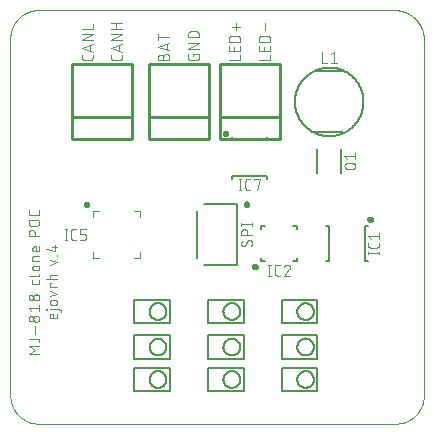
<source format=gto>
G04 EAGLE Gerber RS-274X export*
G75*
%MOMM*%
%FSLAX35Y35*%
%LPD*%
%INsilk_top*%
%IPPOS*%
%AMOC8*
5,1,8,0,0,1.08239X$1,22.5*%
G01*
%ADD10C,0.076200*%
%ADD11C,0.000000*%
%ADD12C,0.127000*%
%ADD13C,0.300000*%
%ADD14C,0.101600*%
%ADD15C,0.254000*%


D10*
X1294868Y3078810D02*
X1294868Y3104471D01*
X1294876Y3105096D01*
X1294898Y3105720D01*
X1294936Y3106344D01*
X1294990Y3106967D01*
X1295058Y3107588D01*
X1295141Y3108207D01*
X1295240Y3108824D01*
X1295353Y3109439D01*
X1295482Y3110050D01*
X1295625Y3110659D01*
X1295783Y3111263D01*
X1295956Y3111864D01*
X1296143Y3112460D01*
X1296345Y3113052D01*
X1296561Y3113638D01*
X1296792Y3114219D01*
X1297036Y3114794D01*
X1297294Y3115363D01*
X1297566Y3115926D01*
X1297852Y3116481D01*
X1298151Y3117030D01*
X1298464Y3117571D01*
X1298789Y3118105D01*
X1299128Y3118630D01*
X1299479Y3119147D01*
X1299843Y3119655D01*
X1300218Y3120154D01*
X1300606Y3120644D01*
X1301006Y3121125D01*
X1301417Y3121595D01*
X1301840Y3122055D01*
X1302274Y3122505D01*
X1302718Y3122944D01*
X1303173Y3123373D01*
X1303639Y3123790D01*
X1304114Y3124195D01*
X1304600Y3124589D01*
X1305094Y3124971D01*
X1305598Y3125341D01*
X1306111Y3125698D01*
X1306632Y3126043D01*
X1307161Y3126375D01*
X1307699Y3126694D01*
X1308243Y3127000D01*
X1308796Y3127292D01*
X1309355Y3127571D01*
X1309921Y3127837D01*
X1310493Y3128088D01*
X1311071Y3128325D01*
X1311655Y3128549D01*
X1312244Y3128758D01*
X1312837Y3128952D01*
X1313436Y3129132D01*
X1314038Y3129298D01*
X1314645Y3129448D01*
X1315255Y3129584D01*
X1315868Y3129705D01*
X1316484Y3129811D01*
X1317102Y3129902D01*
X1317722Y3129978D01*
X1318344Y3130039D01*
X1318968Y3130084D01*
X1319592Y3130115D01*
X1320217Y3130130D01*
X1320841Y3130130D01*
X1321466Y3130115D01*
X1322090Y3130084D01*
X1322714Y3130039D01*
X1323336Y3129978D01*
X1323956Y3129902D01*
X1324574Y3129811D01*
X1325190Y3129705D01*
X1325803Y3129584D01*
X1326413Y3129448D01*
X1327020Y3129298D01*
X1327622Y3129132D01*
X1328221Y3128952D01*
X1328814Y3128758D01*
X1329403Y3128549D01*
X1329987Y3128325D01*
X1330565Y3128088D01*
X1331137Y3127837D01*
X1331703Y3127571D01*
X1332262Y3127292D01*
X1332815Y3127000D01*
X1333360Y3126694D01*
X1333897Y3126375D01*
X1334426Y3126043D01*
X1334947Y3125698D01*
X1335460Y3125341D01*
X1335964Y3124971D01*
X1336458Y3124589D01*
X1336944Y3124195D01*
X1337419Y3123790D01*
X1337885Y3123373D01*
X1338340Y3122944D01*
X1338784Y3122505D01*
X1339218Y3122055D01*
X1339641Y3121595D01*
X1340052Y3121125D01*
X1340452Y3120644D01*
X1340840Y3120154D01*
X1341215Y3119655D01*
X1341579Y3119147D01*
X1341930Y3118630D01*
X1342269Y3118105D01*
X1342594Y3117571D01*
X1342907Y3117030D01*
X1343206Y3116481D01*
X1343492Y3115926D01*
X1343764Y3115363D01*
X1344022Y3114794D01*
X1344266Y3114219D01*
X1344497Y3113638D01*
X1344713Y3113052D01*
X1344915Y3112460D01*
X1345102Y3111864D01*
X1345275Y3111263D01*
X1345433Y3110659D01*
X1345576Y3110050D01*
X1345705Y3109439D01*
X1345818Y3108824D01*
X1345917Y3108207D01*
X1346000Y3107588D01*
X1346068Y3106967D01*
X1346122Y3106344D01*
X1346160Y3105720D01*
X1346182Y3105096D01*
X1346190Y3104471D01*
X1346190Y3078810D01*
X1253810Y3078810D01*
X1253810Y3104471D01*
X1253816Y3104971D01*
X1253834Y3105471D01*
X1253865Y3105970D01*
X1253907Y3106468D01*
X1253962Y3106965D01*
X1254029Y3107460D01*
X1254108Y3107954D01*
X1254198Y3108445D01*
X1254301Y3108935D01*
X1254416Y3109421D01*
X1254542Y3109905D01*
X1254680Y3110385D01*
X1254830Y3110862D01*
X1254992Y3111336D01*
X1255165Y3111805D01*
X1255349Y3112269D01*
X1255544Y3112729D01*
X1255751Y3113185D01*
X1255969Y3113635D01*
X1256197Y3114079D01*
X1256437Y3114518D01*
X1256687Y3114951D01*
X1256947Y3115378D01*
X1257218Y3115798D01*
X1257499Y3116212D01*
X1257790Y3116618D01*
X1258090Y3117018D01*
X1258401Y3117410D01*
X1258721Y3117794D01*
X1259050Y3118170D01*
X1259388Y3118539D01*
X1259735Y3118899D01*
X1260090Y3119250D01*
X1260454Y3119592D01*
X1260827Y3119926D01*
X1261207Y3120251D01*
X1261595Y3120566D01*
X1261991Y3120871D01*
X1262394Y3121167D01*
X1262804Y3121453D01*
X1263221Y3121729D01*
X1263645Y3121994D01*
X1264075Y3122250D01*
X1264510Y3122494D01*
X1264952Y3122728D01*
X1265400Y3122951D01*
X1265852Y3123164D01*
X1266310Y3123365D01*
X1266772Y3123555D01*
X1267239Y3123733D01*
X1267711Y3123900D01*
X1268186Y3124056D01*
X1268664Y3124200D01*
X1269147Y3124332D01*
X1269632Y3124453D01*
X1270120Y3124562D01*
X1270610Y3124659D01*
X1271103Y3124743D01*
X1271597Y3124816D01*
X1272094Y3124877D01*
X1272591Y3124925D01*
X1273090Y3124962D01*
X1273589Y3124986D01*
X1274089Y3124998D01*
X1274589Y3124998D01*
X1275089Y3124986D01*
X1275588Y3124962D01*
X1276087Y3124925D01*
X1276584Y3124877D01*
X1277081Y3124816D01*
X1277575Y3124743D01*
X1278068Y3124659D01*
X1278558Y3124562D01*
X1279046Y3124453D01*
X1279531Y3124332D01*
X1280014Y3124200D01*
X1280492Y3124056D01*
X1280967Y3123900D01*
X1281439Y3123733D01*
X1281906Y3123555D01*
X1282368Y3123365D01*
X1282826Y3123164D01*
X1283278Y3122951D01*
X1283726Y3122728D01*
X1284168Y3122494D01*
X1284604Y3122250D01*
X1285033Y3121994D01*
X1285457Y3121729D01*
X1285874Y3121453D01*
X1286284Y3121167D01*
X1286687Y3120871D01*
X1287083Y3120566D01*
X1287471Y3120251D01*
X1287851Y3119926D01*
X1288224Y3119592D01*
X1288588Y3119250D01*
X1288943Y3118899D01*
X1289290Y3118539D01*
X1289628Y3118170D01*
X1289957Y3117794D01*
X1290277Y3117410D01*
X1290588Y3117018D01*
X1290888Y3116618D01*
X1291179Y3116212D01*
X1291460Y3115798D01*
X1291731Y3115378D01*
X1291991Y3114951D01*
X1292241Y3114518D01*
X1292481Y3114079D01*
X1292709Y3113635D01*
X1292927Y3113185D01*
X1293134Y3112729D01*
X1293329Y3112269D01*
X1293513Y3111805D01*
X1293686Y3111336D01*
X1293848Y3110862D01*
X1293998Y3110385D01*
X1294136Y3109905D01*
X1294262Y3109421D01*
X1294377Y3108935D01*
X1294480Y3108445D01*
X1294570Y3107954D01*
X1294649Y3107460D01*
X1294716Y3106965D01*
X1294771Y3106468D01*
X1294813Y3105970D01*
X1294844Y3105471D01*
X1294862Y3104971D01*
X1294868Y3104471D01*
X1346190Y3159376D02*
X1253810Y3190169D01*
X1346190Y3220963D01*
X1323095Y3213264D02*
X1323095Y3167074D01*
X1346190Y3274169D02*
X1253810Y3274169D01*
X1253810Y3248508D02*
X1253810Y3299830D01*
X1544868Y3130132D02*
X1544868Y3114735D01*
X1544868Y3130132D02*
X1596190Y3130132D01*
X1596190Y3099339D01*
X1596184Y3098843D01*
X1596166Y3098347D01*
X1596136Y3097852D01*
X1596094Y3097358D01*
X1596040Y3096865D01*
X1595975Y3096373D01*
X1595897Y3095883D01*
X1595808Y3095395D01*
X1595706Y3094909D01*
X1595593Y3094426D01*
X1595469Y3093946D01*
X1595333Y3093469D01*
X1595185Y3092995D01*
X1595026Y3092525D01*
X1594856Y3092059D01*
X1594674Y3091598D01*
X1594482Y3091140D01*
X1594278Y3090688D01*
X1594064Y3090241D01*
X1593839Y3089799D01*
X1593603Y3089362D01*
X1593356Y3088932D01*
X1593100Y3088507D01*
X1592833Y3088089D01*
X1592556Y3087677D01*
X1592269Y3087272D01*
X1591973Y3086875D01*
X1591667Y3086484D01*
X1591352Y3086101D01*
X1591027Y3085726D01*
X1590694Y3085358D01*
X1590352Y3084999D01*
X1590001Y3084648D01*
X1589642Y3084306D01*
X1589274Y3083973D01*
X1588899Y3083648D01*
X1588516Y3083333D01*
X1588125Y3083027D01*
X1587728Y3082731D01*
X1587323Y3082444D01*
X1586911Y3082167D01*
X1586493Y3081900D01*
X1586068Y3081644D01*
X1585638Y3081397D01*
X1585201Y3081161D01*
X1584759Y3080936D01*
X1584312Y3080722D01*
X1583860Y3080518D01*
X1583402Y3080326D01*
X1582941Y3080144D01*
X1582475Y3079974D01*
X1582005Y3079815D01*
X1581531Y3079667D01*
X1581054Y3079531D01*
X1580574Y3079407D01*
X1580091Y3079294D01*
X1579605Y3079192D01*
X1579117Y3079103D01*
X1578627Y3079025D01*
X1578135Y3078960D01*
X1577642Y3078906D01*
X1577148Y3078864D01*
X1576653Y3078834D01*
X1576157Y3078816D01*
X1575661Y3078810D01*
X1524339Y3078810D01*
X1523835Y3078816D01*
X1523332Y3078835D01*
X1522829Y3078866D01*
X1522327Y3078909D01*
X1521826Y3078964D01*
X1521327Y3079032D01*
X1520829Y3079112D01*
X1520334Y3079204D01*
X1519841Y3079309D01*
X1519351Y3079425D01*
X1518864Y3079554D01*
X1518380Y3079694D01*
X1517900Y3079846D01*
X1517423Y3080010D01*
X1516951Y3080186D01*
X1516483Y3080373D01*
X1516020Y3080571D01*
X1515562Y3080781D01*
X1515109Y3081002D01*
X1514662Y3081234D01*
X1514220Y3081477D01*
X1513785Y3081731D01*
X1513356Y3081995D01*
X1512934Y3082270D01*
X1512518Y3082555D01*
X1512110Y3082850D01*
X1511709Y3083155D01*
X1511316Y3083470D01*
X1510930Y3083794D01*
X1510553Y3084128D01*
X1510184Y3084471D01*
X1509823Y3084823D01*
X1509471Y3085183D01*
X1509128Y3085552D01*
X1508794Y3085930D01*
X1508470Y3086315D01*
X1508155Y3086709D01*
X1507850Y3087110D01*
X1507555Y3087518D01*
X1507270Y3087933D01*
X1506995Y3088356D01*
X1506731Y3088785D01*
X1506477Y3089220D01*
X1506234Y3089661D01*
X1506002Y3090109D01*
X1505781Y3090561D01*
X1505571Y3091019D01*
X1505373Y3091482D01*
X1505186Y3091950D01*
X1505010Y3092423D01*
X1504846Y3092899D01*
X1504694Y3093379D01*
X1504554Y3093863D01*
X1504425Y3094350D01*
X1504309Y3094841D01*
X1504205Y3095333D01*
X1504112Y3095829D01*
X1504032Y3096326D01*
X1503964Y3096825D01*
X1503909Y3097326D01*
X1503866Y3097828D01*
X1503835Y3098331D01*
X1503816Y3098835D01*
X1503810Y3099338D01*
X1503810Y3099339D02*
X1503810Y3130132D01*
X1503810Y3174810D02*
X1596190Y3174810D01*
X1596190Y3226132D02*
X1503810Y3174810D01*
X1503810Y3226132D02*
X1596190Y3226132D01*
X1596190Y3270809D02*
X1503810Y3270809D01*
X1503810Y3296470D01*
X1503817Y3297090D01*
X1503840Y3297710D01*
X1503877Y3298329D01*
X1503930Y3298947D01*
X1503997Y3299563D01*
X1504079Y3300178D01*
X1504176Y3300790D01*
X1504288Y3301400D01*
X1504415Y3302007D01*
X1504556Y3302611D01*
X1504711Y3303211D01*
X1504881Y3303808D01*
X1505066Y3304400D01*
X1505265Y3304987D01*
X1505478Y3305570D01*
X1505704Y3306147D01*
X1505945Y3306718D01*
X1506200Y3307284D01*
X1506468Y3307843D01*
X1506749Y3308395D01*
X1507044Y3308941D01*
X1507352Y3309479D01*
X1507673Y3310010D01*
X1508006Y3310533D01*
X1508352Y3311047D01*
X1508711Y3311553D01*
X1509081Y3312050D01*
X1509464Y3312539D01*
X1509858Y3313017D01*
X1510263Y3313486D01*
X1510680Y3313946D01*
X1511108Y3314395D01*
X1511546Y3314833D01*
X1511995Y3315261D01*
X1512455Y3315678D01*
X1512924Y3316083D01*
X1513402Y3316477D01*
X1513891Y3316860D01*
X1514388Y3317230D01*
X1514894Y3317589D01*
X1515408Y3317935D01*
X1515931Y3318268D01*
X1516462Y3318589D01*
X1517000Y3318897D01*
X1517546Y3319192D01*
X1518098Y3319473D01*
X1518657Y3319741D01*
X1519223Y3319996D01*
X1519794Y3320237D01*
X1520371Y3320463D01*
X1520954Y3320676D01*
X1521541Y3320875D01*
X1522133Y3321060D01*
X1522730Y3321230D01*
X1523330Y3321385D01*
X1523934Y3321526D01*
X1524541Y3321653D01*
X1525151Y3321765D01*
X1525763Y3321862D01*
X1526378Y3321944D01*
X1526994Y3322011D01*
X1527612Y3322064D01*
X1528231Y3322101D01*
X1528851Y3322124D01*
X1529471Y3322131D01*
X1529471Y3322132D02*
X1570529Y3322132D01*
X1571149Y3322125D01*
X1571769Y3322102D01*
X1572388Y3322065D01*
X1573006Y3322012D01*
X1573622Y3321945D01*
X1574237Y3321863D01*
X1574849Y3321766D01*
X1575459Y3321654D01*
X1576066Y3321527D01*
X1576670Y3321386D01*
X1577270Y3321231D01*
X1577867Y3321061D01*
X1578459Y3320876D01*
X1579046Y3320677D01*
X1579629Y3320464D01*
X1580206Y3320238D01*
X1580777Y3319997D01*
X1581343Y3319742D01*
X1581902Y3319474D01*
X1582454Y3319193D01*
X1583000Y3318898D01*
X1583538Y3318590D01*
X1584069Y3318269D01*
X1584592Y3317936D01*
X1585106Y3317590D01*
X1585612Y3317231D01*
X1586110Y3316861D01*
X1586598Y3316478D01*
X1587076Y3316084D01*
X1587545Y3315678D01*
X1588005Y3315262D01*
X1588454Y3314834D01*
X1588892Y3314395D01*
X1589320Y3313946D01*
X1589737Y3313487D01*
X1590142Y3313018D01*
X1590536Y3312539D01*
X1590919Y3312051D01*
X1591289Y3311554D01*
X1591648Y3311048D01*
X1591994Y3310533D01*
X1592327Y3310011D01*
X1592648Y3309480D01*
X1592956Y3308942D01*
X1593251Y3308396D01*
X1593532Y3307844D01*
X1593800Y3307284D01*
X1594055Y3306719D01*
X1594296Y3306147D01*
X1594523Y3305570D01*
X1594735Y3304988D01*
X1594934Y3304400D01*
X1595119Y3303808D01*
X1595289Y3303212D01*
X1595444Y3302612D01*
X1595586Y3302008D01*
X1595712Y3301401D01*
X1595824Y3300791D01*
X1595921Y3300178D01*
X1596003Y3299564D01*
X1596070Y3298947D01*
X1596123Y3298329D01*
X1596160Y3297710D01*
X1596183Y3297091D01*
X1596190Y3296471D01*
X1596190Y3296470D02*
X1596190Y3270809D01*
X246190Y593534D02*
X153810Y593534D01*
X205133Y624328D01*
X153810Y655121D01*
X246190Y655121D01*
X225661Y719346D02*
X153810Y719346D01*
X225661Y719346D02*
X226157Y719340D01*
X226653Y719322D01*
X227148Y719292D01*
X227642Y719250D01*
X228135Y719196D01*
X228627Y719131D01*
X229117Y719053D01*
X229605Y718964D01*
X230091Y718862D01*
X230574Y718749D01*
X231054Y718625D01*
X231531Y718489D01*
X232005Y718341D01*
X232475Y718182D01*
X232941Y718012D01*
X233402Y717830D01*
X233860Y717638D01*
X234312Y717434D01*
X234759Y717220D01*
X235201Y716995D01*
X235638Y716759D01*
X236068Y716512D01*
X236493Y716256D01*
X236911Y715989D01*
X237323Y715712D01*
X237728Y715425D01*
X238125Y715129D01*
X238516Y714823D01*
X238899Y714508D01*
X239274Y714183D01*
X239642Y713850D01*
X240001Y713508D01*
X240352Y713157D01*
X240694Y712798D01*
X241027Y712430D01*
X241352Y712055D01*
X241667Y711672D01*
X241973Y711281D01*
X242269Y710884D01*
X242556Y710479D01*
X242833Y710067D01*
X243100Y709649D01*
X243356Y709224D01*
X243603Y708794D01*
X243839Y708357D01*
X244064Y707915D01*
X244278Y707468D01*
X244482Y707016D01*
X244674Y706558D01*
X244856Y706097D01*
X245026Y705631D01*
X245185Y705161D01*
X245333Y704687D01*
X245469Y704210D01*
X245593Y703730D01*
X245706Y703247D01*
X245808Y702761D01*
X245897Y702273D01*
X245975Y701783D01*
X246040Y701291D01*
X246094Y700798D01*
X246136Y700304D01*
X246166Y699809D01*
X246184Y699313D01*
X246190Y698817D01*
X246190Y688553D01*
X210265Y761534D02*
X210265Y823120D01*
X220529Y862666D02*
X219904Y862674D01*
X219280Y862696D01*
X218656Y862734D01*
X218033Y862788D01*
X217412Y862856D01*
X216793Y862939D01*
X216176Y863038D01*
X215561Y863151D01*
X214950Y863280D01*
X214341Y863423D01*
X213737Y863581D01*
X213136Y863754D01*
X212540Y863941D01*
X211948Y864143D01*
X211362Y864359D01*
X210781Y864590D01*
X210206Y864834D01*
X209637Y865092D01*
X209074Y865364D01*
X208519Y865650D01*
X207970Y865949D01*
X207429Y866262D01*
X206895Y866587D01*
X206370Y866926D01*
X205853Y867277D01*
X205345Y867641D01*
X204846Y868016D01*
X204356Y868404D01*
X203875Y868804D01*
X203405Y869215D01*
X202945Y869638D01*
X202495Y870072D01*
X202056Y870516D01*
X201627Y870971D01*
X201210Y871437D01*
X200805Y871912D01*
X200411Y872398D01*
X200029Y872892D01*
X199659Y873396D01*
X199302Y873909D01*
X198957Y874430D01*
X198625Y874959D01*
X198306Y875496D01*
X198000Y876041D01*
X197708Y876594D01*
X197429Y877153D01*
X197163Y877719D01*
X196912Y878291D01*
X196675Y878869D01*
X196451Y879453D01*
X196242Y880042D01*
X196048Y880635D01*
X195868Y881234D01*
X195702Y881836D01*
X195552Y882443D01*
X195416Y883053D01*
X195295Y883666D01*
X195189Y884282D01*
X195098Y884900D01*
X195022Y885520D01*
X194961Y886142D01*
X194916Y886766D01*
X194885Y887390D01*
X194870Y888015D01*
X194870Y888639D01*
X194885Y889264D01*
X194916Y889888D01*
X194961Y890512D01*
X195022Y891134D01*
X195098Y891754D01*
X195189Y892372D01*
X195295Y892988D01*
X195416Y893601D01*
X195552Y894211D01*
X195702Y894818D01*
X195868Y895420D01*
X196048Y896019D01*
X196242Y896612D01*
X196451Y897201D01*
X196675Y897785D01*
X196912Y898363D01*
X197163Y898935D01*
X197429Y899501D01*
X197708Y900060D01*
X198000Y900613D01*
X198306Y901158D01*
X198625Y901695D01*
X198957Y902224D01*
X199302Y902745D01*
X199659Y903258D01*
X200029Y903762D01*
X200411Y904256D01*
X200805Y904742D01*
X201210Y905217D01*
X201627Y905683D01*
X202056Y906138D01*
X202495Y906582D01*
X202945Y907016D01*
X203405Y907439D01*
X203875Y907850D01*
X204356Y908250D01*
X204846Y908638D01*
X205345Y909013D01*
X205853Y909377D01*
X206370Y909728D01*
X206895Y910067D01*
X207429Y910392D01*
X207970Y910705D01*
X208519Y911004D01*
X209074Y911290D01*
X209637Y911562D01*
X210206Y911820D01*
X210781Y912064D01*
X211362Y912295D01*
X211948Y912511D01*
X212540Y912713D01*
X213136Y912900D01*
X213737Y913073D01*
X214341Y913231D01*
X214950Y913374D01*
X215561Y913503D01*
X216176Y913616D01*
X216793Y913715D01*
X217412Y913798D01*
X218033Y913866D01*
X218656Y913920D01*
X219280Y913958D01*
X219904Y913980D01*
X220529Y913988D01*
X221154Y913980D01*
X221778Y913958D01*
X222402Y913920D01*
X223025Y913866D01*
X223646Y913798D01*
X224265Y913715D01*
X224882Y913616D01*
X225497Y913503D01*
X226108Y913374D01*
X226717Y913231D01*
X227321Y913073D01*
X227922Y912900D01*
X228518Y912713D01*
X229110Y912511D01*
X229696Y912295D01*
X230277Y912064D01*
X230852Y911820D01*
X231421Y911562D01*
X231984Y911290D01*
X232539Y911004D01*
X233088Y910705D01*
X233629Y910392D01*
X234163Y910067D01*
X234688Y909728D01*
X235205Y909377D01*
X235713Y909013D01*
X236212Y908638D01*
X236702Y908250D01*
X237183Y907850D01*
X237653Y907439D01*
X238113Y907016D01*
X238563Y906582D01*
X239002Y906138D01*
X239431Y905683D01*
X239848Y905217D01*
X240253Y904742D01*
X240647Y904256D01*
X241029Y903762D01*
X241399Y903258D01*
X241756Y902745D01*
X242101Y902224D01*
X242433Y901695D01*
X242752Y901158D01*
X243058Y900613D01*
X243350Y900060D01*
X243629Y899501D01*
X243895Y898935D01*
X244146Y898363D01*
X244383Y897785D01*
X244607Y897201D01*
X244816Y896612D01*
X245010Y896019D01*
X245190Y895420D01*
X245356Y894818D01*
X245506Y894211D01*
X245642Y893601D01*
X245763Y892988D01*
X245869Y892372D01*
X245960Y891754D01*
X246036Y891134D01*
X246097Y890512D01*
X246142Y889888D01*
X246173Y889264D01*
X246188Y888639D01*
X246188Y888015D01*
X246173Y887390D01*
X246142Y886766D01*
X246097Y886142D01*
X246036Y885520D01*
X245960Y884900D01*
X245869Y884282D01*
X245763Y883666D01*
X245642Y883053D01*
X245506Y882443D01*
X245356Y881836D01*
X245190Y881234D01*
X245010Y880635D01*
X244816Y880042D01*
X244607Y879453D01*
X244383Y878869D01*
X244146Y878291D01*
X243895Y877719D01*
X243629Y877153D01*
X243350Y876594D01*
X243058Y876041D01*
X242752Y875497D01*
X242433Y874959D01*
X242101Y874430D01*
X241756Y873909D01*
X241399Y873396D01*
X241029Y872892D01*
X240647Y872398D01*
X240253Y871912D01*
X239848Y871437D01*
X239431Y870971D01*
X239002Y870516D01*
X238563Y870072D01*
X238113Y869638D01*
X237653Y869215D01*
X237183Y868804D01*
X236702Y868404D01*
X236212Y868016D01*
X235713Y867641D01*
X235205Y867277D01*
X234688Y866926D01*
X234163Y866587D01*
X233629Y866262D01*
X233088Y865949D01*
X232539Y865650D01*
X231984Y865364D01*
X231421Y865092D01*
X230852Y864834D01*
X230277Y864590D01*
X229696Y864359D01*
X229110Y864143D01*
X228518Y863941D01*
X227922Y863754D01*
X227321Y863581D01*
X226717Y863423D01*
X226108Y863280D01*
X225497Y863151D01*
X224882Y863038D01*
X224265Y862939D01*
X223646Y862856D01*
X223025Y862788D01*
X222402Y862734D01*
X221778Y862696D01*
X221154Y862674D01*
X220529Y862666D01*
X174339Y867798D02*
X173839Y867804D01*
X173339Y867822D01*
X172840Y867853D01*
X172342Y867895D01*
X171845Y867950D01*
X171350Y868017D01*
X170856Y868096D01*
X170365Y868186D01*
X169875Y868289D01*
X169389Y868404D01*
X168905Y868530D01*
X168425Y868668D01*
X167948Y868818D01*
X167474Y868980D01*
X167005Y869153D01*
X166541Y869337D01*
X166081Y869532D01*
X165625Y869739D01*
X165175Y869957D01*
X164731Y870185D01*
X164292Y870425D01*
X163859Y870675D01*
X163432Y870935D01*
X163012Y871206D01*
X162598Y871487D01*
X162192Y871778D01*
X161792Y872078D01*
X161400Y872389D01*
X161016Y872709D01*
X160640Y873038D01*
X160271Y873376D01*
X159911Y873723D01*
X159560Y874078D01*
X159218Y874442D01*
X158884Y874815D01*
X158559Y875195D01*
X158244Y875583D01*
X157939Y875979D01*
X157643Y876382D01*
X157357Y876792D01*
X157081Y877209D01*
X156816Y877633D01*
X156560Y878062D01*
X156316Y878498D01*
X156082Y878940D01*
X155859Y879388D01*
X155646Y879840D01*
X155445Y880298D01*
X155255Y880760D01*
X155077Y881227D01*
X154910Y881699D01*
X154754Y882174D01*
X154610Y882652D01*
X154478Y883135D01*
X154357Y883620D01*
X154248Y884108D01*
X154151Y884598D01*
X154067Y885091D01*
X153994Y885585D01*
X153933Y886082D01*
X153885Y886579D01*
X153848Y887078D01*
X153824Y887577D01*
X153812Y888077D01*
X153812Y888577D01*
X153824Y889077D01*
X153848Y889576D01*
X153885Y890075D01*
X153933Y890572D01*
X153994Y891069D01*
X154067Y891563D01*
X154151Y892056D01*
X154248Y892546D01*
X154357Y893034D01*
X154478Y893519D01*
X154610Y894002D01*
X154754Y894480D01*
X154910Y894955D01*
X155077Y895427D01*
X155255Y895894D01*
X155445Y896356D01*
X155646Y896814D01*
X155859Y897266D01*
X156082Y897714D01*
X156316Y898156D01*
X156560Y898592D01*
X156816Y899021D01*
X157081Y899445D01*
X157357Y899862D01*
X157643Y900272D01*
X157939Y900675D01*
X158244Y901071D01*
X158559Y901459D01*
X158884Y901839D01*
X159218Y902212D01*
X159560Y902576D01*
X159911Y902931D01*
X160271Y903278D01*
X160640Y903616D01*
X161016Y903945D01*
X161400Y904265D01*
X161792Y904576D01*
X162192Y904876D01*
X162598Y905167D01*
X163012Y905448D01*
X163432Y905719D01*
X163859Y905979D01*
X164292Y906229D01*
X164731Y906469D01*
X165175Y906697D01*
X165625Y906915D01*
X166081Y907122D01*
X166541Y907317D01*
X167005Y907501D01*
X167474Y907674D01*
X167948Y907836D01*
X168425Y907986D01*
X168905Y908124D01*
X169389Y908250D01*
X169875Y908365D01*
X170365Y908468D01*
X170856Y908558D01*
X171350Y908637D01*
X171845Y908704D01*
X172342Y908759D01*
X172840Y908801D01*
X173339Y908832D01*
X173839Y908850D01*
X174339Y908856D01*
X174839Y908850D01*
X175339Y908832D01*
X175838Y908801D01*
X176336Y908759D01*
X176833Y908704D01*
X177328Y908637D01*
X177822Y908558D01*
X178313Y908468D01*
X178803Y908365D01*
X179289Y908250D01*
X179773Y908124D01*
X180253Y907986D01*
X180730Y907836D01*
X181204Y907674D01*
X181673Y907501D01*
X182137Y907317D01*
X182597Y907122D01*
X183053Y906915D01*
X183503Y906697D01*
X183947Y906469D01*
X184386Y906229D01*
X184819Y905979D01*
X185246Y905719D01*
X185666Y905448D01*
X186080Y905167D01*
X186486Y904876D01*
X186886Y904576D01*
X187278Y904265D01*
X187662Y903945D01*
X188038Y903616D01*
X188407Y903278D01*
X188767Y902931D01*
X189118Y902576D01*
X189460Y902212D01*
X189794Y901839D01*
X190119Y901459D01*
X190434Y901071D01*
X190739Y900675D01*
X191035Y900272D01*
X191321Y899862D01*
X191597Y899445D01*
X191862Y899021D01*
X192118Y898592D01*
X192362Y898156D01*
X192596Y897714D01*
X192819Y897266D01*
X193032Y896814D01*
X193233Y896356D01*
X193423Y895894D01*
X193601Y895427D01*
X193768Y894955D01*
X193924Y894480D01*
X194068Y894002D01*
X194200Y893519D01*
X194321Y893034D01*
X194430Y892546D01*
X194527Y892056D01*
X194611Y891563D01*
X194684Y891069D01*
X194745Y890572D01*
X194793Y890075D01*
X194830Y889576D01*
X194854Y889077D01*
X194866Y888577D01*
X194866Y888077D01*
X194854Y887577D01*
X194830Y887078D01*
X194793Y886579D01*
X194745Y886082D01*
X194684Y885585D01*
X194611Y885091D01*
X194527Y884598D01*
X194430Y884108D01*
X194321Y883620D01*
X194200Y883135D01*
X194068Y882652D01*
X193924Y882174D01*
X193768Y881699D01*
X193601Y881227D01*
X193423Y880760D01*
X193233Y880298D01*
X193032Y879840D01*
X192819Y879388D01*
X192596Y878940D01*
X192362Y878498D01*
X192118Y878063D01*
X191862Y877633D01*
X191597Y877209D01*
X191321Y876792D01*
X191035Y876382D01*
X190739Y875979D01*
X190434Y875583D01*
X190119Y875195D01*
X189794Y874815D01*
X189460Y874442D01*
X189118Y874078D01*
X188767Y873723D01*
X188407Y873376D01*
X188038Y873038D01*
X187662Y872709D01*
X187278Y872389D01*
X186886Y872078D01*
X186486Y871778D01*
X186080Y871487D01*
X185666Y871206D01*
X185246Y870935D01*
X184819Y870675D01*
X184386Y870425D01*
X183947Y870185D01*
X183503Y869957D01*
X183053Y869739D01*
X182597Y869532D01*
X182137Y869337D01*
X181673Y869153D01*
X181204Y868980D01*
X180730Y868818D01*
X180253Y868668D01*
X179773Y868530D01*
X179289Y868404D01*
X178803Y868289D01*
X178313Y868186D01*
X177822Y868096D01*
X177328Y868017D01*
X176833Y867950D01*
X176336Y867895D01*
X175838Y867853D01*
X175339Y867822D01*
X174839Y867804D01*
X174339Y867798D01*
X174339Y952665D02*
X153810Y978326D01*
X246190Y978326D01*
X246190Y952665D02*
X246190Y1003988D01*
X220529Y1042665D02*
X219904Y1042673D01*
X219280Y1042695D01*
X218656Y1042733D01*
X218033Y1042787D01*
X217412Y1042855D01*
X216793Y1042938D01*
X216176Y1043037D01*
X215561Y1043150D01*
X214950Y1043279D01*
X214341Y1043422D01*
X213737Y1043580D01*
X213136Y1043753D01*
X212540Y1043940D01*
X211948Y1044142D01*
X211362Y1044358D01*
X210781Y1044589D01*
X210206Y1044833D01*
X209637Y1045091D01*
X209074Y1045363D01*
X208519Y1045649D01*
X207970Y1045948D01*
X207429Y1046261D01*
X206895Y1046586D01*
X206370Y1046925D01*
X205853Y1047276D01*
X205345Y1047640D01*
X204846Y1048015D01*
X204356Y1048403D01*
X203875Y1048803D01*
X203405Y1049214D01*
X202945Y1049637D01*
X202495Y1050071D01*
X202056Y1050515D01*
X201627Y1050970D01*
X201210Y1051436D01*
X200805Y1051911D01*
X200411Y1052397D01*
X200029Y1052891D01*
X199659Y1053395D01*
X199302Y1053908D01*
X198957Y1054429D01*
X198625Y1054958D01*
X198306Y1055495D01*
X198000Y1056040D01*
X197708Y1056593D01*
X197429Y1057152D01*
X197163Y1057718D01*
X196912Y1058290D01*
X196675Y1058868D01*
X196451Y1059452D01*
X196242Y1060041D01*
X196048Y1060634D01*
X195868Y1061233D01*
X195702Y1061835D01*
X195552Y1062442D01*
X195416Y1063052D01*
X195295Y1063665D01*
X195189Y1064281D01*
X195098Y1064899D01*
X195022Y1065519D01*
X194961Y1066141D01*
X194916Y1066765D01*
X194885Y1067389D01*
X194870Y1068014D01*
X194870Y1068638D01*
X194885Y1069263D01*
X194916Y1069887D01*
X194961Y1070511D01*
X195022Y1071133D01*
X195098Y1071753D01*
X195189Y1072371D01*
X195295Y1072987D01*
X195416Y1073600D01*
X195552Y1074210D01*
X195702Y1074817D01*
X195868Y1075419D01*
X196048Y1076018D01*
X196242Y1076611D01*
X196451Y1077200D01*
X196675Y1077784D01*
X196912Y1078362D01*
X197163Y1078934D01*
X197429Y1079500D01*
X197708Y1080059D01*
X198000Y1080612D01*
X198306Y1081157D01*
X198625Y1081694D01*
X198957Y1082223D01*
X199302Y1082744D01*
X199659Y1083257D01*
X200029Y1083761D01*
X200411Y1084255D01*
X200805Y1084741D01*
X201210Y1085216D01*
X201627Y1085682D01*
X202056Y1086137D01*
X202495Y1086581D01*
X202945Y1087015D01*
X203405Y1087438D01*
X203875Y1087849D01*
X204356Y1088249D01*
X204846Y1088637D01*
X205345Y1089012D01*
X205853Y1089376D01*
X206370Y1089727D01*
X206895Y1090066D01*
X207429Y1090391D01*
X207970Y1090704D01*
X208519Y1091003D01*
X209074Y1091289D01*
X209637Y1091561D01*
X210206Y1091819D01*
X210781Y1092063D01*
X211362Y1092294D01*
X211948Y1092510D01*
X212540Y1092712D01*
X213136Y1092899D01*
X213737Y1093072D01*
X214341Y1093230D01*
X214950Y1093373D01*
X215561Y1093502D01*
X216176Y1093615D01*
X216793Y1093714D01*
X217412Y1093797D01*
X218033Y1093865D01*
X218656Y1093919D01*
X219280Y1093957D01*
X219904Y1093979D01*
X220529Y1093987D01*
X221154Y1093979D01*
X221778Y1093957D01*
X222402Y1093919D01*
X223025Y1093865D01*
X223646Y1093797D01*
X224265Y1093714D01*
X224882Y1093615D01*
X225497Y1093502D01*
X226108Y1093373D01*
X226717Y1093230D01*
X227321Y1093072D01*
X227922Y1092899D01*
X228518Y1092712D01*
X229110Y1092510D01*
X229696Y1092294D01*
X230277Y1092063D01*
X230852Y1091819D01*
X231421Y1091561D01*
X231984Y1091289D01*
X232539Y1091003D01*
X233088Y1090704D01*
X233629Y1090391D01*
X234163Y1090066D01*
X234688Y1089727D01*
X235205Y1089376D01*
X235713Y1089012D01*
X236212Y1088637D01*
X236702Y1088249D01*
X237183Y1087849D01*
X237653Y1087438D01*
X238113Y1087015D01*
X238563Y1086581D01*
X239002Y1086137D01*
X239431Y1085682D01*
X239848Y1085216D01*
X240253Y1084741D01*
X240647Y1084255D01*
X241029Y1083761D01*
X241399Y1083257D01*
X241756Y1082744D01*
X242101Y1082223D01*
X242433Y1081694D01*
X242752Y1081157D01*
X243058Y1080612D01*
X243350Y1080059D01*
X243629Y1079500D01*
X243895Y1078934D01*
X244146Y1078362D01*
X244383Y1077784D01*
X244607Y1077200D01*
X244816Y1076611D01*
X245010Y1076018D01*
X245190Y1075419D01*
X245356Y1074817D01*
X245506Y1074210D01*
X245642Y1073600D01*
X245763Y1072987D01*
X245869Y1072371D01*
X245960Y1071753D01*
X246036Y1071133D01*
X246097Y1070511D01*
X246142Y1069887D01*
X246173Y1069263D01*
X246188Y1068638D01*
X246188Y1068014D01*
X246173Y1067389D01*
X246142Y1066765D01*
X246097Y1066141D01*
X246036Y1065519D01*
X245960Y1064899D01*
X245869Y1064281D01*
X245763Y1063665D01*
X245642Y1063052D01*
X245506Y1062442D01*
X245356Y1061835D01*
X245190Y1061233D01*
X245010Y1060634D01*
X244816Y1060041D01*
X244607Y1059452D01*
X244383Y1058868D01*
X244146Y1058290D01*
X243895Y1057718D01*
X243629Y1057152D01*
X243350Y1056593D01*
X243058Y1056040D01*
X242752Y1055496D01*
X242433Y1054958D01*
X242101Y1054429D01*
X241756Y1053908D01*
X241399Y1053395D01*
X241029Y1052891D01*
X240647Y1052397D01*
X240253Y1051911D01*
X239848Y1051436D01*
X239431Y1050970D01*
X239002Y1050515D01*
X238563Y1050071D01*
X238113Y1049637D01*
X237653Y1049214D01*
X237183Y1048803D01*
X236702Y1048403D01*
X236212Y1048015D01*
X235713Y1047640D01*
X235205Y1047276D01*
X234688Y1046925D01*
X234163Y1046586D01*
X233629Y1046261D01*
X233088Y1045948D01*
X232539Y1045649D01*
X231984Y1045363D01*
X231421Y1045091D01*
X230852Y1044833D01*
X230277Y1044589D01*
X229696Y1044358D01*
X229110Y1044142D01*
X228518Y1043940D01*
X227922Y1043753D01*
X227321Y1043580D01*
X226717Y1043422D01*
X226108Y1043279D01*
X225497Y1043150D01*
X224882Y1043037D01*
X224265Y1042938D01*
X223646Y1042855D01*
X223025Y1042787D01*
X222402Y1042733D01*
X221778Y1042695D01*
X221154Y1042673D01*
X220529Y1042665D01*
X174339Y1047797D02*
X173839Y1047803D01*
X173339Y1047821D01*
X172840Y1047852D01*
X172342Y1047894D01*
X171845Y1047949D01*
X171350Y1048016D01*
X170856Y1048095D01*
X170365Y1048185D01*
X169875Y1048288D01*
X169389Y1048403D01*
X168905Y1048529D01*
X168425Y1048667D01*
X167948Y1048817D01*
X167474Y1048979D01*
X167005Y1049152D01*
X166541Y1049336D01*
X166081Y1049531D01*
X165625Y1049738D01*
X165175Y1049956D01*
X164731Y1050184D01*
X164292Y1050424D01*
X163859Y1050674D01*
X163432Y1050934D01*
X163012Y1051205D01*
X162598Y1051486D01*
X162192Y1051777D01*
X161792Y1052077D01*
X161400Y1052388D01*
X161016Y1052708D01*
X160640Y1053037D01*
X160271Y1053375D01*
X159911Y1053722D01*
X159560Y1054077D01*
X159218Y1054441D01*
X158884Y1054814D01*
X158559Y1055194D01*
X158244Y1055582D01*
X157939Y1055978D01*
X157643Y1056381D01*
X157357Y1056791D01*
X157081Y1057208D01*
X156816Y1057632D01*
X156560Y1058062D01*
X156316Y1058497D01*
X156082Y1058939D01*
X155859Y1059387D01*
X155646Y1059839D01*
X155445Y1060297D01*
X155255Y1060759D01*
X155077Y1061226D01*
X154910Y1061698D01*
X154754Y1062173D01*
X154610Y1062651D01*
X154478Y1063134D01*
X154357Y1063619D01*
X154248Y1064107D01*
X154151Y1064597D01*
X154067Y1065090D01*
X153994Y1065584D01*
X153933Y1066081D01*
X153885Y1066578D01*
X153848Y1067077D01*
X153824Y1067576D01*
X153812Y1068076D01*
X153812Y1068576D01*
X153824Y1069076D01*
X153848Y1069575D01*
X153885Y1070074D01*
X153933Y1070571D01*
X153994Y1071068D01*
X154067Y1071562D01*
X154151Y1072055D01*
X154248Y1072545D01*
X154357Y1073033D01*
X154478Y1073518D01*
X154610Y1074001D01*
X154754Y1074479D01*
X154910Y1074954D01*
X155077Y1075426D01*
X155255Y1075893D01*
X155445Y1076355D01*
X155646Y1076813D01*
X155859Y1077265D01*
X156082Y1077713D01*
X156316Y1078155D01*
X156560Y1078591D01*
X156816Y1079020D01*
X157081Y1079444D01*
X157357Y1079861D01*
X157643Y1080271D01*
X157939Y1080674D01*
X158244Y1081070D01*
X158559Y1081458D01*
X158884Y1081838D01*
X159218Y1082211D01*
X159560Y1082575D01*
X159911Y1082930D01*
X160271Y1083277D01*
X160640Y1083615D01*
X161016Y1083944D01*
X161400Y1084264D01*
X161792Y1084575D01*
X162192Y1084875D01*
X162598Y1085166D01*
X163012Y1085447D01*
X163432Y1085718D01*
X163859Y1085978D01*
X164292Y1086228D01*
X164731Y1086468D01*
X165175Y1086696D01*
X165625Y1086914D01*
X166081Y1087121D01*
X166541Y1087316D01*
X167005Y1087500D01*
X167474Y1087673D01*
X167948Y1087835D01*
X168425Y1087985D01*
X168905Y1088123D01*
X169389Y1088249D01*
X169875Y1088364D01*
X170365Y1088467D01*
X170856Y1088557D01*
X171350Y1088636D01*
X171845Y1088703D01*
X172342Y1088758D01*
X172840Y1088800D01*
X173339Y1088831D01*
X173839Y1088849D01*
X174339Y1088855D01*
X174839Y1088849D01*
X175339Y1088831D01*
X175838Y1088800D01*
X176336Y1088758D01*
X176833Y1088703D01*
X177328Y1088636D01*
X177822Y1088557D01*
X178313Y1088467D01*
X178803Y1088364D01*
X179289Y1088249D01*
X179773Y1088123D01*
X180253Y1087985D01*
X180730Y1087835D01*
X181204Y1087673D01*
X181673Y1087500D01*
X182137Y1087316D01*
X182597Y1087121D01*
X183053Y1086914D01*
X183503Y1086696D01*
X183947Y1086468D01*
X184386Y1086228D01*
X184819Y1085978D01*
X185246Y1085718D01*
X185666Y1085447D01*
X186080Y1085166D01*
X186486Y1084875D01*
X186886Y1084575D01*
X187278Y1084264D01*
X187662Y1083944D01*
X188038Y1083615D01*
X188407Y1083277D01*
X188767Y1082930D01*
X189118Y1082575D01*
X189460Y1082211D01*
X189794Y1081838D01*
X190119Y1081458D01*
X190434Y1081070D01*
X190739Y1080674D01*
X191035Y1080271D01*
X191321Y1079861D01*
X191597Y1079444D01*
X191862Y1079020D01*
X192118Y1078591D01*
X192362Y1078155D01*
X192596Y1077713D01*
X192819Y1077265D01*
X193032Y1076813D01*
X193233Y1076355D01*
X193423Y1075893D01*
X193601Y1075426D01*
X193768Y1074954D01*
X193924Y1074479D01*
X194068Y1074001D01*
X194200Y1073518D01*
X194321Y1073033D01*
X194430Y1072545D01*
X194527Y1072055D01*
X194611Y1071562D01*
X194684Y1071068D01*
X194745Y1070571D01*
X194793Y1070074D01*
X194830Y1069575D01*
X194854Y1069076D01*
X194866Y1068576D01*
X194866Y1068076D01*
X194854Y1067576D01*
X194830Y1067077D01*
X194793Y1066578D01*
X194745Y1066081D01*
X194684Y1065584D01*
X194611Y1065090D01*
X194527Y1064597D01*
X194430Y1064107D01*
X194321Y1063619D01*
X194200Y1063134D01*
X194068Y1062651D01*
X193924Y1062173D01*
X193768Y1061698D01*
X193601Y1061226D01*
X193423Y1060759D01*
X193233Y1060297D01*
X193032Y1059839D01*
X192819Y1059387D01*
X192596Y1058939D01*
X192362Y1058497D01*
X192118Y1058062D01*
X191862Y1057632D01*
X191597Y1057208D01*
X191321Y1056791D01*
X191035Y1056381D01*
X190739Y1055978D01*
X190434Y1055582D01*
X190119Y1055194D01*
X189794Y1054814D01*
X189460Y1054441D01*
X189118Y1054077D01*
X188767Y1053722D01*
X188407Y1053375D01*
X188038Y1053037D01*
X187662Y1052708D01*
X187278Y1052388D01*
X186886Y1052077D01*
X186486Y1051777D01*
X186080Y1051486D01*
X185666Y1051205D01*
X185246Y1050934D01*
X184819Y1050674D01*
X184386Y1050424D01*
X183947Y1050184D01*
X183503Y1049956D01*
X183053Y1049738D01*
X182597Y1049531D01*
X182137Y1049336D01*
X181673Y1049152D01*
X181204Y1048979D01*
X180730Y1048817D01*
X180253Y1048667D01*
X179773Y1048529D01*
X179289Y1048403D01*
X178803Y1048288D01*
X178313Y1048185D01*
X177822Y1048095D01*
X177328Y1048016D01*
X176833Y1047949D01*
X176336Y1047894D01*
X175838Y1047852D01*
X175339Y1047821D01*
X174839Y1047803D01*
X174339Y1047797D01*
X246190Y1195296D02*
X246190Y1215824D01*
X246190Y1195296D02*
X246185Y1194918D01*
X246171Y1194541D01*
X246148Y1194163D01*
X246116Y1193787D01*
X246074Y1193411D01*
X246023Y1193037D01*
X245963Y1192664D01*
X245894Y1192292D01*
X245816Y1191923D01*
X245729Y1191555D01*
X245632Y1191189D01*
X245527Y1190827D01*
X245413Y1190466D01*
X245290Y1190109D01*
X245158Y1189755D01*
X245018Y1189404D01*
X244869Y1189057D01*
X244712Y1188713D01*
X244546Y1188373D01*
X244372Y1188038D01*
X244190Y1187707D01*
X244000Y1187380D01*
X243801Y1187059D01*
X243595Y1186742D01*
X243381Y1186430D01*
X243160Y1186124D01*
X242931Y1185823D01*
X242695Y1185528D01*
X242452Y1185239D01*
X242202Y1184956D01*
X241944Y1184679D01*
X241680Y1184409D01*
X241410Y1184145D01*
X241133Y1183888D01*
X240850Y1183637D01*
X240561Y1183394D01*
X240266Y1183158D01*
X239965Y1182929D01*
X239659Y1182708D01*
X239347Y1182494D01*
X239031Y1182288D01*
X238709Y1182090D01*
X238382Y1181899D01*
X238051Y1181717D01*
X237716Y1181543D01*
X237376Y1181377D01*
X237033Y1181220D01*
X236685Y1181071D01*
X236335Y1180931D01*
X235980Y1180799D01*
X235623Y1180676D01*
X235263Y1180562D01*
X234900Y1180457D01*
X234534Y1180360D01*
X234167Y1180273D01*
X233797Y1180195D01*
X233426Y1180126D01*
X233052Y1180066D01*
X232678Y1180015D01*
X232302Y1179973D01*
X231926Y1179941D01*
X231549Y1179918D01*
X231171Y1179904D01*
X230793Y1179899D01*
X200000Y1179899D01*
X199628Y1179903D01*
X199256Y1179917D01*
X198885Y1179939D01*
X198514Y1179971D01*
X198144Y1180011D01*
X197775Y1180061D01*
X197408Y1180119D01*
X197042Y1180186D01*
X196678Y1180262D01*
X196315Y1180346D01*
X195955Y1180440D01*
X195597Y1180542D01*
X195242Y1180653D01*
X194890Y1180772D01*
X194540Y1180900D01*
X194194Y1181036D01*
X193851Y1181180D01*
X193512Y1181333D01*
X193176Y1181494D01*
X192845Y1181663D01*
X192517Y1181840D01*
X192194Y1182024D01*
X191876Y1182217D01*
X191562Y1182417D01*
X191254Y1182625D01*
X190950Y1182840D01*
X190652Y1183062D01*
X190359Y1183291D01*
X190071Y1183528D01*
X189790Y1183771D01*
X189514Y1184021D01*
X189245Y1184278D01*
X188982Y1184541D01*
X188725Y1184810D01*
X188475Y1185086D01*
X188232Y1185367D01*
X187995Y1185655D01*
X187766Y1185948D01*
X187544Y1186246D01*
X187329Y1186550D01*
X187121Y1186858D01*
X186921Y1187172D01*
X186728Y1187490D01*
X186544Y1187813D01*
X186367Y1188141D01*
X186198Y1188472D01*
X186037Y1188808D01*
X185884Y1189147D01*
X185740Y1189490D01*
X185604Y1189836D01*
X185476Y1190186D01*
X185357Y1190538D01*
X185246Y1190893D01*
X185144Y1191251D01*
X185050Y1191611D01*
X184966Y1191974D01*
X184890Y1192338D01*
X184823Y1192704D01*
X184765Y1193071D01*
X184715Y1193440D01*
X184675Y1193810D01*
X184643Y1194181D01*
X184621Y1194552D01*
X184607Y1194924D01*
X184603Y1195296D01*
X184603Y1215824D01*
X153810Y1250018D02*
X230793Y1250018D01*
X231165Y1250022D01*
X231537Y1250036D01*
X231908Y1250058D01*
X232279Y1250090D01*
X232649Y1250130D01*
X233018Y1250180D01*
X233385Y1250238D01*
X233751Y1250305D01*
X234115Y1250381D01*
X234478Y1250465D01*
X234838Y1250559D01*
X235195Y1250661D01*
X235551Y1250772D01*
X235903Y1250891D01*
X236253Y1251019D01*
X236599Y1251155D01*
X236942Y1251299D01*
X237281Y1251452D01*
X237616Y1251613D01*
X237948Y1251782D01*
X238275Y1251958D01*
X238598Y1252143D01*
X238917Y1252336D01*
X239230Y1252536D01*
X239539Y1252743D01*
X239843Y1252958D01*
X240141Y1253181D01*
X240434Y1253410D01*
X240721Y1253647D01*
X241003Y1253890D01*
X241278Y1254140D01*
X241547Y1254397D01*
X241810Y1254660D01*
X242067Y1254929D01*
X242317Y1255205D01*
X242561Y1255486D01*
X242797Y1255773D01*
X243026Y1256066D01*
X243249Y1256365D01*
X243464Y1256668D01*
X243671Y1256977D01*
X243872Y1257291D01*
X244064Y1257609D01*
X244249Y1257932D01*
X244426Y1258259D01*
X244594Y1258591D01*
X244755Y1258926D01*
X244908Y1259266D01*
X245052Y1259608D01*
X245189Y1259955D01*
X245316Y1260304D01*
X245436Y1260657D01*
X245546Y1261012D01*
X245648Y1261370D01*
X245742Y1261730D01*
X245826Y1262092D01*
X245902Y1262456D01*
X245969Y1262822D01*
X246027Y1263190D01*
X246077Y1263559D01*
X246117Y1263928D01*
X246149Y1264299D01*
X246171Y1264670D01*
X246185Y1265042D01*
X246189Y1265414D01*
X225661Y1296797D02*
X205133Y1296797D01*
X205133Y1296796D02*
X204633Y1296802D01*
X204133Y1296820D01*
X203634Y1296851D01*
X203136Y1296893D01*
X202639Y1296948D01*
X202144Y1297015D01*
X201650Y1297094D01*
X201159Y1297184D01*
X200669Y1297287D01*
X200183Y1297402D01*
X199699Y1297528D01*
X199219Y1297666D01*
X198742Y1297816D01*
X198268Y1297978D01*
X197799Y1298151D01*
X197335Y1298335D01*
X196875Y1298530D01*
X196419Y1298737D01*
X195969Y1298955D01*
X195525Y1299183D01*
X195086Y1299423D01*
X194653Y1299673D01*
X194226Y1299933D01*
X193806Y1300204D01*
X193392Y1300485D01*
X192986Y1300776D01*
X192586Y1301076D01*
X192194Y1301387D01*
X191810Y1301707D01*
X191434Y1302036D01*
X191065Y1302374D01*
X190705Y1302721D01*
X190354Y1303076D01*
X190012Y1303440D01*
X189678Y1303813D01*
X189353Y1304193D01*
X189038Y1304581D01*
X188733Y1304977D01*
X188437Y1305380D01*
X188151Y1305790D01*
X187875Y1306207D01*
X187610Y1306631D01*
X187354Y1307061D01*
X187110Y1307496D01*
X186876Y1307938D01*
X186653Y1308386D01*
X186440Y1308838D01*
X186239Y1309296D01*
X186049Y1309758D01*
X185871Y1310225D01*
X185704Y1310697D01*
X185548Y1311172D01*
X185404Y1311650D01*
X185272Y1312133D01*
X185151Y1312618D01*
X185042Y1313106D01*
X184945Y1313596D01*
X184861Y1314089D01*
X184788Y1314583D01*
X184727Y1315080D01*
X184679Y1315577D01*
X184642Y1316076D01*
X184618Y1316575D01*
X184606Y1317075D01*
X184606Y1317575D01*
X184618Y1318075D01*
X184642Y1318574D01*
X184679Y1319073D01*
X184727Y1319570D01*
X184788Y1320067D01*
X184861Y1320561D01*
X184945Y1321054D01*
X185042Y1321544D01*
X185151Y1322032D01*
X185272Y1322517D01*
X185404Y1323000D01*
X185548Y1323478D01*
X185704Y1323953D01*
X185871Y1324425D01*
X186049Y1324892D01*
X186239Y1325354D01*
X186440Y1325812D01*
X186653Y1326264D01*
X186876Y1326712D01*
X187110Y1327154D01*
X187354Y1327590D01*
X187610Y1328019D01*
X187875Y1328443D01*
X188151Y1328860D01*
X188437Y1329270D01*
X188733Y1329673D01*
X189038Y1330069D01*
X189353Y1330457D01*
X189678Y1330837D01*
X190012Y1331210D01*
X190354Y1331574D01*
X190705Y1331929D01*
X191065Y1332276D01*
X191434Y1332614D01*
X191810Y1332943D01*
X192194Y1333263D01*
X192586Y1333574D01*
X192986Y1333874D01*
X193392Y1334165D01*
X193806Y1334446D01*
X194226Y1334717D01*
X194653Y1334977D01*
X195086Y1335227D01*
X195525Y1335467D01*
X195969Y1335695D01*
X196419Y1335913D01*
X196875Y1336120D01*
X197335Y1336315D01*
X197799Y1336499D01*
X198268Y1336672D01*
X198742Y1336834D01*
X199219Y1336984D01*
X199699Y1337122D01*
X200183Y1337248D01*
X200669Y1337363D01*
X201159Y1337466D01*
X201650Y1337556D01*
X202144Y1337635D01*
X202639Y1337702D01*
X203136Y1337757D01*
X203634Y1337799D01*
X204133Y1337830D01*
X204633Y1337848D01*
X205133Y1337854D01*
X225661Y1337854D01*
X226161Y1337848D01*
X226661Y1337830D01*
X227160Y1337799D01*
X227658Y1337757D01*
X228155Y1337702D01*
X228650Y1337635D01*
X229144Y1337556D01*
X229635Y1337466D01*
X230125Y1337363D01*
X230611Y1337248D01*
X231095Y1337122D01*
X231575Y1336984D01*
X232052Y1336834D01*
X232526Y1336672D01*
X232995Y1336499D01*
X233459Y1336315D01*
X233919Y1336120D01*
X234375Y1335913D01*
X234825Y1335695D01*
X235269Y1335467D01*
X235708Y1335227D01*
X236141Y1334977D01*
X236568Y1334717D01*
X236988Y1334446D01*
X237402Y1334165D01*
X237808Y1333874D01*
X238208Y1333574D01*
X238600Y1333263D01*
X238984Y1332943D01*
X239360Y1332614D01*
X239729Y1332276D01*
X240089Y1331929D01*
X240440Y1331574D01*
X240782Y1331210D01*
X241116Y1330837D01*
X241441Y1330457D01*
X241756Y1330069D01*
X242061Y1329673D01*
X242357Y1329270D01*
X242643Y1328860D01*
X242919Y1328443D01*
X243184Y1328019D01*
X243440Y1327590D01*
X243684Y1327154D01*
X243918Y1326712D01*
X244141Y1326264D01*
X244354Y1325812D01*
X244555Y1325354D01*
X244745Y1324892D01*
X244923Y1324425D01*
X245090Y1323953D01*
X245246Y1323478D01*
X245390Y1323000D01*
X245522Y1322517D01*
X245643Y1322032D01*
X245752Y1321544D01*
X245849Y1321054D01*
X245933Y1320561D01*
X246006Y1320067D01*
X246067Y1319570D01*
X246115Y1319073D01*
X246152Y1318574D01*
X246176Y1318075D01*
X246188Y1317575D01*
X246188Y1317075D01*
X246176Y1316575D01*
X246152Y1316076D01*
X246115Y1315577D01*
X246067Y1315080D01*
X246006Y1314583D01*
X245933Y1314089D01*
X245849Y1313596D01*
X245752Y1313106D01*
X245643Y1312618D01*
X245522Y1312133D01*
X245390Y1311650D01*
X245246Y1311172D01*
X245090Y1310697D01*
X244923Y1310225D01*
X244745Y1309758D01*
X244555Y1309296D01*
X244354Y1308838D01*
X244141Y1308386D01*
X243918Y1307938D01*
X243684Y1307496D01*
X243440Y1307061D01*
X243184Y1306631D01*
X242919Y1306207D01*
X242643Y1305790D01*
X242357Y1305380D01*
X242061Y1304977D01*
X241756Y1304581D01*
X241441Y1304193D01*
X241116Y1303813D01*
X240782Y1303440D01*
X240440Y1303076D01*
X240089Y1302721D01*
X239729Y1302374D01*
X239360Y1302036D01*
X238984Y1301707D01*
X238600Y1301387D01*
X238208Y1301076D01*
X237808Y1300776D01*
X237402Y1300485D01*
X236988Y1300204D01*
X236568Y1299933D01*
X236141Y1299673D01*
X235708Y1299423D01*
X235269Y1299183D01*
X234825Y1298955D01*
X234375Y1298737D01*
X233919Y1298530D01*
X233459Y1298335D01*
X232995Y1298151D01*
X232526Y1297978D01*
X232052Y1297816D01*
X231575Y1297666D01*
X231095Y1297528D01*
X230611Y1297402D01*
X230125Y1297287D01*
X229635Y1297184D01*
X229144Y1297094D01*
X228650Y1297015D01*
X228155Y1296948D01*
X227658Y1296893D01*
X227160Y1296851D01*
X226661Y1296820D01*
X226161Y1296802D01*
X225661Y1296796D01*
X246190Y1377797D02*
X184603Y1377797D01*
X184603Y1403458D01*
X184604Y1403458D02*
X184608Y1403830D01*
X184622Y1404202D01*
X184644Y1404573D01*
X184676Y1404944D01*
X184716Y1405314D01*
X184766Y1405683D01*
X184824Y1406050D01*
X184891Y1406416D01*
X184967Y1406780D01*
X185051Y1407143D01*
X185145Y1407503D01*
X185247Y1407860D01*
X185358Y1408216D01*
X185477Y1408568D01*
X185605Y1408918D01*
X185741Y1409264D01*
X185885Y1409607D01*
X186038Y1409946D01*
X186199Y1410281D01*
X186368Y1410613D01*
X186544Y1410940D01*
X186729Y1411263D01*
X186922Y1411582D01*
X187122Y1411895D01*
X187329Y1412204D01*
X187544Y1412508D01*
X187767Y1412806D01*
X187996Y1413099D01*
X188233Y1413386D01*
X188476Y1413668D01*
X188726Y1413943D01*
X188983Y1414212D01*
X189246Y1414475D01*
X189515Y1414732D01*
X189791Y1414982D01*
X190072Y1415226D01*
X190359Y1415462D01*
X190652Y1415691D01*
X190951Y1415914D01*
X191254Y1416129D01*
X191563Y1416336D01*
X191877Y1416537D01*
X192195Y1416729D01*
X192518Y1416914D01*
X192845Y1417091D01*
X193177Y1417259D01*
X193512Y1417420D01*
X193852Y1417573D01*
X194194Y1417717D01*
X194541Y1417854D01*
X194890Y1417981D01*
X195243Y1418101D01*
X195598Y1418211D01*
X195956Y1418313D01*
X196316Y1418407D01*
X196678Y1418491D01*
X197042Y1418567D01*
X197408Y1418634D01*
X197776Y1418692D01*
X198145Y1418742D01*
X198514Y1418782D01*
X198885Y1418814D01*
X199256Y1418836D01*
X199628Y1418850D01*
X200000Y1418854D01*
X246190Y1418854D01*
X246190Y1474193D02*
X246190Y1499854D01*
X246190Y1474193D02*
X246185Y1473815D01*
X246171Y1473438D01*
X246148Y1473060D01*
X246116Y1472684D01*
X246074Y1472308D01*
X246023Y1471934D01*
X245963Y1471561D01*
X245894Y1471189D01*
X245816Y1470820D01*
X245729Y1470452D01*
X245632Y1470086D01*
X245527Y1469724D01*
X245413Y1469363D01*
X245290Y1469006D01*
X245158Y1468652D01*
X245018Y1468301D01*
X244869Y1467954D01*
X244712Y1467610D01*
X244546Y1467270D01*
X244372Y1466935D01*
X244190Y1466604D01*
X244000Y1466277D01*
X243801Y1465956D01*
X243595Y1465639D01*
X243381Y1465327D01*
X243160Y1465021D01*
X242931Y1464720D01*
X242695Y1464425D01*
X242452Y1464136D01*
X242202Y1463853D01*
X241944Y1463576D01*
X241680Y1463306D01*
X241410Y1463042D01*
X241133Y1462785D01*
X240850Y1462534D01*
X240561Y1462291D01*
X240266Y1462055D01*
X239965Y1461826D01*
X239659Y1461605D01*
X239347Y1461391D01*
X239031Y1461185D01*
X238709Y1460987D01*
X238382Y1460796D01*
X238051Y1460614D01*
X237716Y1460440D01*
X237376Y1460274D01*
X237033Y1460117D01*
X236685Y1459968D01*
X236335Y1459828D01*
X235980Y1459696D01*
X235623Y1459573D01*
X235263Y1459459D01*
X234900Y1459354D01*
X234534Y1459257D01*
X234167Y1459170D01*
X233797Y1459092D01*
X233426Y1459023D01*
X233052Y1458963D01*
X232678Y1458912D01*
X232302Y1458870D01*
X231926Y1458838D01*
X231549Y1458815D01*
X231171Y1458801D01*
X230793Y1458796D01*
X230793Y1458797D02*
X205133Y1458797D01*
X205133Y1458796D02*
X204633Y1458802D01*
X204133Y1458820D01*
X203634Y1458851D01*
X203136Y1458893D01*
X202639Y1458948D01*
X202144Y1459015D01*
X201650Y1459094D01*
X201159Y1459184D01*
X200669Y1459287D01*
X200183Y1459402D01*
X199699Y1459528D01*
X199219Y1459666D01*
X198742Y1459816D01*
X198268Y1459978D01*
X197799Y1460151D01*
X197335Y1460335D01*
X196875Y1460530D01*
X196419Y1460737D01*
X195969Y1460955D01*
X195525Y1461183D01*
X195086Y1461423D01*
X194653Y1461673D01*
X194226Y1461933D01*
X193806Y1462204D01*
X193392Y1462485D01*
X192986Y1462776D01*
X192586Y1463076D01*
X192194Y1463387D01*
X191810Y1463707D01*
X191434Y1464036D01*
X191065Y1464374D01*
X190705Y1464721D01*
X190354Y1465076D01*
X190012Y1465440D01*
X189678Y1465813D01*
X189353Y1466193D01*
X189038Y1466581D01*
X188733Y1466977D01*
X188437Y1467380D01*
X188151Y1467790D01*
X187875Y1468207D01*
X187610Y1468631D01*
X187354Y1469061D01*
X187110Y1469496D01*
X186876Y1469938D01*
X186653Y1470386D01*
X186440Y1470838D01*
X186239Y1471296D01*
X186049Y1471758D01*
X185871Y1472225D01*
X185704Y1472697D01*
X185548Y1473172D01*
X185404Y1473650D01*
X185272Y1474133D01*
X185151Y1474618D01*
X185042Y1475106D01*
X184945Y1475596D01*
X184861Y1476089D01*
X184788Y1476583D01*
X184727Y1477080D01*
X184679Y1477577D01*
X184642Y1478076D01*
X184618Y1478575D01*
X184606Y1479075D01*
X184606Y1479575D01*
X184618Y1480075D01*
X184642Y1480574D01*
X184679Y1481073D01*
X184727Y1481570D01*
X184788Y1482067D01*
X184861Y1482561D01*
X184945Y1483054D01*
X185042Y1483544D01*
X185151Y1484032D01*
X185272Y1484517D01*
X185404Y1485000D01*
X185548Y1485478D01*
X185704Y1485953D01*
X185871Y1486425D01*
X186049Y1486892D01*
X186239Y1487354D01*
X186440Y1487812D01*
X186653Y1488264D01*
X186876Y1488712D01*
X187110Y1489154D01*
X187354Y1489590D01*
X187610Y1490019D01*
X187875Y1490443D01*
X188151Y1490860D01*
X188437Y1491270D01*
X188733Y1491673D01*
X189038Y1492069D01*
X189353Y1492457D01*
X189678Y1492837D01*
X190012Y1493210D01*
X190354Y1493574D01*
X190705Y1493929D01*
X191065Y1494276D01*
X191434Y1494614D01*
X191810Y1494943D01*
X192194Y1495263D01*
X192586Y1495574D01*
X192986Y1495874D01*
X193392Y1496165D01*
X193806Y1496446D01*
X194226Y1496717D01*
X194653Y1496977D01*
X195086Y1497227D01*
X195525Y1497467D01*
X195969Y1497695D01*
X196419Y1497913D01*
X196875Y1498120D01*
X197335Y1498315D01*
X197799Y1498499D01*
X198268Y1498672D01*
X198742Y1498834D01*
X199219Y1498984D01*
X199699Y1499122D01*
X200183Y1499248D01*
X200669Y1499363D01*
X201159Y1499466D01*
X201650Y1499556D01*
X202144Y1499635D01*
X202639Y1499702D01*
X203136Y1499757D01*
X203634Y1499799D01*
X204133Y1499830D01*
X204633Y1499848D01*
X205133Y1499854D01*
X215397Y1499854D01*
X215397Y1458797D01*
X246190Y1589966D02*
X153810Y1589966D01*
X153810Y1615627D01*
X153818Y1616252D01*
X153840Y1616876D01*
X153878Y1617500D01*
X153932Y1618123D01*
X154000Y1618744D01*
X154083Y1619363D01*
X154182Y1619980D01*
X154295Y1620595D01*
X154424Y1621206D01*
X154567Y1621815D01*
X154725Y1622419D01*
X154898Y1623020D01*
X155085Y1623616D01*
X155287Y1624208D01*
X155503Y1624794D01*
X155734Y1625375D01*
X155978Y1625950D01*
X156236Y1626519D01*
X156508Y1627082D01*
X156794Y1627637D01*
X157093Y1628186D01*
X157406Y1628727D01*
X157731Y1629261D01*
X158070Y1629786D01*
X158421Y1630303D01*
X158785Y1630811D01*
X159160Y1631310D01*
X159548Y1631800D01*
X159948Y1632281D01*
X160359Y1632751D01*
X160782Y1633211D01*
X161216Y1633661D01*
X161660Y1634100D01*
X162115Y1634529D01*
X162581Y1634946D01*
X163056Y1635351D01*
X163542Y1635745D01*
X164036Y1636127D01*
X164540Y1636497D01*
X165053Y1636854D01*
X165574Y1637199D01*
X166103Y1637531D01*
X166641Y1637850D01*
X167185Y1638156D01*
X167738Y1638448D01*
X168297Y1638727D01*
X168863Y1638993D01*
X169435Y1639244D01*
X170013Y1639481D01*
X170597Y1639705D01*
X171186Y1639914D01*
X171779Y1640108D01*
X172378Y1640288D01*
X172980Y1640454D01*
X173587Y1640604D01*
X174197Y1640740D01*
X174810Y1640861D01*
X175426Y1640967D01*
X176044Y1641058D01*
X176664Y1641134D01*
X177286Y1641195D01*
X177910Y1641240D01*
X178534Y1641271D01*
X179159Y1641286D01*
X179783Y1641286D01*
X180408Y1641271D01*
X181032Y1641240D01*
X181656Y1641195D01*
X182278Y1641134D01*
X182898Y1641058D01*
X183516Y1640967D01*
X184132Y1640861D01*
X184745Y1640740D01*
X185355Y1640604D01*
X185962Y1640454D01*
X186564Y1640288D01*
X187163Y1640108D01*
X187756Y1639914D01*
X188345Y1639705D01*
X188929Y1639481D01*
X189507Y1639244D01*
X190079Y1638993D01*
X190645Y1638727D01*
X191204Y1638448D01*
X191757Y1638156D01*
X192302Y1637850D01*
X192839Y1637531D01*
X193368Y1637199D01*
X193889Y1636854D01*
X194402Y1636497D01*
X194906Y1636127D01*
X195400Y1635745D01*
X195886Y1635351D01*
X196361Y1634946D01*
X196827Y1634529D01*
X197282Y1634100D01*
X197726Y1633661D01*
X198160Y1633211D01*
X198583Y1632751D01*
X198994Y1632281D01*
X199394Y1631800D01*
X199782Y1631310D01*
X200157Y1630811D01*
X200521Y1630303D01*
X200872Y1629786D01*
X201211Y1629261D01*
X201536Y1628727D01*
X201849Y1628186D01*
X202148Y1627637D01*
X202434Y1627082D01*
X202706Y1626519D01*
X202964Y1625950D01*
X203208Y1625375D01*
X203439Y1624794D01*
X203655Y1624208D01*
X203857Y1623616D01*
X204044Y1623020D01*
X204217Y1622419D01*
X204375Y1621815D01*
X204518Y1621206D01*
X204647Y1620595D01*
X204760Y1619980D01*
X204859Y1619363D01*
X204942Y1618744D01*
X205010Y1618123D01*
X205064Y1617500D01*
X205102Y1616876D01*
X205124Y1616252D01*
X205132Y1615627D01*
X205133Y1615627D02*
X205133Y1589966D01*
X220529Y1675664D02*
X179471Y1675664D01*
X178846Y1675672D01*
X178222Y1675694D01*
X177598Y1675732D01*
X176975Y1675786D01*
X176354Y1675854D01*
X175735Y1675937D01*
X175118Y1676036D01*
X174503Y1676149D01*
X173892Y1676278D01*
X173283Y1676421D01*
X172679Y1676579D01*
X172078Y1676752D01*
X171482Y1676939D01*
X170890Y1677141D01*
X170304Y1677357D01*
X169723Y1677588D01*
X169148Y1677832D01*
X168579Y1678090D01*
X168016Y1678362D01*
X167461Y1678648D01*
X166912Y1678947D01*
X166371Y1679260D01*
X165837Y1679585D01*
X165312Y1679924D01*
X164795Y1680275D01*
X164287Y1680639D01*
X163788Y1681014D01*
X163298Y1681402D01*
X162817Y1681802D01*
X162347Y1682213D01*
X161887Y1682636D01*
X161437Y1683070D01*
X160998Y1683514D01*
X160569Y1683969D01*
X160152Y1684435D01*
X159747Y1684910D01*
X159353Y1685396D01*
X158971Y1685890D01*
X158601Y1686394D01*
X158244Y1686907D01*
X157899Y1687428D01*
X157567Y1687957D01*
X157248Y1688494D01*
X156942Y1689039D01*
X156650Y1689592D01*
X156371Y1690151D01*
X156105Y1690717D01*
X155854Y1691289D01*
X155617Y1691867D01*
X155393Y1692451D01*
X155184Y1693040D01*
X154990Y1693633D01*
X154810Y1694232D01*
X154644Y1694834D01*
X154494Y1695441D01*
X154358Y1696051D01*
X154237Y1696664D01*
X154131Y1697280D01*
X154040Y1697898D01*
X153964Y1698518D01*
X153903Y1699140D01*
X153858Y1699764D01*
X153827Y1700388D01*
X153812Y1701013D01*
X153812Y1701637D01*
X153827Y1702262D01*
X153858Y1702886D01*
X153903Y1703510D01*
X153964Y1704132D01*
X154040Y1704752D01*
X154131Y1705370D01*
X154237Y1705986D01*
X154358Y1706599D01*
X154494Y1707209D01*
X154644Y1707816D01*
X154810Y1708418D01*
X154990Y1709017D01*
X155184Y1709610D01*
X155393Y1710199D01*
X155617Y1710783D01*
X155854Y1711361D01*
X156105Y1711933D01*
X156371Y1712499D01*
X156650Y1713058D01*
X156942Y1713611D01*
X157248Y1714156D01*
X157567Y1714693D01*
X157899Y1715222D01*
X158244Y1715743D01*
X158601Y1716256D01*
X158971Y1716760D01*
X159353Y1717254D01*
X159747Y1717740D01*
X160152Y1718215D01*
X160569Y1718681D01*
X160998Y1719136D01*
X161437Y1719580D01*
X161887Y1720014D01*
X162347Y1720437D01*
X162817Y1720848D01*
X163298Y1721248D01*
X163788Y1721636D01*
X164287Y1722011D01*
X164795Y1722375D01*
X165312Y1722726D01*
X165837Y1723065D01*
X166371Y1723390D01*
X166912Y1723703D01*
X167461Y1724002D01*
X168016Y1724288D01*
X168579Y1724560D01*
X169148Y1724818D01*
X169723Y1725062D01*
X170304Y1725293D01*
X170890Y1725509D01*
X171482Y1725711D01*
X172078Y1725898D01*
X172679Y1726071D01*
X173283Y1726229D01*
X173892Y1726372D01*
X174503Y1726501D01*
X175118Y1726614D01*
X175735Y1726713D01*
X176354Y1726796D01*
X176975Y1726864D01*
X177598Y1726918D01*
X178222Y1726956D01*
X178846Y1726978D01*
X179471Y1726986D01*
X220529Y1726986D01*
X221154Y1726978D01*
X221778Y1726956D01*
X222402Y1726918D01*
X223025Y1726864D01*
X223646Y1726796D01*
X224265Y1726713D01*
X224882Y1726614D01*
X225497Y1726501D01*
X226108Y1726372D01*
X226717Y1726229D01*
X227321Y1726071D01*
X227922Y1725898D01*
X228518Y1725711D01*
X229110Y1725509D01*
X229696Y1725293D01*
X230277Y1725062D01*
X230852Y1724818D01*
X231421Y1724560D01*
X231984Y1724288D01*
X232539Y1724002D01*
X233088Y1723703D01*
X233629Y1723390D01*
X234163Y1723065D01*
X234688Y1722726D01*
X235205Y1722375D01*
X235713Y1722011D01*
X236212Y1721636D01*
X236702Y1721248D01*
X237183Y1720848D01*
X237653Y1720437D01*
X238113Y1720014D01*
X238563Y1719580D01*
X239002Y1719136D01*
X239431Y1718681D01*
X239848Y1718215D01*
X240253Y1717740D01*
X240647Y1717254D01*
X241029Y1716760D01*
X241399Y1716256D01*
X241756Y1715743D01*
X242101Y1715222D01*
X242433Y1714693D01*
X242752Y1714156D01*
X243058Y1713611D01*
X243350Y1713058D01*
X243629Y1712499D01*
X243895Y1711933D01*
X244146Y1711361D01*
X244383Y1710783D01*
X244607Y1710199D01*
X244816Y1709610D01*
X245010Y1709017D01*
X245190Y1708418D01*
X245356Y1707816D01*
X245506Y1707209D01*
X245642Y1706599D01*
X245763Y1705986D01*
X245869Y1705370D01*
X245960Y1704752D01*
X246036Y1704132D01*
X246097Y1703510D01*
X246142Y1702886D01*
X246173Y1702262D01*
X246188Y1701637D01*
X246188Y1701013D01*
X246173Y1700388D01*
X246142Y1699764D01*
X246097Y1699140D01*
X246036Y1698518D01*
X245960Y1697898D01*
X245869Y1697280D01*
X245763Y1696664D01*
X245642Y1696051D01*
X245506Y1695441D01*
X245356Y1694834D01*
X245190Y1694232D01*
X245010Y1693633D01*
X244816Y1693040D01*
X244607Y1692451D01*
X244383Y1691867D01*
X244146Y1691289D01*
X243895Y1690717D01*
X243629Y1690151D01*
X243350Y1689592D01*
X243058Y1689039D01*
X242752Y1688495D01*
X242433Y1687957D01*
X242101Y1687428D01*
X241756Y1686907D01*
X241399Y1686394D01*
X241029Y1685890D01*
X240647Y1685396D01*
X240253Y1684910D01*
X239848Y1684435D01*
X239431Y1683969D01*
X239002Y1683514D01*
X238563Y1683070D01*
X238113Y1682636D01*
X237653Y1682213D01*
X237183Y1681802D01*
X236702Y1681402D01*
X236212Y1681014D01*
X235713Y1680639D01*
X235205Y1680275D01*
X234688Y1679924D01*
X234163Y1679585D01*
X233629Y1679260D01*
X233088Y1678947D01*
X232539Y1678648D01*
X231984Y1678362D01*
X231421Y1678090D01*
X230852Y1677832D01*
X230277Y1677588D01*
X229696Y1677357D01*
X229110Y1677141D01*
X228518Y1676939D01*
X227922Y1676752D01*
X227321Y1676579D01*
X226717Y1676421D01*
X226108Y1676278D01*
X225497Y1676149D01*
X224882Y1676036D01*
X224265Y1675937D01*
X223646Y1675854D01*
X223025Y1675786D01*
X222402Y1675732D01*
X221778Y1675694D01*
X221154Y1675672D01*
X220529Y1675664D01*
X246190Y1785937D02*
X246190Y1806466D01*
X246190Y1785937D02*
X246184Y1785441D01*
X246166Y1784945D01*
X246136Y1784450D01*
X246094Y1783956D01*
X246040Y1783463D01*
X245975Y1782971D01*
X245897Y1782481D01*
X245808Y1781993D01*
X245706Y1781507D01*
X245593Y1781024D01*
X245469Y1780544D01*
X245333Y1780067D01*
X245185Y1779593D01*
X245026Y1779123D01*
X244856Y1778657D01*
X244674Y1778196D01*
X244482Y1777738D01*
X244278Y1777286D01*
X244064Y1776839D01*
X243839Y1776397D01*
X243603Y1775960D01*
X243356Y1775530D01*
X243100Y1775105D01*
X242833Y1774687D01*
X242556Y1774275D01*
X242269Y1773870D01*
X241973Y1773473D01*
X241667Y1773082D01*
X241352Y1772699D01*
X241027Y1772324D01*
X240694Y1771956D01*
X240352Y1771597D01*
X240001Y1771246D01*
X239642Y1770904D01*
X239274Y1770571D01*
X238899Y1770246D01*
X238516Y1769931D01*
X238125Y1769625D01*
X237728Y1769329D01*
X237323Y1769042D01*
X236911Y1768765D01*
X236493Y1768498D01*
X236068Y1768242D01*
X235638Y1767995D01*
X235201Y1767759D01*
X234759Y1767534D01*
X234312Y1767320D01*
X233860Y1767116D01*
X233402Y1766924D01*
X232941Y1766742D01*
X232475Y1766572D01*
X232005Y1766413D01*
X231531Y1766265D01*
X231054Y1766129D01*
X230574Y1766005D01*
X230091Y1765892D01*
X229605Y1765790D01*
X229117Y1765701D01*
X228627Y1765623D01*
X228135Y1765558D01*
X227642Y1765504D01*
X227148Y1765462D01*
X226653Y1765432D01*
X226157Y1765414D01*
X225661Y1765408D01*
X174339Y1765408D01*
X174339Y1765409D02*
X173835Y1765415D01*
X173332Y1765434D01*
X172829Y1765465D01*
X172327Y1765508D01*
X171826Y1765563D01*
X171327Y1765631D01*
X170829Y1765711D01*
X170334Y1765803D01*
X169841Y1765908D01*
X169351Y1766024D01*
X168864Y1766153D01*
X168380Y1766293D01*
X167900Y1766445D01*
X167423Y1766609D01*
X166951Y1766785D01*
X166483Y1766972D01*
X166020Y1767170D01*
X165562Y1767380D01*
X165109Y1767601D01*
X164662Y1767833D01*
X164220Y1768076D01*
X163785Y1768330D01*
X163356Y1768594D01*
X162934Y1768869D01*
X162518Y1769154D01*
X162110Y1769449D01*
X161709Y1769754D01*
X161316Y1770069D01*
X160930Y1770393D01*
X160553Y1770727D01*
X160184Y1771070D01*
X159823Y1771422D01*
X159471Y1771782D01*
X159128Y1772151D01*
X158794Y1772529D01*
X158470Y1772914D01*
X158155Y1773308D01*
X157850Y1773709D01*
X157555Y1774117D01*
X157270Y1774532D01*
X156995Y1774955D01*
X156731Y1775384D01*
X156477Y1775819D01*
X156234Y1776260D01*
X156002Y1776708D01*
X155781Y1777160D01*
X155571Y1777618D01*
X155373Y1778081D01*
X155186Y1778549D01*
X155010Y1779022D01*
X154846Y1779498D01*
X154694Y1779978D01*
X154554Y1780462D01*
X154425Y1780949D01*
X154309Y1781440D01*
X154205Y1781932D01*
X154112Y1782428D01*
X154032Y1782925D01*
X153964Y1783424D01*
X153909Y1783925D01*
X153866Y1784427D01*
X153835Y1784930D01*
X153816Y1785434D01*
X153810Y1785937D01*
X153810Y1806466D01*
X396190Y931463D02*
X396190Y905802D01*
X396185Y905424D01*
X396171Y905047D01*
X396148Y904669D01*
X396116Y904293D01*
X396074Y903917D01*
X396023Y903543D01*
X395963Y903170D01*
X395894Y902798D01*
X395816Y902429D01*
X395729Y902061D01*
X395632Y901695D01*
X395527Y901333D01*
X395413Y900972D01*
X395290Y900615D01*
X395158Y900261D01*
X395018Y899910D01*
X394869Y899563D01*
X394712Y899219D01*
X394546Y898879D01*
X394372Y898544D01*
X394190Y898213D01*
X394000Y897886D01*
X393801Y897565D01*
X393595Y897248D01*
X393381Y896936D01*
X393160Y896630D01*
X392931Y896329D01*
X392695Y896034D01*
X392452Y895745D01*
X392202Y895462D01*
X391944Y895185D01*
X391680Y894915D01*
X391410Y894651D01*
X391133Y894394D01*
X390850Y894143D01*
X390561Y893900D01*
X390266Y893664D01*
X389965Y893435D01*
X389659Y893214D01*
X389347Y893000D01*
X389031Y892794D01*
X388709Y892596D01*
X388382Y892405D01*
X388051Y892223D01*
X387716Y892049D01*
X387376Y891883D01*
X387033Y891726D01*
X386685Y891577D01*
X386335Y891437D01*
X385980Y891305D01*
X385623Y891182D01*
X385263Y891068D01*
X384900Y890963D01*
X384534Y890866D01*
X384167Y890779D01*
X383797Y890701D01*
X383426Y890632D01*
X383052Y890572D01*
X382678Y890521D01*
X382302Y890479D01*
X381926Y890447D01*
X381549Y890424D01*
X381171Y890410D01*
X380793Y890405D01*
X380793Y890406D02*
X355133Y890406D01*
X355133Y890405D02*
X354633Y890411D01*
X354133Y890429D01*
X353634Y890460D01*
X353136Y890502D01*
X352639Y890557D01*
X352144Y890624D01*
X351650Y890703D01*
X351159Y890793D01*
X350669Y890896D01*
X350183Y891011D01*
X349699Y891137D01*
X349219Y891275D01*
X348742Y891425D01*
X348268Y891587D01*
X347799Y891760D01*
X347335Y891944D01*
X346875Y892139D01*
X346419Y892346D01*
X345969Y892564D01*
X345525Y892792D01*
X345086Y893032D01*
X344653Y893282D01*
X344226Y893542D01*
X343806Y893813D01*
X343392Y894094D01*
X342986Y894385D01*
X342586Y894685D01*
X342194Y894996D01*
X341810Y895316D01*
X341434Y895645D01*
X341065Y895983D01*
X340705Y896330D01*
X340354Y896685D01*
X340012Y897049D01*
X339678Y897422D01*
X339353Y897802D01*
X339038Y898190D01*
X338733Y898586D01*
X338437Y898989D01*
X338151Y899399D01*
X337875Y899816D01*
X337610Y900240D01*
X337354Y900669D01*
X337110Y901105D01*
X336876Y901547D01*
X336653Y901995D01*
X336440Y902447D01*
X336239Y902905D01*
X336049Y903367D01*
X335871Y903834D01*
X335704Y904306D01*
X335548Y904781D01*
X335404Y905259D01*
X335272Y905742D01*
X335151Y906227D01*
X335042Y906715D01*
X334945Y907205D01*
X334861Y907698D01*
X334788Y908192D01*
X334727Y908689D01*
X334679Y909186D01*
X334642Y909685D01*
X334618Y910184D01*
X334606Y910684D01*
X334606Y911184D01*
X334618Y911684D01*
X334642Y912183D01*
X334679Y912682D01*
X334727Y913179D01*
X334788Y913676D01*
X334861Y914170D01*
X334945Y914663D01*
X335042Y915153D01*
X335151Y915641D01*
X335272Y916126D01*
X335404Y916609D01*
X335548Y917087D01*
X335704Y917562D01*
X335871Y918034D01*
X336049Y918501D01*
X336239Y918963D01*
X336440Y919421D01*
X336653Y919873D01*
X336876Y920321D01*
X337110Y920763D01*
X337354Y921199D01*
X337610Y921628D01*
X337875Y922052D01*
X338151Y922469D01*
X338437Y922879D01*
X338733Y923282D01*
X339038Y923678D01*
X339353Y924066D01*
X339678Y924446D01*
X340012Y924819D01*
X340354Y925183D01*
X340705Y925538D01*
X341065Y925885D01*
X341434Y926223D01*
X341810Y926552D01*
X342194Y926872D01*
X342586Y927183D01*
X342986Y927483D01*
X343392Y927774D01*
X343806Y928055D01*
X344226Y928326D01*
X344653Y928586D01*
X345086Y928836D01*
X345525Y929076D01*
X345969Y929304D01*
X346419Y929522D01*
X346875Y929729D01*
X347335Y929924D01*
X347799Y930108D01*
X348268Y930281D01*
X348742Y930443D01*
X349219Y930593D01*
X349699Y930731D01*
X350183Y930857D01*
X350669Y930972D01*
X351159Y931075D01*
X351650Y931165D01*
X352144Y931244D01*
X352639Y931311D01*
X353136Y931366D01*
X353634Y931408D01*
X354133Y931439D01*
X354633Y931457D01*
X355133Y931463D01*
X365397Y931463D01*
X365397Y890406D01*
X334603Y966416D02*
X411587Y966416D01*
X411959Y966412D01*
X412331Y966398D01*
X412702Y966376D01*
X413073Y966344D01*
X413443Y966304D01*
X413812Y966254D01*
X414179Y966196D01*
X414545Y966129D01*
X414909Y966053D01*
X415272Y965969D01*
X415632Y965875D01*
X415990Y965773D01*
X416345Y965662D01*
X416697Y965543D01*
X417047Y965415D01*
X417393Y965279D01*
X417736Y965135D01*
X418075Y964982D01*
X418411Y964821D01*
X418742Y964652D01*
X419070Y964475D01*
X419393Y964291D01*
X419711Y964098D01*
X420025Y963898D01*
X420333Y963690D01*
X420637Y963475D01*
X420935Y963253D01*
X421228Y963024D01*
X421516Y962787D01*
X421797Y962544D01*
X422073Y962294D01*
X422342Y962037D01*
X422605Y961774D01*
X422862Y961505D01*
X423112Y961229D01*
X423355Y960948D01*
X423592Y960660D01*
X423821Y960367D01*
X424043Y960069D01*
X424258Y959765D01*
X424466Y959457D01*
X424666Y959143D01*
X424859Y958825D01*
X425043Y958502D01*
X425220Y958174D01*
X425389Y957843D01*
X425550Y957507D01*
X425703Y957168D01*
X425847Y956825D01*
X425983Y956479D01*
X426111Y956129D01*
X426230Y955777D01*
X426341Y955422D01*
X426443Y955064D01*
X426537Y954704D01*
X426621Y954341D01*
X426697Y953977D01*
X426764Y953611D01*
X426822Y953244D01*
X426872Y952875D01*
X426912Y952505D01*
X426944Y952134D01*
X426966Y951763D01*
X426980Y951391D01*
X426984Y951019D01*
X426983Y951019D02*
X426983Y945887D01*
X308943Y963849D02*
X303810Y963849D01*
X303810Y968982D01*
X308943Y968982D01*
X308943Y963849D01*
X355133Y1004406D02*
X375661Y1004406D01*
X355133Y1004405D02*
X354633Y1004411D01*
X354133Y1004429D01*
X353634Y1004460D01*
X353136Y1004502D01*
X352639Y1004557D01*
X352144Y1004624D01*
X351650Y1004703D01*
X351159Y1004793D01*
X350669Y1004896D01*
X350183Y1005011D01*
X349699Y1005137D01*
X349219Y1005275D01*
X348742Y1005425D01*
X348268Y1005587D01*
X347799Y1005760D01*
X347335Y1005944D01*
X346875Y1006139D01*
X346419Y1006346D01*
X345969Y1006564D01*
X345525Y1006792D01*
X345086Y1007032D01*
X344653Y1007282D01*
X344226Y1007542D01*
X343806Y1007813D01*
X343392Y1008094D01*
X342986Y1008385D01*
X342586Y1008685D01*
X342194Y1008996D01*
X341810Y1009316D01*
X341434Y1009645D01*
X341065Y1009983D01*
X340705Y1010330D01*
X340354Y1010685D01*
X340012Y1011049D01*
X339678Y1011422D01*
X339353Y1011802D01*
X339038Y1012190D01*
X338733Y1012586D01*
X338437Y1012989D01*
X338151Y1013399D01*
X337875Y1013816D01*
X337610Y1014240D01*
X337354Y1014669D01*
X337110Y1015105D01*
X336876Y1015547D01*
X336653Y1015995D01*
X336440Y1016447D01*
X336239Y1016905D01*
X336049Y1017367D01*
X335871Y1017834D01*
X335704Y1018306D01*
X335548Y1018781D01*
X335404Y1019259D01*
X335272Y1019742D01*
X335151Y1020227D01*
X335042Y1020715D01*
X334945Y1021205D01*
X334861Y1021698D01*
X334788Y1022192D01*
X334727Y1022689D01*
X334679Y1023186D01*
X334642Y1023685D01*
X334618Y1024184D01*
X334606Y1024684D01*
X334606Y1025184D01*
X334618Y1025684D01*
X334642Y1026183D01*
X334679Y1026682D01*
X334727Y1027179D01*
X334788Y1027676D01*
X334861Y1028170D01*
X334945Y1028663D01*
X335042Y1029153D01*
X335151Y1029641D01*
X335272Y1030126D01*
X335404Y1030609D01*
X335548Y1031087D01*
X335704Y1031562D01*
X335871Y1032034D01*
X336049Y1032501D01*
X336239Y1032963D01*
X336440Y1033421D01*
X336653Y1033873D01*
X336876Y1034321D01*
X337110Y1034763D01*
X337354Y1035199D01*
X337610Y1035628D01*
X337875Y1036052D01*
X338151Y1036469D01*
X338437Y1036879D01*
X338733Y1037282D01*
X339038Y1037678D01*
X339353Y1038066D01*
X339678Y1038446D01*
X340012Y1038819D01*
X340354Y1039183D01*
X340705Y1039538D01*
X341065Y1039885D01*
X341434Y1040223D01*
X341810Y1040552D01*
X342194Y1040872D01*
X342586Y1041183D01*
X342986Y1041483D01*
X343392Y1041774D01*
X343806Y1042055D01*
X344226Y1042326D01*
X344653Y1042586D01*
X345086Y1042836D01*
X345525Y1043076D01*
X345969Y1043304D01*
X346419Y1043522D01*
X346875Y1043729D01*
X347335Y1043924D01*
X347799Y1044108D01*
X348268Y1044281D01*
X348742Y1044443D01*
X349219Y1044593D01*
X349699Y1044731D01*
X350183Y1044857D01*
X350669Y1044972D01*
X351159Y1045075D01*
X351650Y1045165D01*
X352144Y1045244D01*
X352639Y1045311D01*
X353136Y1045366D01*
X353634Y1045408D01*
X354133Y1045439D01*
X354633Y1045457D01*
X355133Y1045463D01*
X375661Y1045463D01*
X376161Y1045457D01*
X376661Y1045439D01*
X377160Y1045408D01*
X377658Y1045366D01*
X378155Y1045311D01*
X378650Y1045244D01*
X379144Y1045165D01*
X379635Y1045075D01*
X380125Y1044972D01*
X380611Y1044857D01*
X381095Y1044731D01*
X381575Y1044593D01*
X382052Y1044443D01*
X382526Y1044281D01*
X382995Y1044108D01*
X383459Y1043924D01*
X383919Y1043729D01*
X384375Y1043522D01*
X384825Y1043304D01*
X385269Y1043076D01*
X385708Y1042836D01*
X386141Y1042586D01*
X386568Y1042326D01*
X386988Y1042055D01*
X387402Y1041774D01*
X387808Y1041483D01*
X388208Y1041183D01*
X388600Y1040872D01*
X388984Y1040552D01*
X389360Y1040223D01*
X389729Y1039885D01*
X390089Y1039538D01*
X390440Y1039183D01*
X390782Y1038819D01*
X391116Y1038446D01*
X391441Y1038066D01*
X391756Y1037678D01*
X392061Y1037282D01*
X392357Y1036879D01*
X392643Y1036469D01*
X392919Y1036052D01*
X393184Y1035628D01*
X393440Y1035199D01*
X393684Y1034763D01*
X393918Y1034321D01*
X394141Y1033873D01*
X394354Y1033421D01*
X394555Y1032963D01*
X394745Y1032501D01*
X394923Y1032034D01*
X395090Y1031562D01*
X395246Y1031087D01*
X395390Y1030609D01*
X395522Y1030126D01*
X395643Y1029641D01*
X395752Y1029153D01*
X395849Y1028663D01*
X395933Y1028170D01*
X396006Y1027676D01*
X396067Y1027179D01*
X396115Y1026682D01*
X396152Y1026183D01*
X396176Y1025684D01*
X396188Y1025184D01*
X396188Y1024684D01*
X396176Y1024184D01*
X396152Y1023685D01*
X396115Y1023186D01*
X396067Y1022689D01*
X396006Y1022192D01*
X395933Y1021698D01*
X395849Y1021205D01*
X395752Y1020715D01*
X395643Y1020227D01*
X395522Y1019742D01*
X395390Y1019259D01*
X395246Y1018781D01*
X395090Y1018306D01*
X394923Y1017834D01*
X394745Y1017367D01*
X394555Y1016905D01*
X394354Y1016447D01*
X394141Y1015995D01*
X393918Y1015547D01*
X393684Y1015105D01*
X393440Y1014670D01*
X393184Y1014240D01*
X392919Y1013816D01*
X392643Y1013399D01*
X392357Y1012989D01*
X392061Y1012586D01*
X391756Y1012190D01*
X391441Y1011802D01*
X391116Y1011422D01*
X390782Y1011049D01*
X390440Y1010685D01*
X390089Y1010330D01*
X389729Y1009983D01*
X389360Y1009645D01*
X388984Y1009316D01*
X388600Y1008996D01*
X388208Y1008685D01*
X387808Y1008385D01*
X387402Y1008094D01*
X386988Y1007813D01*
X386568Y1007542D01*
X386141Y1007282D01*
X385708Y1007032D01*
X385269Y1006792D01*
X384825Y1006564D01*
X384375Y1006346D01*
X383919Y1006139D01*
X383459Y1005944D01*
X382995Y1005760D01*
X382526Y1005587D01*
X382052Y1005425D01*
X381575Y1005275D01*
X381095Y1005137D01*
X380611Y1005011D01*
X380125Y1004896D01*
X379635Y1004793D01*
X379144Y1004703D01*
X378650Y1004624D01*
X378155Y1004557D01*
X377658Y1004502D01*
X377160Y1004460D01*
X376661Y1004429D01*
X376161Y1004411D01*
X375661Y1004405D01*
X334603Y1079406D02*
X396190Y1099934D01*
X334603Y1120463D01*
X334603Y1157916D02*
X396190Y1157916D01*
X334603Y1157916D02*
X334603Y1188709D01*
X344868Y1188709D01*
X303810Y1220405D02*
X396190Y1220405D01*
X334603Y1220405D02*
X334603Y1246066D01*
X334604Y1246066D02*
X334608Y1246438D01*
X334622Y1246810D01*
X334644Y1247181D01*
X334676Y1247552D01*
X334716Y1247922D01*
X334766Y1248291D01*
X334824Y1248658D01*
X334891Y1249024D01*
X334967Y1249388D01*
X335051Y1249751D01*
X335145Y1250111D01*
X335247Y1250468D01*
X335358Y1250824D01*
X335477Y1251176D01*
X335605Y1251526D01*
X335741Y1251872D01*
X335885Y1252215D01*
X336038Y1252554D01*
X336199Y1252889D01*
X336368Y1253221D01*
X336544Y1253548D01*
X336729Y1253871D01*
X336922Y1254190D01*
X337122Y1254503D01*
X337329Y1254812D01*
X337544Y1255116D01*
X337767Y1255414D01*
X337996Y1255707D01*
X338233Y1255994D01*
X338476Y1256276D01*
X338726Y1256551D01*
X338983Y1256820D01*
X339246Y1257083D01*
X339515Y1257340D01*
X339791Y1257590D01*
X340072Y1257834D01*
X340359Y1258070D01*
X340652Y1258299D01*
X340951Y1258522D01*
X341254Y1258737D01*
X341563Y1258944D01*
X341877Y1259145D01*
X342195Y1259337D01*
X342518Y1259522D01*
X342845Y1259699D01*
X343177Y1259867D01*
X343512Y1260028D01*
X343852Y1260181D01*
X344194Y1260325D01*
X344541Y1260462D01*
X344890Y1260589D01*
X345243Y1260709D01*
X345598Y1260819D01*
X345956Y1260921D01*
X346316Y1261015D01*
X346678Y1261099D01*
X347042Y1261175D01*
X347408Y1261242D01*
X347776Y1261300D01*
X348145Y1261350D01*
X348514Y1261390D01*
X348885Y1261422D01*
X349256Y1261444D01*
X349628Y1261458D01*
X350000Y1261462D01*
X350000Y1261463D02*
X396190Y1261463D01*
X334603Y1346405D02*
X396190Y1366934D01*
X334603Y1387463D01*
X391058Y1418368D02*
X396190Y1418368D01*
X391058Y1418368D02*
X391058Y1423500D01*
X396190Y1423500D01*
X396190Y1418368D01*
X375661Y1458273D02*
X303810Y1478801D01*
X375661Y1458273D02*
X375661Y1509595D01*
X355133Y1494198D02*
X396190Y1494198D01*
X1853810Y3078810D02*
X1946190Y3078810D01*
X1946190Y3119868D01*
X1946190Y3156810D02*
X1946190Y3197867D01*
X1946190Y3156810D02*
X1853810Y3156810D01*
X1853810Y3197867D01*
X1894868Y3187603D02*
X1894868Y3156810D01*
X1853810Y3234636D02*
X1946190Y3234636D01*
X1853810Y3234636D02*
X1853810Y3260297D01*
X1853817Y3260917D01*
X1853840Y3261537D01*
X1853877Y3262156D01*
X1853930Y3262774D01*
X1853997Y3263390D01*
X1854079Y3264005D01*
X1854176Y3264617D01*
X1854288Y3265227D01*
X1854415Y3265834D01*
X1854556Y3266438D01*
X1854711Y3267038D01*
X1854881Y3267635D01*
X1855066Y3268227D01*
X1855265Y3268814D01*
X1855478Y3269397D01*
X1855704Y3269974D01*
X1855945Y3270545D01*
X1856200Y3271111D01*
X1856468Y3271670D01*
X1856749Y3272222D01*
X1857044Y3272768D01*
X1857352Y3273306D01*
X1857673Y3273837D01*
X1858006Y3274360D01*
X1858352Y3274874D01*
X1858711Y3275380D01*
X1859081Y3275877D01*
X1859464Y3276366D01*
X1859858Y3276844D01*
X1860263Y3277313D01*
X1860680Y3277773D01*
X1861108Y3278222D01*
X1861546Y3278660D01*
X1861995Y3279088D01*
X1862455Y3279505D01*
X1862924Y3279910D01*
X1863402Y3280304D01*
X1863891Y3280687D01*
X1864388Y3281057D01*
X1864894Y3281416D01*
X1865408Y3281762D01*
X1865931Y3282095D01*
X1866462Y3282416D01*
X1867000Y3282724D01*
X1867546Y3283019D01*
X1868098Y3283300D01*
X1868657Y3283568D01*
X1869223Y3283823D01*
X1869794Y3284064D01*
X1870371Y3284290D01*
X1870954Y3284503D01*
X1871541Y3284702D01*
X1872133Y3284887D01*
X1872730Y3285057D01*
X1873330Y3285212D01*
X1873934Y3285353D01*
X1874541Y3285480D01*
X1875151Y3285592D01*
X1875763Y3285689D01*
X1876378Y3285771D01*
X1876994Y3285838D01*
X1877612Y3285891D01*
X1878231Y3285928D01*
X1878851Y3285951D01*
X1879471Y3285958D01*
X1920529Y3285958D01*
X1921149Y3285951D01*
X1921769Y3285928D01*
X1922388Y3285891D01*
X1923006Y3285838D01*
X1923622Y3285771D01*
X1924237Y3285689D01*
X1924849Y3285592D01*
X1925459Y3285480D01*
X1926066Y3285353D01*
X1926670Y3285212D01*
X1927270Y3285057D01*
X1927867Y3284887D01*
X1928459Y3284702D01*
X1929046Y3284503D01*
X1929629Y3284290D01*
X1930206Y3284064D01*
X1930777Y3283823D01*
X1931343Y3283568D01*
X1931902Y3283300D01*
X1932454Y3283019D01*
X1933000Y3282724D01*
X1933538Y3282416D01*
X1934069Y3282095D01*
X1934592Y3281762D01*
X1935106Y3281416D01*
X1935612Y3281057D01*
X1936110Y3280687D01*
X1936598Y3280304D01*
X1937076Y3279910D01*
X1937545Y3279504D01*
X1938005Y3279088D01*
X1938454Y3278660D01*
X1938892Y3278221D01*
X1939320Y3277772D01*
X1939737Y3277313D01*
X1940142Y3276844D01*
X1940536Y3276365D01*
X1940919Y3275877D01*
X1941289Y3275380D01*
X1941648Y3274874D01*
X1941994Y3274359D01*
X1942327Y3273837D01*
X1942648Y3273306D01*
X1942956Y3272768D01*
X1943251Y3272222D01*
X1943532Y3271670D01*
X1943800Y3271110D01*
X1944055Y3270545D01*
X1944296Y3269973D01*
X1944523Y3269396D01*
X1944735Y3268814D01*
X1944934Y3268226D01*
X1945119Y3267634D01*
X1945289Y3267038D01*
X1945444Y3266438D01*
X1945586Y3265834D01*
X1945712Y3265227D01*
X1945824Y3264617D01*
X1945921Y3264004D01*
X1946003Y3263390D01*
X1946070Y3262773D01*
X1946123Y3262155D01*
X1946160Y3261536D01*
X1946183Y3260917D01*
X1946190Y3260297D01*
X1946190Y3234636D01*
X1910265Y3328503D02*
X1910265Y3390090D01*
X1941058Y3359296D02*
X1879471Y3359296D01*
X2103810Y3078810D02*
X2196190Y3078810D01*
X2196190Y3119868D01*
X2196190Y3156810D02*
X2196190Y3197867D01*
X2196190Y3156810D02*
X2103810Y3156810D01*
X2103810Y3197867D01*
X2144868Y3187603D02*
X2144868Y3156810D01*
X2103810Y3234636D02*
X2196190Y3234636D01*
X2103810Y3234636D02*
X2103810Y3260297D01*
X2103817Y3260917D01*
X2103840Y3261537D01*
X2103877Y3262156D01*
X2103930Y3262774D01*
X2103997Y3263390D01*
X2104079Y3264005D01*
X2104176Y3264617D01*
X2104288Y3265227D01*
X2104415Y3265834D01*
X2104556Y3266438D01*
X2104711Y3267038D01*
X2104881Y3267635D01*
X2105066Y3268227D01*
X2105265Y3268814D01*
X2105478Y3269397D01*
X2105704Y3269974D01*
X2105945Y3270545D01*
X2106200Y3271111D01*
X2106468Y3271670D01*
X2106749Y3272222D01*
X2107044Y3272768D01*
X2107352Y3273306D01*
X2107673Y3273837D01*
X2108006Y3274360D01*
X2108352Y3274874D01*
X2108711Y3275380D01*
X2109081Y3275877D01*
X2109464Y3276366D01*
X2109858Y3276844D01*
X2110263Y3277313D01*
X2110680Y3277773D01*
X2111108Y3278222D01*
X2111546Y3278660D01*
X2111995Y3279088D01*
X2112455Y3279505D01*
X2112924Y3279910D01*
X2113402Y3280304D01*
X2113891Y3280687D01*
X2114388Y3281057D01*
X2114894Y3281416D01*
X2115408Y3281762D01*
X2115931Y3282095D01*
X2116462Y3282416D01*
X2117000Y3282724D01*
X2117546Y3283019D01*
X2118098Y3283300D01*
X2118657Y3283568D01*
X2119223Y3283823D01*
X2119794Y3284064D01*
X2120371Y3284290D01*
X2120954Y3284503D01*
X2121541Y3284702D01*
X2122133Y3284887D01*
X2122730Y3285057D01*
X2123330Y3285212D01*
X2123934Y3285353D01*
X2124541Y3285480D01*
X2125151Y3285592D01*
X2125763Y3285689D01*
X2126378Y3285771D01*
X2126994Y3285838D01*
X2127612Y3285891D01*
X2128231Y3285928D01*
X2128851Y3285951D01*
X2129471Y3285958D01*
X2170529Y3285958D01*
X2171149Y3285951D01*
X2171769Y3285928D01*
X2172388Y3285891D01*
X2173006Y3285838D01*
X2173622Y3285771D01*
X2174237Y3285689D01*
X2174849Y3285592D01*
X2175459Y3285480D01*
X2176066Y3285353D01*
X2176670Y3285212D01*
X2177270Y3285057D01*
X2177867Y3284887D01*
X2178459Y3284702D01*
X2179046Y3284503D01*
X2179629Y3284290D01*
X2180206Y3284064D01*
X2180777Y3283823D01*
X2181343Y3283568D01*
X2181902Y3283300D01*
X2182454Y3283019D01*
X2183000Y3282724D01*
X2183538Y3282416D01*
X2184069Y3282095D01*
X2184592Y3281762D01*
X2185106Y3281416D01*
X2185612Y3281057D01*
X2186110Y3280687D01*
X2186598Y3280304D01*
X2187076Y3279910D01*
X2187545Y3279504D01*
X2188005Y3279088D01*
X2188454Y3278660D01*
X2188892Y3278221D01*
X2189320Y3277772D01*
X2189737Y3277313D01*
X2190142Y3276844D01*
X2190536Y3276365D01*
X2190919Y3275877D01*
X2191289Y3275380D01*
X2191648Y3274874D01*
X2191994Y3274359D01*
X2192327Y3273837D01*
X2192648Y3273306D01*
X2192956Y3272768D01*
X2193251Y3272222D01*
X2193532Y3271670D01*
X2193800Y3271110D01*
X2194055Y3270545D01*
X2194296Y3269973D01*
X2194523Y3269396D01*
X2194735Y3268814D01*
X2194934Y3268226D01*
X2195119Y3267634D01*
X2195289Y3267038D01*
X2195444Y3266438D01*
X2195586Y3265834D01*
X2195712Y3265227D01*
X2195824Y3264617D01*
X2195921Y3264004D01*
X2196003Y3263390D01*
X2196070Y3262773D01*
X2196123Y3262155D01*
X2196160Y3261536D01*
X2196183Y3260917D01*
X2196190Y3260297D01*
X2196190Y3234636D01*
X2160265Y3328503D02*
X2160265Y3390090D01*
D11*
X3250000Y0D02*
X250000Y0D01*
X3500000Y225000D02*
X3500000Y3275000D01*
X3225000Y3500000D02*
X250000Y3500000D01*
X0Y3275000D02*
X0Y225000D01*
X0Y3275000D02*
X371Y3280735D01*
X881Y3286460D01*
X1529Y3292170D01*
X2315Y3297864D01*
X3238Y3303536D01*
X4298Y3309185D01*
X5494Y3314806D01*
X6826Y3320397D01*
X8292Y3325954D01*
X9892Y3331474D01*
X11626Y3336954D01*
X13491Y3342390D01*
X15487Y3347780D01*
X17612Y3353120D01*
X19866Y3358406D01*
X22247Y3363637D01*
X24754Y3368809D01*
X27385Y3373919D01*
X30138Y3378963D01*
X33013Y3383940D01*
X36007Y3388846D01*
X39119Y3393678D01*
X42347Y3398433D01*
X45688Y3403109D01*
X49142Y3407703D01*
X52706Y3412212D01*
X56377Y3416633D01*
X60154Y3420965D01*
X64035Y3425204D01*
X68018Y3429348D01*
X72099Y3433395D01*
X76276Y3437342D01*
X80548Y3441186D01*
X84912Y3444927D01*
X89365Y3448561D01*
X93904Y3452086D01*
X98527Y3455500D01*
X103231Y3458802D01*
X108014Y3461989D01*
X112872Y3465060D01*
X117803Y3468012D01*
X122804Y3470844D01*
X127872Y3473555D01*
X133003Y3476142D01*
X138196Y3478605D01*
X143447Y3480942D01*
X148753Y3483150D01*
X154111Y3485230D01*
X159517Y3487180D01*
X164969Y3488999D01*
X170463Y3490686D01*
X175997Y3492239D01*
X181566Y3493658D01*
X187168Y3494942D01*
X192799Y3496090D01*
X198457Y3497102D01*
X204137Y3497977D01*
X209837Y3498715D01*
X215553Y3499314D01*
X221281Y3499775D01*
X227020Y3500098D01*
X232764Y3500282D01*
X238511Y3500327D01*
X244257Y3500233D01*
X250000Y3500000D01*
X3225000Y3500000D02*
X3231143Y3500538D01*
X3237297Y3500926D01*
X3243459Y3501162D01*
X3249625Y3501247D01*
X3255791Y3501180D01*
X3261953Y3500962D01*
X3268109Y3500594D01*
X3274253Y3500074D01*
X3280383Y3499403D01*
X3286494Y3498582D01*
X3292584Y3497612D01*
X3298648Y3496492D01*
X3304682Y3495224D01*
X3310684Y3493808D01*
X3316649Y3492246D01*
X3322574Y3490537D01*
X3328455Y3488684D01*
X3334289Y3486686D01*
X3340072Y3484546D01*
X3345801Y3482265D01*
X3351472Y3479844D01*
X3357083Y3477285D01*
X3362628Y3474588D01*
X3368106Y3471757D01*
X3373512Y3468792D01*
X3378845Y3465694D01*
X3384099Y3462467D01*
X3389273Y3459113D01*
X3394363Y3455632D01*
X3399366Y3452027D01*
X3404279Y3448300D01*
X3409099Y3444454D01*
X3413823Y3440491D01*
X3418449Y3436414D01*
X3422973Y3432224D01*
X3427393Y3427924D01*
X3431706Y3423517D01*
X3435909Y3419005D01*
X3440001Y3414392D01*
X3443978Y3409679D01*
X3447839Y3404871D01*
X3451580Y3399969D01*
X3455199Y3394977D01*
X3458695Y3389897D01*
X3462066Y3384733D01*
X3465309Y3379489D01*
X3468422Y3374166D01*
X3471403Y3368768D01*
X3474251Y3363299D01*
X3476964Y3357761D01*
X3479540Y3352159D01*
X3481978Y3346495D01*
X3484276Y3340773D01*
X3486433Y3334996D01*
X3488448Y3329168D01*
X3490319Y3323292D01*
X3492045Y3317372D01*
X3493626Y3311412D01*
X3495060Y3305415D01*
X3496346Y3299384D01*
X3497484Y3293323D01*
X3498472Y3287237D01*
X3499311Y3281128D01*
X3500000Y3275000D01*
X3500000Y225000D02*
X3499629Y219265D01*
X3499119Y213540D01*
X3498471Y207830D01*
X3497685Y202136D01*
X3496762Y196464D01*
X3495702Y190815D01*
X3494506Y185194D01*
X3493174Y179603D01*
X3491708Y174046D01*
X3490108Y168526D01*
X3488374Y163046D01*
X3486509Y157610D01*
X3484513Y152220D01*
X3482388Y146880D01*
X3480134Y141594D01*
X3477753Y136363D01*
X3475246Y131191D01*
X3472615Y126081D01*
X3469862Y121037D01*
X3466987Y116060D01*
X3463993Y111154D01*
X3460881Y106322D01*
X3457653Y101567D01*
X3454312Y96891D01*
X3450858Y92297D01*
X3447294Y87788D01*
X3443623Y83367D01*
X3439846Y79035D01*
X3435965Y74796D01*
X3431982Y70652D01*
X3427901Y66605D01*
X3423724Y62658D01*
X3419452Y58814D01*
X3415088Y55073D01*
X3410635Y51439D01*
X3406096Y47914D01*
X3401473Y44500D01*
X3396769Y41198D01*
X3391986Y38011D01*
X3387128Y34940D01*
X3382197Y31988D01*
X3377196Y29156D01*
X3372128Y26445D01*
X3366997Y23858D01*
X3361804Y21395D01*
X3356553Y19058D01*
X3351247Y16850D01*
X3345889Y14770D01*
X3340483Y12820D01*
X3335031Y11001D01*
X3329537Y9314D01*
X3324003Y7761D01*
X3318434Y6342D01*
X3312832Y5058D01*
X3307201Y3910D01*
X3301543Y2898D01*
X3295863Y2023D01*
X3290163Y1285D01*
X3284447Y686D01*
X3278719Y225D01*
X3272980Y-98D01*
X3267236Y-282D01*
X3261489Y-327D01*
X3255743Y-233D01*
X3250000Y0D01*
X250000Y0D02*
X244257Y-233D01*
X238511Y-327D01*
X232764Y-282D01*
X227020Y-98D01*
X221281Y225D01*
X215553Y686D01*
X209837Y1285D01*
X204137Y2023D01*
X198457Y2898D01*
X192799Y3910D01*
X187168Y5058D01*
X181566Y6342D01*
X175997Y7761D01*
X170463Y9314D01*
X164969Y11001D01*
X159517Y12820D01*
X154111Y14770D01*
X148753Y16850D01*
X143447Y19058D01*
X138196Y21395D01*
X133003Y23858D01*
X127872Y26445D01*
X122804Y29156D01*
X117803Y31988D01*
X112872Y34940D01*
X108014Y38011D01*
X103231Y41198D01*
X98527Y44500D01*
X93904Y47914D01*
X89365Y51439D01*
X84912Y55073D01*
X80548Y58814D01*
X76276Y62658D01*
X72099Y66605D01*
X68018Y70652D01*
X64035Y74796D01*
X60154Y79035D01*
X56377Y83367D01*
X52706Y87788D01*
X49142Y92297D01*
X45688Y96891D01*
X42347Y101567D01*
X39119Y106322D01*
X36007Y111154D01*
X33013Y116060D01*
X30138Y121037D01*
X27385Y126081D01*
X24754Y131191D01*
X22247Y136363D01*
X19866Y141594D01*
X17612Y146880D01*
X15487Y152220D01*
X13491Y157610D01*
X11626Y163046D01*
X9892Y168526D01*
X8292Y174046D01*
X6826Y179603D01*
X5494Y185194D01*
X4298Y190815D01*
X3238Y196464D01*
X2315Y202136D01*
X1529Y207830D01*
X881Y213540D01*
X371Y219265D01*
X0Y225000D01*
D10*
X946190Y3099339D02*
X946190Y3119868D01*
X946190Y3099339D02*
X946184Y3098843D01*
X946166Y3098347D01*
X946136Y3097852D01*
X946094Y3097358D01*
X946040Y3096865D01*
X945975Y3096373D01*
X945897Y3095883D01*
X945808Y3095395D01*
X945706Y3094909D01*
X945593Y3094426D01*
X945469Y3093946D01*
X945333Y3093469D01*
X945185Y3092995D01*
X945026Y3092525D01*
X944856Y3092059D01*
X944674Y3091598D01*
X944482Y3091140D01*
X944278Y3090688D01*
X944064Y3090241D01*
X943839Y3089799D01*
X943603Y3089362D01*
X943356Y3088932D01*
X943100Y3088507D01*
X942833Y3088089D01*
X942556Y3087677D01*
X942269Y3087272D01*
X941973Y3086875D01*
X941667Y3086484D01*
X941352Y3086101D01*
X941027Y3085726D01*
X940694Y3085358D01*
X940352Y3084999D01*
X940001Y3084648D01*
X939642Y3084306D01*
X939274Y3083973D01*
X938899Y3083648D01*
X938516Y3083333D01*
X938125Y3083027D01*
X937728Y3082731D01*
X937323Y3082444D01*
X936911Y3082167D01*
X936493Y3081900D01*
X936068Y3081644D01*
X935638Y3081397D01*
X935201Y3081161D01*
X934759Y3080936D01*
X934312Y3080722D01*
X933860Y3080518D01*
X933402Y3080326D01*
X932941Y3080144D01*
X932475Y3079974D01*
X932005Y3079815D01*
X931531Y3079667D01*
X931054Y3079531D01*
X930574Y3079407D01*
X930091Y3079294D01*
X929605Y3079192D01*
X929117Y3079103D01*
X928627Y3079025D01*
X928135Y3078960D01*
X927642Y3078906D01*
X927148Y3078864D01*
X926653Y3078834D01*
X926157Y3078816D01*
X925661Y3078810D01*
X874339Y3078810D01*
X873835Y3078816D01*
X873332Y3078835D01*
X872829Y3078866D01*
X872327Y3078909D01*
X871826Y3078964D01*
X871327Y3079032D01*
X870829Y3079112D01*
X870334Y3079204D01*
X869841Y3079309D01*
X869351Y3079425D01*
X868864Y3079554D01*
X868380Y3079694D01*
X867900Y3079846D01*
X867423Y3080010D01*
X866951Y3080186D01*
X866483Y3080373D01*
X866020Y3080571D01*
X865562Y3080781D01*
X865109Y3081002D01*
X864662Y3081234D01*
X864220Y3081477D01*
X863785Y3081731D01*
X863356Y3081995D01*
X862934Y3082270D01*
X862518Y3082555D01*
X862110Y3082850D01*
X861709Y3083155D01*
X861316Y3083470D01*
X860930Y3083794D01*
X860553Y3084128D01*
X860184Y3084471D01*
X859823Y3084823D01*
X859471Y3085183D01*
X859128Y3085552D01*
X858794Y3085930D01*
X858470Y3086315D01*
X858155Y3086709D01*
X857850Y3087110D01*
X857555Y3087518D01*
X857270Y3087933D01*
X856995Y3088356D01*
X856731Y3088785D01*
X856477Y3089220D01*
X856234Y3089661D01*
X856002Y3090109D01*
X855781Y3090561D01*
X855571Y3091019D01*
X855373Y3091482D01*
X855186Y3091950D01*
X855010Y3092423D01*
X854846Y3092899D01*
X854694Y3093379D01*
X854554Y3093863D01*
X854425Y3094350D01*
X854309Y3094841D01*
X854205Y3095333D01*
X854112Y3095829D01*
X854032Y3096326D01*
X853964Y3096825D01*
X853909Y3097326D01*
X853866Y3097828D01*
X853835Y3098331D01*
X853816Y3098835D01*
X853810Y3099338D01*
X853810Y3099339D02*
X853810Y3119868D01*
X853810Y3179726D02*
X946190Y3148933D01*
X946190Y3210519D02*
X853810Y3179726D01*
X923095Y3202821D02*
X923095Y3156631D01*
X946190Y3247064D02*
X853810Y3247064D01*
X946190Y3298387D01*
X853810Y3298387D01*
X853810Y3343064D02*
X946190Y3343064D01*
X894868Y3343064D02*
X894868Y3394386D01*
X853810Y3394386D02*
X946190Y3394386D01*
X696190Y3119868D02*
X696190Y3099339D01*
X696184Y3098843D01*
X696166Y3098347D01*
X696136Y3097852D01*
X696094Y3097358D01*
X696040Y3096865D01*
X695975Y3096373D01*
X695897Y3095883D01*
X695808Y3095395D01*
X695706Y3094909D01*
X695593Y3094426D01*
X695469Y3093946D01*
X695333Y3093469D01*
X695185Y3092995D01*
X695026Y3092525D01*
X694856Y3092059D01*
X694674Y3091598D01*
X694482Y3091140D01*
X694278Y3090688D01*
X694064Y3090241D01*
X693839Y3089799D01*
X693603Y3089362D01*
X693356Y3088932D01*
X693100Y3088507D01*
X692833Y3088089D01*
X692556Y3087677D01*
X692269Y3087272D01*
X691973Y3086875D01*
X691667Y3086484D01*
X691352Y3086101D01*
X691027Y3085726D01*
X690694Y3085358D01*
X690352Y3084999D01*
X690001Y3084648D01*
X689642Y3084306D01*
X689274Y3083973D01*
X688899Y3083648D01*
X688516Y3083333D01*
X688125Y3083027D01*
X687728Y3082731D01*
X687323Y3082444D01*
X686911Y3082167D01*
X686493Y3081900D01*
X686068Y3081644D01*
X685638Y3081397D01*
X685201Y3081161D01*
X684759Y3080936D01*
X684312Y3080722D01*
X683860Y3080518D01*
X683402Y3080326D01*
X682941Y3080144D01*
X682475Y3079974D01*
X682005Y3079815D01*
X681531Y3079667D01*
X681054Y3079531D01*
X680574Y3079407D01*
X680091Y3079294D01*
X679605Y3079192D01*
X679117Y3079103D01*
X678627Y3079025D01*
X678135Y3078960D01*
X677642Y3078906D01*
X677148Y3078864D01*
X676653Y3078834D01*
X676157Y3078816D01*
X675661Y3078810D01*
X624339Y3078810D01*
X623835Y3078816D01*
X623332Y3078835D01*
X622829Y3078866D01*
X622327Y3078909D01*
X621826Y3078964D01*
X621327Y3079032D01*
X620829Y3079112D01*
X620334Y3079204D01*
X619841Y3079309D01*
X619351Y3079425D01*
X618864Y3079554D01*
X618380Y3079694D01*
X617900Y3079846D01*
X617423Y3080010D01*
X616951Y3080186D01*
X616483Y3080373D01*
X616020Y3080571D01*
X615562Y3080781D01*
X615109Y3081002D01*
X614662Y3081234D01*
X614220Y3081477D01*
X613785Y3081731D01*
X613356Y3081995D01*
X612934Y3082270D01*
X612518Y3082555D01*
X612110Y3082850D01*
X611709Y3083155D01*
X611316Y3083470D01*
X610930Y3083794D01*
X610553Y3084128D01*
X610184Y3084471D01*
X609823Y3084823D01*
X609471Y3085183D01*
X609128Y3085552D01*
X608794Y3085930D01*
X608470Y3086315D01*
X608155Y3086709D01*
X607850Y3087110D01*
X607555Y3087518D01*
X607270Y3087933D01*
X606995Y3088356D01*
X606731Y3088785D01*
X606477Y3089220D01*
X606234Y3089661D01*
X606002Y3090109D01*
X605781Y3090561D01*
X605571Y3091019D01*
X605373Y3091482D01*
X605186Y3091950D01*
X605010Y3092423D01*
X604846Y3092899D01*
X604694Y3093379D01*
X604554Y3093863D01*
X604425Y3094350D01*
X604309Y3094841D01*
X604205Y3095333D01*
X604112Y3095829D01*
X604032Y3096326D01*
X603964Y3096825D01*
X603909Y3097326D01*
X603866Y3097828D01*
X603835Y3098331D01*
X603816Y3098835D01*
X603810Y3099338D01*
X603810Y3099339D02*
X603810Y3119868D01*
X603810Y3179726D02*
X696190Y3148933D01*
X696190Y3210519D02*
X603810Y3179726D01*
X673095Y3202821D02*
X673095Y3156631D01*
X696190Y3247064D02*
X603810Y3247064D01*
X696190Y3298387D01*
X603810Y3298387D01*
X603810Y3343238D02*
X696190Y3343238D01*
X696190Y3384295D01*
D11*
X3225000Y3500000D02*
X3231143Y3500538D01*
X3237297Y3500926D01*
X3243459Y3501162D01*
X3249625Y3501247D01*
X3255791Y3501180D01*
X3261953Y3500962D01*
X3268109Y3500594D01*
X3274253Y3500074D01*
X3280383Y3499403D01*
X3286494Y3498582D01*
X3292584Y3497612D01*
X3298648Y3496492D01*
X3304682Y3495224D01*
X3310684Y3493808D01*
X3316649Y3492246D01*
X3322574Y3490537D01*
X3328455Y3488684D01*
X3334289Y3486686D01*
X3340072Y3484546D01*
X3345801Y3482265D01*
X3351472Y3479844D01*
X3357083Y3477285D01*
X3362628Y3474588D01*
X3368106Y3471757D01*
X3373512Y3468792D01*
X3378845Y3465694D01*
X3384099Y3462467D01*
X3389273Y3459113D01*
X3394363Y3455632D01*
X3399366Y3452027D01*
X3404279Y3448300D01*
X3409099Y3444454D01*
X3413823Y3440491D01*
X3418449Y3436414D01*
X3422973Y3432224D01*
X3427393Y3427924D01*
X3431706Y3423517D01*
X3435909Y3419005D01*
X3440001Y3414392D01*
X3443978Y3409679D01*
X3447839Y3404871D01*
X3451580Y3399969D01*
X3455199Y3394977D01*
X3458695Y3389897D01*
X3462066Y3384733D01*
X3465309Y3379489D01*
X3468422Y3374166D01*
X3471403Y3368768D01*
X3474251Y3363299D01*
X3476964Y3357761D01*
X3479540Y3352159D01*
X3481978Y3346495D01*
X3484276Y3340773D01*
X3486433Y3334996D01*
X3488448Y3329168D01*
X3490319Y3323292D01*
X3492045Y3317372D01*
X3493626Y3311412D01*
X3495060Y3305415D01*
X3496346Y3299384D01*
X3497484Y3293323D01*
X3498472Y3287237D01*
X3499311Y3281128D01*
X3500000Y3275000D01*
X3500000Y225000D02*
X3499629Y219265D01*
X3499119Y213540D01*
X3498471Y207830D01*
X3497685Y202136D01*
X3496762Y196464D01*
X3495702Y190815D01*
X3494506Y185194D01*
X3493174Y179603D01*
X3491708Y174046D01*
X3490108Y168526D01*
X3488374Y163046D01*
X3486509Y157610D01*
X3484513Y152220D01*
X3482388Y146880D01*
X3480134Y141594D01*
X3477753Y136363D01*
X3475246Y131191D01*
X3472615Y126081D01*
X3469862Y121037D01*
X3466987Y116060D01*
X3463993Y111154D01*
X3460881Y106322D01*
X3457653Y101567D01*
X3454312Y96891D01*
X3450858Y92297D01*
X3447294Y87788D01*
X3443623Y83367D01*
X3439846Y79035D01*
X3435965Y74796D01*
X3431982Y70652D01*
X3427901Y66605D01*
X3423724Y62658D01*
X3419452Y58814D01*
X3415088Y55073D01*
X3410635Y51439D01*
X3406096Y47914D01*
X3401473Y44500D01*
X3396769Y41198D01*
X3391986Y38011D01*
X3387128Y34940D01*
X3382197Y31988D01*
X3377196Y29156D01*
X3372128Y26445D01*
X3366997Y23858D01*
X3361804Y21395D01*
X3356553Y19058D01*
X3351247Y16850D01*
X3345889Y14770D01*
X3340483Y12820D01*
X3335031Y11001D01*
X3329537Y9314D01*
X3324003Y7761D01*
X3318434Y6342D01*
X3312832Y5058D01*
X3307201Y3910D01*
X3301543Y2898D01*
X3295863Y2023D01*
X3290163Y1285D01*
X3284447Y686D01*
X3278719Y225D01*
X3272980Y-98D01*
X3267236Y-282D01*
X3261489Y-327D01*
X3255743Y-233D01*
X3250000Y0D01*
X250000Y0D02*
X244257Y-233D01*
X238511Y-327D01*
X232764Y-282D01*
X227020Y-98D01*
X221281Y225D01*
X215553Y686D01*
X209837Y1285D01*
X204137Y2023D01*
X198457Y2898D01*
X192799Y3910D01*
X187168Y5058D01*
X181566Y6342D01*
X175997Y7761D01*
X170463Y9314D01*
X164969Y11001D01*
X159517Y12820D01*
X154111Y14770D01*
X148753Y16850D01*
X143447Y19058D01*
X138196Y21395D01*
X133003Y23858D01*
X127872Y26445D01*
X122804Y29156D01*
X117803Y31988D01*
X112872Y34940D01*
X108014Y38011D01*
X103231Y41198D01*
X98527Y44500D01*
X93904Y47914D01*
X89365Y51439D01*
X84912Y55073D01*
X80548Y58814D01*
X76276Y62658D01*
X72099Y66605D01*
X68018Y70652D01*
X64035Y74796D01*
X60154Y79035D01*
X56377Y83367D01*
X52706Y87788D01*
X49142Y92297D01*
X45688Y96891D01*
X42347Y101567D01*
X39119Y106322D01*
X36007Y111154D01*
X33013Y116060D01*
X30138Y121037D01*
X27385Y126081D01*
X24754Y131191D01*
X22247Y136363D01*
X19866Y141594D01*
X17612Y146880D01*
X15487Y152220D01*
X13491Y157610D01*
X11626Y163046D01*
X9892Y168526D01*
X8292Y174046D01*
X6826Y179603D01*
X5494Y185194D01*
X4298Y190815D01*
X3238Y196464D01*
X2315Y202136D01*
X1529Y207830D01*
X881Y213540D01*
X371Y219265D01*
X0Y225000D01*
D12*
X1875000Y2400000D02*
X2175000Y2400000D01*
X2175000Y2100000D02*
X1875000Y2100000D01*
D13*
X1815000Y2450000D02*
X1815003Y2450245D01*
X1815012Y2450491D01*
X1815027Y2450736D01*
X1815048Y2450980D01*
X1815075Y2451224D01*
X1815108Y2451467D01*
X1815147Y2451710D01*
X1815192Y2451951D01*
X1815243Y2452191D01*
X1815300Y2452430D01*
X1815362Y2452667D01*
X1815431Y2452903D01*
X1815505Y2453137D01*
X1815585Y2453369D01*
X1815670Y2453599D01*
X1815761Y2453827D01*
X1815858Y2454052D01*
X1815960Y2454276D01*
X1816068Y2454496D01*
X1816181Y2454714D01*
X1816299Y2454929D01*
X1816423Y2455141D01*
X1816551Y2455350D01*
X1816685Y2455556D01*
X1816824Y2455758D01*
X1816968Y2455957D01*
X1817117Y2456152D01*
X1817270Y2456344D01*
X1817428Y2456532D01*
X1817590Y2456716D01*
X1817758Y2456895D01*
X1817929Y2457071D01*
X1818105Y2457242D01*
X1818284Y2457410D01*
X1818468Y2457572D01*
X1818656Y2457730D01*
X1818848Y2457883D01*
X1819043Y2458032D01*
X1819242Y2458176D01*
X1819444Y2458315D01*
X1819650Y2458449D01*
X1819859Y2458577D01*
X1820071Y2458701D01*
X1820286Y2458819D01*
X1820504Y2458932D01*
X1820724Y2459040D01*
X1820948Y2459142D01*
X1821173Y2459239D01*
X1821401Y2459330D01*
X1821631Y2459415D01*
X1821863Y2459495D01*
X1822097Y2459569D01*
X1822333Y2459638D01*
X1822570Y2459700D01*
X1822809Y2459757D01*
X1823049Y2459808D01*
X1823290Y2459853D01*
X1823533Y2459892D01*
X1823776Y2459925D01*
X1824020Y2459952D01*
X1824264Y2459973D01*
X1824509Y2459988D01*
X1824755Y2459997D01*
X1825000Y2460000D01*
X1825245Y2459997D01*
X1825491Y2459988D01*
X1825736Y2459973D01*
X1825980Y2459952D01*
X1826224Y2459925D01*
X1826467Y2459892D01*
X1826710Y2459853D01*
X1826951Y2459808D01*
X1827191Y2459757D01*
X1827430Y2459700D01*
X1827667Y2459638D01*
X1827903Y2459569D01*
X1828137Y2459495D01*
X1828369Y2459415D01*
X1828599Y2459330D01*
X1828827Y2459239D01*
X1829052Y2459142D01*
X1829276Y2459040D01*
X1829496Y2458932D01*
X1829714Y2458819D01*
X1829929Y2458701D01*
X1830141Y2458577D01*
X1830350Y2458449D01*
X1830556Y2458315D01*
X1830758Y2458176D01*
X1830957Y2458032D01*
X1831152Y2457883D01*
X1831344Y2457730D01*
X1831532Y2457572D01*
X1831716Y2457410D01*
X1831895Y2457242D01*
X1832071Y2457071D01*
X1832242Y2456895D01*
X1832410Y2456716D01*
X1832572Y2456532D01*
X1832730Y2456344D01*
X1832883Y2456152D01*
X1833032Y2455957D01*
X1833176Y2455758D01*
X1833315Y2455556D01*
X1833449Y2455350D01*
X1833577Y2455141D01*
X1833701Y2454929D01*
X1833819Y2454714D01*
X1833932Y2454496D01*
X1834040Y2454276D01*
X1834142Y2454052D01*
X1834239Y2453827D01*
X1834330Y2453599D01*
X1834415Y2453369D01*
X1834495Y2453137D01*
X1834569Y2452903D01*
X1834638Y2452667D01*
X1834700Y2452430D01*
X1834757Y2452191D01*
X1834808Y2451951D01*
X1834853Y2451710D01*
X1834892Y2451467D01*
X1834925Y2451224D01*
X1834952Y2450980D01*
X1834973Y2450736D01*
X1834988Y2450491D01*
X1834997Y2450245D01*
X1835000Y2450000D01*
X1834997Y2449755D01*
X1834988Y2449509D01*
X1834973Y2449264D01*
X1834952Y2449020D01*
X1834925Y2448776D01*
X1834892Y2448533D01*
X1834853Y2448290D01*
X1834808Y2448049D01*
X1834757Y2447809D01*
X1834700Y2447570D01*
X1834638Y2447333D01*
X1834569Y2447097D01*
X1834495Y2446863D01*
X1834415Y2446631D01*
X1834330Y2446401D01*
X1834239Y2446173D01*
X1834142Y2445948D01*
X1834040Y2445724D01*
X1833932Y2445504D01*
X1833819Y2445286D01*
X1833701Y2445071D01*
X1833577Y2444859D01*
X1833449Y2444650D01*
X1833315Y2444444D01*
X1833176Y2444242D01*
X1833032Y2444043D01*
X1832883Y2443848D01*
X1832730Y2443656D01*
X1832572Y2443468D01*
X1832410Y2443284D01*
X1832242Y2443105D01*
X1832071Y2442929D01*
X1831895Y2442758D01*
X1831716Y2442590D01*
X1831532Y2442428D01*
X1831344Y2442270D01*
X1831152Y2442117D01*
X1830957Y2441968D01*
X1830758Y2441824D01*
X1830556Y2441685D01*
X1830350Y2441551D01*
X1830141Y2441423D01*
X1829929Y2441299D01*
X1829714Y2441181D01*
X1829496Y2441068D01*
X1829276Y2440960D01*
X1829052Y2440858D01*
X1828827Y2440761D01*
X1828599Y2440670D01*
X1828369Y2440585D01*
X1828137Y2440505D01*
X1827903Y2440431D01*
X1827667Y2440362D01*
X1827430Y2440300D01*
X1827191Y2440243D01*
X1826951Y2440192D01*
X1826710Y2440147D01*
X1826467Y2440108D01*
X1826224Y2440075D01*
X1825980Y2440048D01*
X1825736Y2440027D01*
X1825491Y2440012D01*
X1825245Y2440003D01*
X1825000Y2440000D01*
X1824755Y2440003D01*
X1824509Y2440012D01*
X1824264Y2440027D01*
X1824020Y2440048D01*
X1823776Y2440075D01*
X1823533Y2440108D01*
X1823290Y2440147D01*
X1823049Y2440192D01*
X1822809Y2440243D01*
X1822570Y2440300D01*
X1822333Y2440362D01*
X1822097Y2440431D01*
X1821863Y2440505D01*
X1821631Y2440585D01*
X1821401Y2440670D01*
X1821173Y2440761D01*
X1820948Y2440858D01*
X1820724Y2440960D01*
X1820504Y2441068D01*
X1820286Y2441181D01*
X1820071Y2441299D01*
X1819859Y2441423D01*
X1819650Y2441551D01*
X1819444Y2441685D01*
X1819242Y2441824D01*
X1819043Y2441968D01*
X1818848Y2442117D01*
X1818656Y2442270D01*
X1818468Y2442428D01*
X1818284Y2442590D01*
X1818105Y2442758D01*
X1817929Y2442929D01*
X1817758Y2443105D01*
X1817590Y2443284D01*
X1817428Y2443468D01*
X1817270Y2443656D01*
X1817117Y2443848D01*
X1816968Y2444043D01*
X1816824Y2444242D01*
X1816685Y2444444D01*
X1816551Y2444650D01*
X1816423Y2444859D01*
X1816299Y2445071D01*
X1816181Y2445286D01*
X1816068Y2445504D01*
X1815960Y2445724D01*
X1815858Y2445948D01*
X1815761Y2446173D01*
X1815670Y2446401D01*
X1815585Y2446631D01*
X1815505Y2446863D01*
X1815431Y2447097D01*
X1815362Y2447333D01*
X1815300Y2447570D01*
X1815243Y2447809D01*
X1815192Y2448049D01*
X1815147Y2448290D01*
X1815108Y2448533D01*
X1815075Y2448776D01*
X1815048Y2449020D01*
X1815027Y2449264D01*
X1815012Y2449509D01*
X1815003Y2449755D01*
X1815000Y2450000D01*
D12*
X1875000Y2430000D02*
X1875000Y2400000D01*
X2175000Y2400000D02*
X2175000Y2430000D01*
X1875000Y2100000D02*
X1875000Y2070000D01*
X2175000Y2070000D02*
X2175000Y2100000D01*
D10*
X1943802Y2071190D02*
X1943802Y1978810D01*
X1933538Y1978810D02*
X1954066Y1978810D01*
X1954066Y2071190D02*
X1933538Y2071190D01*
X2010414Y1978810D02*
X2030943Y1978810D01*
X2010414Y1978810D02*
X2009918Y1978816D01*
X2009422Y1978834D01*
X2008927Y1978864D01*
X2008433Y1978906D01*
X2007940Y1978960D01*
X2007448Y1979025D01*
X2006958Y1979103D01*
X2006470Y1979192D01*
X2005984Y1979294D01*
X2005501Y1979407D01*
X2005021Y1979531D01*
X2004544Y1979667D01*
X2004070Y1979815D01*
X2003600Y1979974D01*
X2003134Y1980144D01*
X2002673Y1980326D01*
X2002215Y1980518D01*
X2001763Y1980722D01*
X2001316Y1980936D01*
X2000874Y1981161D01*
X2000437Y1981397D01*
X2000007Y1981644D01*
X1999582Y1981900D01*
X1999164Y1982167D01*
X1998752Y1982444D01*
X1998347Y1982731D01*
X1997950Y1983027D01*
X1997559Y1983333D01*
X1997176Y1983648D01*
X1996801Y1983973D01*
X1996433Y1984306D01*
X1996074Y1984648D01*
X1995723Y1984999D01*
X1995381Y1985358D01*
X1995048Y1985726D01*
X1994723Y1986101D01*
X1994408Y1986484D01*
X1994102Y1986875D01*
X1993806Y1987272D01*
X1993519Y1987677D01*
X1993242Y1988089D01*
X1992975Y1988507D01*
X1992719Y1988932D01*
X1992472Y1989362D01*
X1992236Y1989799D01*
X1992011Y1990241D01*
X1991797Y1990688D01*
X1991593Y1991140D01*
X1991401Y1991598D01*
X1991219Y1992059D01*
X1991049Y1992525D01*
X1990890Y1992995D01*
X1990742Y1993469D01*
X1990606Y1993946D01*
X1990482Y1994426D01*
X1990369Y1994909D01*
X1990267Y1995395D01*
X1990178Y1995883D01*
X1990100Y1996373D01*
X1990035Y1996865D01*
X1989981Y1997358D01*
X1989939Y1997852D01*
X1989909Y1998347D01*
X1989891Y1998843D01*
X1989885Y1999339D01*
X1989886Y1999339D02*
X1989886Y2050661D01*
X1989892Y2051165D01*
X1989911Y2051668D01*
X1989942Y2052171D01*
X1989985Y2052673D01*
X1990040Y2053174D01*
X1990108Y2053673D01*
X1990188Y2054171D01*
X1990280Y2054666D01*
X1990385Y2055159D01*
X1990501Y2055649D01*
X1990630Y2056136D01*
X1990770Y2056620D01*
X1990922Y2057101D01*
X1991086Y2057577D01*
X1991262Y2058049D01*
X1991449Y2058517D01*
X1991647Y2058980D01*
X1991857Y2059438D01*
X1992078Y2059891D01*
X1992310Y2060338D01*
X1992553Y2060780D01*
X1992807Y2061215D01*
X1993071Y2061644D01*
X1993346Y2062066D01*
X1993631Y2062482D01*
X1993926Y2062890D01*
X1994231Y2063291D01*
X1994546Y2063684D01*
X1994870Y2064070D01*
X1995204Y2064447D01*
X1995547Y2064816D01*
X1995899Y2065177D01*
X1996259Y2065529D01*
X1996628Y2065872D01*
X1997006Y2066206D01*
X1997391Y2066530D01*
X1997785Y2066845D01*
X1998186Y2067150D01*
X1998594Y2067445D01*
X1999010Y2067730D01*
X1999432Y2068005D01*
X1999861Y2068269D01*
X2000296Y2068523D01*
X2000738Y2068766D01*
X2001185Y2068998D01*
X2001638Y2069219D01*
X2002096Y2069429D01*
X2002559Y2069627D01*
X2003026Y2069814D01*
X2003499Y2069990D01*
X2003975Y2070154D01*
X2004456Y2070306D01*
X2004939Y2070446D01*
X2005427Y2070575D01*
X2005917Y2070691D01*
X2006410Y2070795D01*
X2006905Y2070888D01*
X2007402Y2070968D01*
X2007902Y2071036D01*
X2008403Y2071091D01*
X2008904Y2071134D01*
X2009407Y2071165D01*
X2009911Y2071184D01*
X2010415Y2071190D01*
X2010414Y2071190D02*
X2030943Y2071190D01*
X2065140Y2071190D02*
X2065140Y2060925D01*
X2065140Y2071190D02*
X2116463Y2071190D01*
X2090801Y1978810D01*
D14*
X750000Y1800000D02*
X700000Y1800000D01*
X700000Y1750000D01*
X700000Y1400000D02*
X750000Y1400000D01*
X700000Y1400000D02*
X700000Y1450000D01*
X1050000Y1400000D02*
X1100000Y1400000D01*
X1100000Y1450000D01*
X1100000Y1800000D02*
X1050000Y1800000D01*
X1100000Y1800000D02*
X1100000Y1750000D01*
D13*
X640000Y1850000D02*
X640003Y1850245D01*
X640012Y1850491D01*
X640027Y1850736D01*
X640048Y1850980D01*
X640075Y1851224D01*
X640108Y1851467D01*
X640147Y1851710D01*
X640192Y1851951D01*
X640243Y1852191D01*
X640300Y1852430D01*
X640362Y1852667D01*
X640431Y1852903D01*
X640505Y1853137D01*
X640585Y1853369D01*
X640670Y1853599D01*
X640761Y1853827D01*
X640858Y1854052D01*
X640960Y1854276D01*
X641068Y1854496D01*
X641181Y1854714D01*
X641299Y1854929D01*
X641423Y1855141D01*
X641551Y1855350D01*
X641685Y1855556D01*
X641824Y1855758D01*
X641968Y1855957D01*
X642117Y1856152D01*
X642270Y1856344D01*
X642428Y1856532D01*
X642590Y1856716D01*
X642758Y1856895D01*
X642929Y1857071D01*
X643105Y1857242D01*
X643284Y1857410D01*
X643468Y1857572D01*
X643656Y1857730D01*
X643848Y1857883D01*
X644043Y1858032D01*
X644242Y1858176D01*
X644444Y1858315D01*
X644650Y1858449D01*
X644859Y1858577D01*
X645071Y1858701D01*
X645286Y1858819D01*
X645504Y1858932D01*
X645724Y1859040D01*
X645948Y1859142D01*
X646173Y1859239D01*
X646401Y1859330D01*
X646631Y1859415D01*
X646863Y1859495D01*
X647097Y1859569D01*
X647333Y1859638D01*
X647570Y1859700D01*
X647809Y1859757D01*
X648049Y1859808D01*
X648290Y1859853D01*
X648533Y1859892D01*
X648776Y1859925D01*
X649020Y1859952D01*
X649264Y1859973D01*
X649509Y1859988D01*
X649755Y1859997D01*
X650000Y1860000D01*
X650245Y1859997D01*
X650491Y1859988D01*
X650736Y1859973D01*
X650980Y1859952D01*
X651224Y1859925D01*
X651467Y1859892D01*
X651710Y1859853D01*
X651951Y1859808D01*
X652191Y1859757D01*
X652430Y1859700D01*
X652667Y1859638D01*
X652903Y1859569D01*
X653137Y1859495D01*
X653369Y1859415D01*
X653599Y1859330D01*
X653827Y1859239D01*
X654052Y1859142D01*
X654276Y1859040D01*
X654496Y1858932D01*
X654714Y1858819D01*
X654929Y1858701D01*
X655141Y1858577D01*
X655350Y1858449D01*
X655556Y1858315D01*
X655758Y1858176D01*
X655957Y1858032D01*
X656152Y1857883D01*
X656344Y1857730D01*
X656532Y1857572D01*
X656716Y1857410D01*
X656895Y1857242D01*
X657071Y1857071D01*
X657242Y1856895D01*
X657410Y1856716D01*
X657572Y1856532D01*
X657730Y1856344D01*
X657883Y1856152D01*
X658032Y1855957D01*
X658176Y1855758D01*
X658315Y1855556D01*
X658449Y1855350D01*
X658577Y1855141D01*
X658701Y1854929D01*
X658819Y1854714D01*
X658932Y1854496D01*
X659040Y1854276D01*
X659142Y1854052D01*
X659239Y1853827D01*
X659330Y1853599D01*
X659415Y1853369D01*
X659495Y1853137D01*
X659569Y1852903D01*
X659638Y1852667D01*
X659700Y1852430D01*
X659757Y1852191D01*
X659808Y1851951D01*
X659853Y1851710D01*
X659892Y1851467D01*
X659925Y1851224D01*
X659952Y1850980D01*
X659973Y1850736D01*
X659988Y1850491D01*
X659997Y1850245D01*
X660000Y1850000D01*
X659997Y1849755D01*
X659988Y1849509D01*
X659973Y1849264D01*
X659952Y1849020D01*
X659925Y1848776D01*
X659892Y1848533D01*
X659853Y1848290D01*
X659808Y1848049D01*
X659757Y1847809D01*
X659700Y1847570D01*
X659638Y1847333D01*
X659569Y1847097D01*
X659495Y1846863D01*
X659415Y1846631D01*
X659330Y1846401D01*
X659239Y1846173D01*
X659142Y1845948D01*
X659040Y1845724D01*
X658932Y1845504D01*
X658819Y1845286D01*
X658701Y1845071D01*
X658577Y1844859D01*
X658449Y1844650D01*
X658315Y1844444D01*
X658176Y1844242D01*
X658032Y1844043D01*
X657883Y1843848D01*
X657730Y1843656D01*
X657572Y1843468D01*
X657410Y1843284D01*
X657242Y1843105D01*
X657071Y1842929D01*
X656895Y1842758D01*
X656716Y1842590D01*
X656532Y1842428D01*
X656344Y1842270D01*
X656152Y1842117D01*
X655957Y1841968D01*
X655758Y1841824D01*
X655556Y1841685D01*
X655350Y1841551D01*
X655141Y1841423D01*
X654929Y1841299D01*
X654714Y1841181D01*
X654496Y1841068D01*
X654276Y1840960D01*
X654052Y1840858D01*
X653827Y1840761D01*
X653599Y1840670D01*
X653369Y1840585D01*
X653137Y1840505D01*
X652903Y1840431D01*
X652667Y1840362D01*
X652430Y1840300D01*
X652191Y1840243D01*
X651951Y1840192D01*
X651710Y1840147D01*
X651467Y1840108D01*
X651224Y1840075D01*
X650980Y1840048D01*
X650736Y1840027D01*
X650491Y1840012D01*
X650245Y1840003D01*
X650000Y1840000D01*
X649755Y1840003D01*
X649509Y1840012D01*
X649264Y1840027D01*
X649020Y1840048D01*
X648776Y1840075D01*
X648533Y1840108D01*
X648290Y1840147D01*
X648049Y1840192D01*
X647809Y1840243D01*
X647570Y1840300D01*
X647333Y1840362D01*
X647097Y1840431D01*
X646863Y1840505D01*
X646631Y1840585D01*
X646401Y1840670D01*
X646173Y1840761D01*
X645948Y1840858D01*
X645724Y1840960D01*
X645504Y1841068D01*
X645286Y1841181D01*
X645071Y1841299D01*
X644859Y1841423D01*
X644650Y1841551D01*
X644444Y1841685D01*
X644242Y1841824D01*
X644043Y1841968D01*
X643848Y1842117D01*
X643656Y1842270D01*
X643468Y1842428D01*
X643284Y1842590D01*
X643105Y1842758D01*
X642929Y1842929D01*
X642758Y1843105D01*
X642590Y1843284D01*
X642428Y1843468D01*
X642270Y1843656D01*
X642117Y1843848D01*
X641968Y1844043D01*
X641824Y1844242D01*
X641685Y1844444D01*
X641551Y1844650D01*
X641423Y1844859D01*
X641299Y1845071D01*
X641181Y1845286D01*
X641068Y1845504D01*
X640960Y1845724D01*
X640858Y1845948D01*
X640761Y1846173D01*
X640670Y1846401D01*
X640585Y1846631D01*
X640505Y1846863D01*
X640431Y1847097D01*
X640362Y1847333D01*
X640300Y1847570D01*
X640243Y1847809D01*
X640192Y1848049D01*
X640147Y1848290D01*
X640108Y1848533D01*
X640075Y1848776D01*
X640048Y1849020D01*
X640027Y1849264D01*
X640012Y1849509D01*
X640003Y1849755D01*
X640000Y1850000D01*
D10*
X468802Y1646190D02*
X468802Y1553810D01*
X458538Y1553810D02*
X479066Y1553810D01*
X479066Y1646190D02*
X458538Y1646190D01*
X535414Y1553810D02*
X555943Y1553810D01*
X535414Y1553810D02*
X534918Y1553816D01*
X534422Y1553834D01*
X533927Y1553864D01*
X533433Y1553906D01*
X532940Y1553960D01*
X532448Y1554025D01*
X531958Y1554103D01*
X531470Y1554192D01*
X530984Y1554294D01*
X530501Y1554407D01*
X530021Y1554531D01*
X529544Y1554667D01*
X529070Y1554815D01*
X528600Y1554974D01*
X528134Y1555144D01*
X527673Y1555326D01*
X527215Y1555518D01*
X526763Y1555722D01*
X526316Y1555936D01*
X525874Y1556161D01*
X525437Y1556397D01*
X525007Y1556644D01*
X524582Y1556900D01*
X524164Y1557167D01*
X523752Y1557444D01*
X523347Y1557731D01*
X522950Y1558027D01*
X522559Y1558333D01*
X522176Y1558648D01*
X521801Y1558973D01*
X521433Y1559306D01*
X521074Y1559648D01*
X520723Y1559999D01*
X520381Y1560358D01*
X520048Y1560726D01*
X519723Y1561101D01*
X519408Y1561484D01*
X519102Y1561875D01*
X518806Y1562272D01*
X518519Y1562677D01*
X518242Y1563089D01*
X517975Y1563507D01*
X517719Y1563932D01*
X517472Y1564362D01*
X517236Y1564799D01*
X517011Y1565241D01*
X516797Y1565688D01*
X516593Y1566140D01*
X516401Y1566598D01*
X516219Y1567059D01*
X516049Y1567525D01*
X515890Y1567995D01*
X515742Y1568469D01*
X515606Y1568946D01*
X515482Y1569426D01*
X515369Y1569909D01*
X515267Y1570395D01*
X515178Y1570883D01*
X515100Y1571373D01*
X515035Y1571865D01*
X514981Y1572358D01*
X514939Y1572852D01*
X514909Y1573347D01*
X514891Y1573843D01*
X514885Y1574339D01*
X514886Y1574339D02*
X514886Y1625661D01*
X514892Y1626165D01*
X514911Y1626668D01*
X514942Y1627171D01*
X514985Y1627673D01*
X515040Y1628174D01*
X515108Y1628673D01*
X515188Y1629171D01*
X515280Y1629666D01*
X515385Y1630159D01*
X515501Y1630649D01*
X515630Y1631136D01*
X515770Y1631620D01*
X515922Y1632101D01*
X516086Y1632577D01*
X516262Y1633049D01*
X516449Y1633517D01*
X516647Y1633980D01*
X516857Y1634438D01*
X517078Y1634891D01*
X517310Y1635338D01*
X517553Y1635780D01*
X517807Y1636215D01*
X518071Y1636644D01*
X518346Y1637066D01*
X518631Y1637482D01*
X518926Y1637890D01*
X519231Y1638291D01*
X519546Y1638684D01*
X519870Y1639070D01*
X520204Y1639447D01*
X520547Y1639816D01*
X520899Y1640177D01*
X521259Y1640529D01*
X521628Y1640872D01*
X522006Y1641206D01*
X522391Y1641530D01*
X522785Y1641845D01*
X523186Y1642150D01*
X523594Y1642445D01*
X524010Y1642730D01*
X524432Y1643005D01*
X524861Y1643269D01*
X525296Y1643523D01*
X525738Y1643766D01*
X526185Y1643998D01*
X526638Y1644219D01*
X527096Y1644429D01*
X527559Y1644627D01*
X528026Y1644814D01*
X528499Y1644990D01*
X528975Y1645154D01*
X529456Y1645306D01*
X529939Y1645446D01*
X530427Y1645575D01*
X530917Y1645691D01*
X531410Y1645795D01*
X531905Y1645888D01*
X532402Y1645968D01*
X532902Y1646036D01*
X533403Y1646091D01*
X533904Y1646134D01*
X534407Y1646165D01*
X534911Y1646184D01*
X535415Y1646190D01*
X535414Y1646190D02*
X555943Y1646190D01*
X590140Y1553810D02*
X620933Y1553810D01*
X621437Y1553816D01*
X621940Y1553835D01*
X622443Y1553866D01*
X622945Y1553909D01*
X623446Y1553964D01*
X623945Y1554032D01*
X624443Y1554112D01*
X624938Y1554204D01*
X625431Y1554309D01*
X625921Y1554425D01*
X626408Y1554554D01*
X626892Y1554694D01*
X627373Y1554846D01*
X627849Y1555010D01*
X628321Y1555186D01*
X628789Y1555373D01*
X629252Y1555571D01*
X629710Y1555781D01*
X630163Y1556002D01*
X630610Y1556234D01*
X631052Y1556477D01*
X631487Y1556731D01*
X631916Y1556995D01*
X632338Y1557270D01*
X632754Y1557555D01*
X633162Y1557850D01*
X633563Y1558155D01*
X633956Y1558470D01*
X634342Y1558794D01*
X634719Y1559128D01*
X635088Y1559471D01*
X635449Y1559823D01*
X635801Y1560183D01*
X636144Y1560552D01*
X636478Y1560930D01*
X636802Y1561315D01*
X637117Y1561709D01*
X637422Y1562110D01*
X637717Y1562518D01*
X638002Y1562934D01*
X638277Y1563356D01*
X638541Y1563785D01*
X638795Y1564220D01*
X639038Y1564662D01*
X639270Y1565109D01*
X639491Y1565562D01*
X639701Y1566020D01*
X639899Y1566483D01*
X640086Y1566950D01*
X640262Y1567423D01*
X640426Y1567899D01*
X640578Y1568380D01*
X640718Y1568863D01*
X640847Y1569351D01*
X640963Y1569841D01*
X641067Y1570334D01*
X641160Y1570829D01*
X641240Y1571326D01*
X641308Y1571826D01*
X641363Y1572327D01*
X641406Y1572828D01*
X641437Y1573331D01*
X641456Y1573835D01*
X641462Y1574339D01*
X641463Y1574339D02*
X641463Y1584603D01*
X641462Y1584603D02*
X641456Y1585099D01*
X641438Y1585595D01*
X641408Y1586090D01*
X641366Y1586584D01*
X641312Y1587077D01*
X641247Y1587569D01*
X641169Y1588059D01*
X641080Y1588547D01*
X640978Y1589033D01*
X640865Y1589516D01*
X640741Y1589996D01*
X640605Y1590473D01*
X640457Y1590947D01*
X640298Y1591417D01*
X640128Y1591883D01*
X639946Y1592344D01*
X639754Y1592802D01*
X639550Y1593254D01*
X639336Y1593701D01*
X639111Y1594143D01*
X638875Y1594580D01*
X638628Y1595010D01*
X638372Y1595435D01*
X638105Y1595853D01*
X637828Y1596265D01*
X637541Y1596670D01*
X637245Y1597067D01*
X636939Y1597458D01*
X636624Y1597841D01*
X636299Y1598216D01*
X635966Y1598584D01*
X635624Y1598943D01*
X635273Y1599294D01*
X634914Y1599636D01*
X634546Y1599969D01*
X634171Y1600294D01*
X633788Y1600609D01*
X633397Y1600915D01*
X633000Y1601211D01*
X632595Y1601498D01*
X632183Y1601775D01*
X631765Y1602042D01*
X631340Y1602298D01*
X630910Y1602545D01*
X630473Y1602781D01*
X630031Y1603006D01*
X629584Y1603220D01*
X629132Y1603424D01*
X628674Y1603616D01*
X628213Y1603798D01*
X627747Y1603968D01*
X627277Y1604127D01*
X626803Y1604275D01*
X626326Y1604411D01*
X625846Y1604535D01*
X625363Y1604648D01*
X624877Y1604750D01*
X624389Y1604839D01*
X623899Y1604917D01*
X623407Y1604982D01*
X622914Y1605036D01*
X622420Y1605078D01*
X621925Y1605108D01*
X621429Y1605126D01*
X620933Y1605132D01*
X590140Y1605132D01*
X590140Y1646190D01*
X641463Y1646190D01*
D12*
X2600000Y2125000D02*
X2600000Y2325000D01*
X2800000Y2325000D02*
X2800000Y2125000D01*
D10*
X2854471Y2155403D02*
X2895529Y2155403D01*
X2854471Y2155403D02*
X2853846Y2155411D01*
X2853222Y2155433D01*
X2852598Y2155471D01*
X2851975Y2155525D01*
X2851354Y2155593D01*
X2850735Y2155676D01*
X2850118Y2155775D01*
X2849503Y2155888D01*
X2848892Y2156017D01*
X2848283Y2156160D01*
X2847679Y2156318D01*
X2847078Y2156491D01*
X2846482Y2156678D01*
X2845890Y2156880D01*
X2845304Y2157096D01*
X2844723Y2157327D01*
X2844148Y2157571D01*
X2843579Y2157829D01*
X2843016Y2158101D01*
X2842461Y2158387D01*
X2841912Y2158686D01*
X2841371Y2158999D01*
X2840837Y2159324D01*
X2840312Y2159663D01*
X2839795Y2160014D01*
X2839287Y2160378D01*
X2838788Y2160753D01*
X2838298Y2161141D01*
X2837817Y2161541D01*
X2837347Y2161952D01*
X2836887Y2162375D01*
X2836437Y2162809D01*
X2835998Y2163253D01*
X2835569Y2163708D01*
X2835152Y2164174D01*
X2834747Y2164649D01*
X2834353Y2165135D01*
X2833971Y2165629D01*
X2833601Y2166133D01*
X2833244Y2166646D01*
X2832899Y2167167D01*
X2832567Y2167696D01*
X2832248Y2168234D01*
X2831942Y2168778D01*
X2831650Y2169331D01*
X2831371Y2169890D01*
X2831105Y2170456D01*
X2830854Y2171028D01*
X2830617Y2171606D01*
X2830393Y2172190D01*
X2830184Y2172779D01*
X2829990Y2173372D01*
X2829810Y2173971D01*
X2829644Y2174573D01*
X2829494Y2175180D01*
X2829358Y2175790D01*
X2829237Y2176403D01*
X2829131Y2177019D01*
X2829040Y2177637D01*
X2828964Y2178257D01*
X2828903Y2178879D01*
X2828858Y2179503D01*
X2828827Y2180127D01*
X2828812Y2180752D01*
X2828812Y2181376D01*
X2828827Y2182001D01*
X2828858Y2182625D01*
X2828903Y2183249D01*
X2828964Y2183871D01*
X2829040Y2184491D01*
X2829131Y2185109D01*
X2829237Y2185725D01*
X2829358Y2186338D01*
X2829494Y2186948D01*
X2829644Y2187555D01*
X2829810Y2188157D01*
X2829990Y2188756D01*
X2830184Y2189349D01*
X2830393Y2189938D01*
X2830617Y2190522D01*
X2830854Y2191100D01*
X2831105Y2191672D01*
X2831371Y2192238D01*
X2831650Y2192797D01*
X2831942Y2193350D01*
X2832248Y2193895D01*
X2832567Y2194432D01*
X2832899Y2194961D01*
X2833244Y2195482D01*
X2833601Y2195995D01*
X2833971Y2196499D01*
X2834353Y2196993D01*
X2834747Y2197479D01*
X2835152Y2197954D01*
X2835569Y2198420D01*
X2835998Y2198875D01*
X2836437Y2199319D01*
X2836887Y2199753D01*
X2837347Y2200176D01*
X2837817Y2200587D01*
X2838298Y2200987D01*
X2838788Y2201375D01*
X2839287Y2201750D01*
X2839795Y2202114D01*
X2840312Y2202465D01*
X2840837Y2202804D01*
X2841371Y2203129D01*
X2841912Y2203442D01*
X2842461Y2203741D01*
X2843016Y2204027D01*
X2843579Y2204299D01*
X2844148Y2204557D01*
X2844723Y2204801D01*
X2845304Y2205032D01*
X2845890Y2205248D01*
X2846482Y2205450D01*
X2847078Y2205637D01*
X2847679Y2205810D01*
X2848283Y2205968D01*
X2848892Y2206111D01*
X2849503Y2206240D01*
X2850118Y2206353D01*
X2850735Y2206452D01*
X2851354Y2206535D01*
X2851975Y2206603D01*
X2852598Y2206657D01*
X2853222Y2206695D01*
X2853846Y2206717D01*
X2854471Y2206725D01*
X2895529Y2206725D01*
X2896154Y2206717D01*
X2896778Y2206695D01*
X2897402Y2206657D01*
X2898025Y2206603D01*
X2898646Y2206535D01*
X2899265Y2206452D01*
X2899882Y2206353D01*
X2900497Y2206240D01*
X2901108Y2206111D01*
X2901717Y2205968D01*
X2902321Y2205810D01*
X2902922Y2205637D01*
X2903518Y2205450D01*
X2904110Y2205248D01*
X2904696Y2205032D01*
X2905277Y2204801D01*
X2905852Y2204557D01*
X2906421Y2204299D01*
X2906984Y2204027D01*
X2907539Y2203741D01*
X2908088Y2203442D01*
X2908629Y2203129D01*
X2909163Y2202804D01*
X2909688Y2202465D01*
X2910205Y2202114D01*
X2910713Y2201750D01*
X2911212Y2201375D01*
X2911702Y2200987D01*
X2912183Y2200587D01*
X2912653Y2200176D01*
X2913113Y2199753D01*
X2913563Y2199319D01*
X2914002Y2198875D01*
X2914431Y2198420D01*
X2914848Y2197954D01*
X2915253Y2197479D01*
X2915647Y2196993D01*
X2916029Y2196499D01*
X2916399Y2195995D01*
X2916756Y2195482D01*
X2917101Y2194961D01*
X2917433Y2194432D01*
X2917752Y2193895D01*
X2918058Y2193350D01*
X2918350Y2192797D01*
X2918629Y2192238D01*
X2918895Y2191672D01*
X2919146Y2191100D01*
X2919383Y2190522D01*
X2919607Y2189938D01*
X2919816Y2189349D01*
X2920010Y2188756D01*
X2920190Y2188157D01*
X2920356Y2187555D01*
X2920506Y2186948D01*
X2920642Y2186338D01*
X2920763Y2185725D01*
X2920869Y2185109D01*
X2920960Y2184491D01*
X2921036Y2183871D01*
X2921097Y2183249D01*
X2921142Y2182625D01*
X2921173Y2182001D01*
X2921188Y2181376D01*
X2921188Y2180752D01*
X2921173Y2180127D01*
X2921142Y2179503D01*
X2921097Y2178879D01*
X2921036Y2178257D01*
X2920960Y2177637D01*
X2920869Y2177019D01*
X2920763Y2176403D01*
X2920642Y2175790D01*
X2920506Y2175180D01*
X2920356Y2174573D01*
X2920190Y2173971D01*
X2920010Y2173372D01*
X2919816Y2172779D01*
X2919607Y2172190D01*
X2919383Y2171606D01*
X2919146Y2171028D01*
X2918895Y2170456D01*
X2918629Y2169890D01*
X2918350Y2169331D01*
X2918058Y2168778D01*
X2917752Y2168234D01*
X2917433Y2167696D01*
X2917101Y2167167D01*
X2916756Y2166646D01*
X2916399Y2166133D01*
X2916029Y2165629D01*
X2915647Y2165135D01*
X2915253Y2164649D01*
X2914848Y2164174D01*
X2914431Y2163708D01*
X2914002Y2163253D01*
X2913563Y2162809D01*
X2913113Y2162375D01*
X2912653Y2161952D01*
X2912183Y2161541D01*
X2911702Y2161141D01*
X2911212Y2160753D01*
X2910713Y2160378D01*
X2910205Y2160014D01*
X2909688Y2159663D01*
X2909163Y2159324D01*
X2908629Y2158999D01*
X2908088Y2158686D01*
X2907539Y2158387D01*
X2906984Y2158101D01*
X2906421Y2157829D01*
X2905852Y2157571D01*
X2905277Y2157327D01*
X2904696Y2157096D01*
X2904110Y2156880D01*
X2903518Y2156678D01*
X2902922Y2156491D01*
X2902321Y2156318D01*
X2901717Y2156160D01*
X2901108Y2156017D01*
X2900497Y2155888D01*
X2899882Y2155775D01*
X2899265Y2155676D01*
X2898646Y2155593D01*
X2898025Y2155525D01*
X2897402Y2155471D01*
X2896778Y2155433D01*
X2896154Y2155411D01*
X2895529Y2155403D01*
X2900661Y2196460D02*
X2921190Y2216989D01*
X2849339Y2243275D02*
X2828810Y2268936D01*
X2921190Y2268936D01*
X2921190Y2243275D02*
X2921190Y2294597D01*
D15*
X1679000Y2407500D02*
X1171000Y2407500D01*
X1171000Y2598000D01*
X1171000Y3042500D01*
X1679000Y3042500D01*
X1679000Y2598000D01*
X1679000Y2407500D01*
X1679000Y2598000D02*
X1171000Y2598000D01*
X1029000Y2407500D02*
X521000Y2407500D01*
X521000Y2598000D01*
X521000Y3042500D01*
X1029000Y3042500D01*
X1029000Y2598000D01*
X1029000Y2407500D01*
X1029000Y2598000D02*
X521000Y2598000D01*
D12*
X2125000Y1405000D02*
X2125000Y1375000D01*
X2155000Y1375000D01*
X2125000Y1645000D02*
X2125000Y1675000D01*
X2155000Y1675000D01*
X2425000Y1675000D02*
X2425000Y1645000D01*
X2425000Y1675000D02*
X2395000Y1675000D01*
X2425000Y1405000D02*
X2425000Y1375000D01*
X2395000Y1375000D01*
D13*
X2065000Y1325000D02*
X2065003Y1325245D01*
X2065012Y1325491D01*
X2065027Y1325736D01*
X2065048Y1325980D01*
X2065075Y1326224D01*
X2065108Y1326467D01*
X2065147Y1326710D01*
X2065192Y1326951D01*
X2065243Y1327191D01*
X2065300Y1327430D01*
X2065362Y1327667D01*
X2065431Y1327903D01*
X2065505Y1328137D01*
X2065585Y1328369D01*
X2065670Y1328599D01*
X2065761Y1328827D01*
X2065858Y1329052D01*
X2065960Y1329276D01*
X2066068Y1329496D01*
X2066181Y1329714D01*
X2066299Y1329929D01*
X2066423Y1330141D01*
X2066551Y1330350D01*
X2066685Y1330556D01*
X2066824Y1330758D01*
X2066968Y1330957D01*
X2067117Y1331152D01*
X2067270Y1331344D01*
X2067428Y1331532D01*
X2067590Y1331716D01*
X2067758Y1331895D01*
X2067929Y1332071D01*
X2068105Y1332242D01*
X2068284Y1332410D01*
X2068468Y1332572D01*
X2068656Y1332730D01*
X2068848Y1332883D01*
X2069043Y1333032D01*
X2069242Y1333176D01*
X2069444Y1333315D01*
X2069650Y1333449D01*
X2069859Y1333577D01*
X2070071Y1333701D01*
X2070286Y1333819D01*
X2070504Y1333932D01*
X2070724Y1334040D01*
X2070948Y1334142D01*
X2071173Y1334239D01*
X2071401Y1334330D01*
X2071631Y1334415D01*
X2071863Y1334495D01*
X2072097Y1334569D01*
X2072333Y1334638D01*
X2072570Y1334700D01*
X2072809Y1334757D01*
X2073049Y1334808D01*
X2073290Y1334853D01*
X2073533Y1334892D01*
X2073776Y1334925D01*
X2074020Y1334952D01*
X2074264Y1334973D01*
X2074509Y1334988D01*
X2074755Y1334997D01*
X2075000Y1335000D01*
X2075245Y1334997D01*
X2075491Y1334988D01*
X2075736Y1334973D01*
X2075980Y1334952D01*
X2076224Y1334925D01*
X2076467Y1334892D01*
X2076710Y1334853D01*
X2076951Y1334808D01*
X2077191Y1334757D01*
X2077430Y1334700D01*
X2077667Y1334638D01*
X2077903Y1334569D01*
X2078137Y1334495D01*
X2078369Y1334415D01*
X2078599Y1334330D01*
X2078827Y1334239D01*
X2079052Y1334142D01*
X2079276Y1334040D01*
X2079496Y1333932D01*
X2079714Y1333819D01*
X2079929Y1333701D01*
X2080141Y1333577D01*
X2080350Y1333449D01*
X2080556Y1333315D01*
X2080758Y1333176D01*
X2080957Y1333032D01*
X2081152Y1332883D01*
X2081344Y1332730D01*
X2081532Y1332572D01*
X2081716Y1332410D01*
X2081895Y1332242D01*
X2082071Y1332071D01*
X2082242Y1331895D01*
X2082410Y1331716D01*
X2082572Y1331532D01*
X2082730Y1331344D01*
X2082883Y1331152D01*
X2083032Y1330957D01*
X2083176Y1330758D01*
X2083315Y1330556D01*
X2083449Y1330350D01*
X2083577Y1330141D01*
X2083701Y1329929D01*
X2083819Y1329714D01*
X2083932Y1329496D01*
X2084040Y1329276D01*
X2084142Y1329052D01*
X2084239Y1328827D01*
X2084330Y1328599D01*
X2084415Y1328369D01*
X2084495Y1328137D01*
X2084569Y1327903D01*
X2084638Y1327667D01*
X2084700Y1327430D01*
X2084757Y1327191D01*
X2084808Y1326951D01*
X2084853Y1326710D01*
X2084892Y1326467D01*
X2084925Y1326224D01*
X2084952Y1325980D01*
X2084973Y1325736D01*
X2084988Y1325491D01*
X2084997Y1325245D01*
X2085000Y1325000D01*
X2084997Y1324755D01*
X2084988Y1324509D01*
X2084973Y1324264D01*
X2084952Y1324020D01*
X2084925Y1323776D01*
X2084892Y1323533D01*
X2084853Y1323290D01*
X2084808Y1323049D01*
X2084757Y1322809D01*
X2084700Y1322570D01*
X2084638Y1322333D01*
X2084569Y1322097D01*
X2084495Y1321863D01*
X2084415Y1321631D01*
X2084330Y1321401D01*
X2084239Y1321173D01*
X2084142Y1320948D01*
X2084040Y1320724D01*
X2083932Y1320504D01*
X2083819Y1320286D01*
X2083701Y1320071D01*
X2083577Y1319859D01*
X2083449Y1319650D01*
X2083315Y1319444D01*
X2083176Y1319242D01*
X2083032Y1319043D01*
X2082883Y1318848D01*
X2082730Y1318656D01*
X2082572Y1318468D01*
X2082410Y1318284D01*
X2082242Y1318105D01*
X2082071Y1317929D01*
X2081895Y1317758D01*
X2081716Y1317590D01*
X2081532Y1317428D01*
X2081344Y1317270D01*
X2081152Y1317117D01*
X2080957Y1316968D01*
X2080758Y1316824D01*
X2080556Y1316685D01*
X2080350Y1316551D01*
X2080141Y1316423D01*
X2079929Y1316299D01*
X2079714Y1316181D01*
X2079496Y1316068D01*
X2079276Y1315960D01*
X2079052Y1315858D01*
X2078827Y1315761D01*
X2078599Y1315670D01*
X2078369Y1315585D01*
X2078137Y1315505D01*
X2077903Y1315431D01*
X2077667Y1315362D01*
X2077430Y1315300D01*
X2077191Y1315243D01*
X2076951Y1315192D01*
X2076710Y1315147D01*
X2076467Y1315108D01*
X2076224Y1315075D01*
X2075980Y1315048D01*
X2075736Y1315027D01*
X2075491Y1315012D01*
X2075245Y1315003D01*
X2075000Y1315000D01*
X2074755Y1315003D01*
X2074509Y1315012D01*
X2074264Y1315027D01*
X2074020Y1315048D01*
X2073776Y1315075D01*
X2073533Y1315108D01*
X2073290Y1315147D01*
X2073049Y1315192D01*
X2072809Y1315243D01*
X2072570Y1315300D01*
X2072333Y1315362D01*
X2072097Y1315431D01*
X2071863Y1315505D01*
X2071631Y1315585D01*
X2071401Y1315670D01*
X2071173Y1315761D01*
X2070948Y1315858D01*
X2070724Y1315960D01*
X2070504Y1316068D01*
X2070286Y1316181D01*
X2070071Y1316299D01*
X2069859Y1316423D01*
X2069650Y1316551D01*
X2069444Y1316685D01*
X2069242Y1316824D01*
X2069043Y1316968D01*
X2068848Y1317117D01*
X2068656Y1317270D01*
X2068468Y1317428D01*
X2068284Y1317590D01*
X2068105Y1317758D01*
X2067929Y1317929D01*
X2067758Y1318105D01*
X2067590Y1318284D01*
X2067428Y1318468D01*
X2067270Y1318656D01*
X2067117Y1318848D01*
X2066968Y1319043D01*
X2066824Y1319242D01*
X2066685Y1319444D01*
X2066551Y1319650D01*
X2066423Y1319859D01*
X2066299Y1320071D01*
X2066181Y1320286D01*
X2066068Y1320504D01*
X2065960Y1320724D01*
X2065858Y1320948D01*
X2065761Y1321173D01*
X2065670Y1321401D01*
X2065585Y1321631D01*
X2065505Y1321863D01*
X2065431Y1322097D01*
X2065362Y1322333D01*
X2065300Y1322570D01*
X2065243Y1322809D01*
X2065192Y1323049D01*
X2065147Y1323290D01*
X2065108Y1323533D01*
X2065075Y1323776D01*
X2065048Y1324020D01*
X2065027Y1324264D01*
X2065012Y1324509D01*
X2065003Y1324755D01*
X2065000Y1325000D01*
D10*
X2193802Y1346190D02*
X2193802Y1253810D01*
X2183538Y1253810D02*
X2204066Y1253810D01*
X2204066Y1346190D02*
X2183538Y1346190D01*
X2260414Y1253810D02*
X2280943Y1253810D01*
X2260414Y1253810D02*
X2259918Y1253816D01*
X2259422Y1253834D01*
X2258927Y1253864D01*
X2258433Y1253906D01*
X2257940Y1253960D01*
X2257448Y1254025D01*
X2256958Y1254103D01*
X2256470Y1254192D01*
X2255984Y1254294D01*
X2255501Y1254407D01*
X2255021Y1254531D01*
X2254544Y1254667D01*
X2254070Y1254815D01*
X2253600Y1254974D01*
X2253134Y1255144D01*
X2252673Y1255326D01*
X2252215Y1255518D01*
X2251763Y1255722D01*
X2251316Y1255936D01*
X2250874Y1256161D01*
X2250437Y1256397D01*
X2250007Y1256644D01*
X2249582Y1256900D01*
X2249164Y1257167D01*
X2248752Y1257444D01*
X2248347Y1257731D01*
X2247950Y1258027D01*
X2247559Y1258333D01*
X2247176Y1258648D01*
X2246801Y1258973D01*
X2246433Y1259306D01*
X2246074Y1259648D01*
X2245723Y1259999D01*
X2245381Y1260358D01*
X2245048Y1260726D01*
X2244723Y1261101D01*
X2244408Y1261484D01*
X2244102Y1261875D01*
X2243806Y1262272D01*
X2243519Y1262677D01*
X2243242Y1263089D01*
X2242975Y1263507D01*
X2242719Y1263932D01*
X2242472Y1264362D01*
X2242236Y1264799D01*
X2242011Y1265241D01*
X2241797Y1265688D01*
X2241593Y1266140D01*
X2241401Y1266598D01*
X2241219Y1267059D01*
X2241049Y1267525D01*
X2240890Y1267995D01*
X2240742Y1268469D01*
X2240606Y1268946D01*
X2240482Y1269426D01*
X2240369Y1269909D01*
X2240267Y1270395D01*
X2240178Y1270883D01*
X2240100Y1271373D01*
X2240035Y1271865D01*
X2239981Y1272358D01*
X2239939Y1272852D01*
X2239909Y1273347D01*
X2239891Y1273843D01*
X2239885Y1274339D01*
X2239886Y1274339D02*
X2239886Y1325661D01*
X2239892Y1326165D01*
X2239911Y1326668D01*
X2239942Y1327171D01*
X2239985Y1327673D01*
X2240040Y1328174D01*
X2240108Y1328673D01*
X2240188Y1329171D01*
X2240280Y1329666D01*
X2240385Y1330159D01*
X2240501Y1330649D01*
X2240630Y1331136D01*
X2240770Y1331620D01*
X2240922Y1332101D01*
X2241086Y1332577D01*
X2241262Y1333049D01*
X2241449Y1333517D01*
X2241647Y1333980D01*
X2241857Y1334438D01*
X2242078Y1334891D01*
X2242310Y1335338D01*
X2242553Y1335780D01*
X2242807Y1336215D01*
X2243071Y1336644D01*
X2243346Y1337066D01*
X2243631Y1337482D01*
X2243926Y1337890D01*
X2244231Y1338291D01*
X2244546Y1338684D01*
X2244870Y1339070D01*
X2245204Y1339447D01*
X2245547Y1339816D01*
X2245899Y1340177D01*
X2246259Y1340529D01*
X2246628Y1340872D01*
X2247006Y1341206D01*
X2247391Y1341530D01*
X2247785Y1341845D01*
X2248186Y1342150D01*
X2248594Y1342445D01*
X2249010Y1342730D01*
X2249432Y1343005D01*
X2249861Y1343269D01*
X2250296Y1343523D01*
X2250738Y1343766D01*
X2251185Y1343998D01*
X2251638Y1344219D01*
X2252096Y1344429D01*
X2252559Y1344627D01*
X2253026Y1344814D01*
X2253499Y1344990D01*
X2253975Y1345154D01*
X2254456Y1345306D01*
X2254939Y1345446D01*
X2255427Y1345575D01*
X2255917Y1345691D01*
X2256410Y1345795D01*
X2256905Y1345888D01*
X2257402Y1345968D01*
X2257902Y1346036D01*
X2258403Y1346091D01*
X2258904Y1346134D01*
X2259407Y1346165D01*
X2259911Y1346184D01*
X2260415Y1346190D01*
X2260414Y1346190D02*
X2280943Y1346190D01*
X2343368Y1346190D02*
X2343926Y1346183D01*
X2344484Y1346163D01*
X2345041Y1346129D01*
X2345597Y1346082D01*
X2346152Y1346022D01*
X2346705Y1345948D01*
X2347256Y1345860D01*
X2347805Y1345760D01*
X2348352Y1345646D01*
X2348895Y1345519D01*
X2349435Y1345379D01*
X2349972Y1345226D01*
X2350505Y1345060D01*
X2351033Y1344881D01*
X2351558Y1344689D01*
X2352077Y1344485D01*
X2352591Y1344268D01*
X2353100Y1344039D01*
X2353604Y1343798D01*
X2354101Y1343545D01*
X2354592Y1343279D01*
X2355076Y1343002D01*
X2355554Y1342713D01*
X2356024Y1342413D01*
X2356487Y1342102D01*
X2356943Y1341779D01*
X2357390Y1341446D01*
X2357830Y1341102D01*
X2358261Y1340747D01*
X2358683Y1340382D01*
X2359096Y1340007D01*
X2359500Y1339622D01*
X2359895Y1339227D01*
X2360280Y1338823D01*
X2360655Y1338410D01*
X2361020Y1337988D01*
X2361375Y1337557D01*
X2361719Y1337117D01*
X2362052Y1336670D01*
X2362375Y1336214D01*
X2362686Y1335751D01*
X2362986Y1335281D01*
X2363275Y1334803D01*
X2363552Y1334319D01*
X2363818Y1333828D01*
X2364071Y1333331D01*
X2364312Y1332827D01*
X2364541Y1332318D01*
X2364758Y1331804D01*
X2364962Y1331285D01*
X2365154Y1330760D01*
X2365333Y1330232D01*
X2365499Y1329699D01*
X2365652Y1329162D01*
X2365792Y1328622D01*
X2365919Y1328079D01*
X2366033Y1327532D01*
X2366133Y1326983D01*
X2366221Y1326432D01*
X2366295Y1325879D01*
X2366355Y1325324D01*
X2366402Y1324768D01*
X2366436Y1324211D01*
X2366456Y1323653D01*
X2366463Y1323095D01*
X2343368Y1346190D02*
X2342650Y1346181D01*
X2341933Y1346155D01*
X2341217Y1346112D01*
X2340502Y1346051D01*
X2339789Y1345973D01*
X2339078Y1345878D01*
X2338369Y1345766D01*
X2337663Y1345636D01*
X2336961Y1345490D01*
X2336262Y1345327D01*
X2335567Y1345146D01*
X2334877Y1344949D01*
X2334192Y1344736D01*
X2333513Y1344505D01*
X2332839Y1344259D01*
X2332171Y1343996D01*
X2331510Y1343717D01*
X2330856Y1343423D01*
X2330209Y1343112D01*
X2329570Y1342786D01*
X2328938Y1342445D01*
X2328316Y1342088D01*
X2327702Y1341717D01*
X2327097Y1341331D01*
X2326502Y1340930D01*
X2325916Y1340515D01*
X2325341Y1340086D01*
X2324777Y1339643D01*
X2324223Y1339187D01*
X2323680Y1338717D01*
X2323149Y1338235D01*
X2322630Y1337739D01*
X2322123Y1337232D01*
X2321628Y1336712D01*
X2321146Y1336180D01*
X2320677Y1335637D01*
X2320222Y1335083D01*
X2319780Y1334518D01*
X2319351Y1333942D01*
X2318937Y1333356D01*
X2318537Y1332760D01*
X2318151Y1332155D01*
X2317781Y1331541D01*
X2317425Y1330918D01*
X2317084Y1330286D01*
X2316759Y1329647D01*
X2316449Y1328999D01*
X2316155Y1328345D01*
X2315877Y1327683D01*
X2315616Y1327015D01*
X2315370Y1326341D01*
X2315140Y1325661D01*
X2358765Y1305132D02*
X2359200Y1305558D01*
X2359625Y1305993D01*
X2360039Y1306439D01*
X2360443Y1306895D01*
X2360834Y1307361D01*
X2361215Y1307836D01*
X2361583Y1308321D01*
X2361940Y1308814D01*
X2362284Y1309316D01*
X2362616Y1309826D01*
X2362935Y1310345D01*
X2363242Y1310871D01*
X2363535Y1311404D01*
X2363815Y1311944D01*
X2364082Y1312491D01*
X2364336Y1313045D01*
X2364575Y1313604D01*
X2364801Y1314169D01*
X2365014Y1314740D01*
X2365211Y1315315D01*
X2365395Y1315896D01*
X2365565Y1316480D01*
X2365720Y1317069D01*
X2365861Y1317661D01*
X2365987Y1318257D01*
X2366098Y1318855D01*
X2366195Y1319456D01*
X2366277Y1320059D01*
X2366344Y1320664D01*
X2366396Y1321271D01*
X2366433Y1321878D01*
X2366456Y1322486D01*
X2366463Y1323095D01*
X2358764Y1305132D02*
X2315140Y1253810D01*
X2366463Y1253810D01*
D15*
X2279000Y2407500D02*
X1771000Y2407500D01*
X1771000Y2598000D01*
X1771000Y3042500D01*
X2279000Y3042500D01*
X2279000Y2598000D01*
X2279000Y2407500D01*
X2279000Y2598000D02*
X1771000Y2598000D01*
D12*
X1637000Y1340000D02*
X1917000Y1340000D01*
X1917000Y1860000D02*
X1637000Y1860000D01*
X1917000Y1860000D02*
X1917000Y1340000D01*
X1577000Y1400000D02*
X1577000Y1800000D01*
D13*
X1994000Y1854000D02*
X1994003Y1854245D01*
X1994012Y1854491D01*
X1994027Y1854736D01*
X1994048Y1854980D01*
X1994075Y1855224D01*
X1994108Y1855467D01*
X1994147Y1855710D01*
X1994192Y1855951D01*
X1994243Y1856191D01*
X1994300Y1856430D01*
X1994362Y1856667D01*
X1994431Y1856903D01*
X1994505Y1857137D01*
X1994585Y1857369D01*
X1994670Y1857599D01*
X1994761Y1857827D01*
X1994858Y1858052D01*
X1994960Y1858276D01*
X1995068Y1858496D01*
X1995181Y1858714D01*
X1995299Y1858929D01*
X1995423Y1859141D01*
X1995551Y1859350D01*
X1995685Y1859556D01*
X1995824Y1859758D01*
X1995968Y1859957D01*
X1996117Y1860152D01*
X1996270Y1860344D01*
X1996428Y1860532D01*
X1996590Y1860716D01*
X1996758Y1860895D01*
X1996929Y1861071D01*
X1997105Y1861242D01*
X1997284Y1861410D01*
X1997468Y1861572D01*
X1997656Y1861730D01*
X1997848Y1861883D01*
X1998043Y1862032D01*
X1998242Y1862176D01*
X1998444Y1862315D01*
X1998650Y1862449D01*
X1998859Y1862577D01*
X1999071Y1862701D01*
X1999286Y1862819D01*
X1999504Y1862932D01*
X1999724Y1863040D01*
X1999948Y1863142D01*
X2000173Y1863239D01*
X2000401Y1863330D01*
X2000631Y1863415D01*
X2000863Y1863495D01*
X2001097Y1863569D01*
X2001333Y1863638D01*
X2001570Y1863700D01*
X2001809Y1863757D01*
X2002049Y1863808D01*
X2002290Y1863853D01*
X2002533Y1863892D01*
X2002776Y1863925D01*
X2003020Y1863952D01*
X2003264Y1863973D01*
X2003509Y1863988D01*
X2003755Y1863997D01*
X2004000Y1864000D01*
X2004245Y1863997D01*
X2004491Y1863988D01*
X2004736Y1863973D01*
X2004980Y1863952D01*
X2005224Y1863925D01*
X2005467Y1863892D01*
X2005710Y1863853D01*
X2005951Y1863808D01*
X2006191Y1863757D01*
X2006430Y1863700D01*
X2006667Y1863638D01*
X2006903Y1863569D01*
X2007137Y1863495D01*
X2007369Y1863415D01*
X2007599Y1863330D01*
X2007827Y1863239D01*
X2008052Y1863142D01*
X2008276Y1863040D01*
X2008496Y1862932D01*
X2008714Y1862819D01*
X2008929Y1862701D01*
X2009141Y1862577D01*
X2009350Y1862449D01*
X2009556Y1862315D01*
X2009758Y1862176D01*
X2009957Y1862032D01*
X2010152Y1861883D01*
X2010344Y1861730D01*
X2010532Y1861572D01*
X2010716Y1861410D01*
X2010895Y1861242D01*
X2011071Y1861071D01*
X2011242Y1860895D01*
X2011410Y1860716D01*
X2011572Y1860532D01*
X2011730Y1860344D01*
X2011883Y1860152D01*
X2012032Y1859957D01*
X2012176Y1859758D01*
X2012315Y1859556D01*
X2012449Y1859350D01*
X2012577Y1859141D01*
X2012701Y1858929D01*
X2012819Y1858714D01*
X2012932Y1858496D01*
X2013040Y1858276D01*
X2013142Y1858052D01*
X2013239Y1857827D01*
X2013330Y1857599D01*
X2013415Y1857369D01*
X2013495Y1857137D01*
X2013569Y1856903D01*
X2013638Y1856667D01*
X2013700Y1856430D01*
X2013757Y1856191D01*
X2013808Y1855951D01*
X2013853Y1855710D01*
X2013892Y1855467D01*
X2013925Y1855224D01*
X2013952Y1854980D01*
X2013973Y1854736D01*
X2013988Y1854491D01*
X2013997Y1854245D01*
X2014000Y1854000D01*
X2013997Y1853755D01*
X2013988Y1853509D01*
X2013973Y1853264D01*
X2013952Y1853020D01*
X2013925Y1852776D01*
X2013892Y1852533D01*
X2013853Y1852290D01*
X2013808Y1852049D01*
X2013757Y1851809D01*
X2013700Y1851570D01*
X2013638Y1851333D01*
X2013569Y1851097D01*
X2013495Y1850863D01*
X2013415Y1850631D01*
X2013330Y1850401D01*
X2013239Y1850173D01*
X2013142Y1849948D01*
X2013040Y1849724D01*
X2012932Y1849504D01*
X2012819Y1849286D01*
X2012701Y1849071D01*
X2012577Y1848859D01*
X2012449Y1848650D01*
X2012315Y1848444D01*
X2012176Y1848242D01*
X2012032Y1848043D01*
X2011883Y1847848D01*
X2011730Y1847656D01*
X2011572Y1847468D01*
X2011410Y1847284D01*
X2011242Y1847105D01*
X2011071Y1846929D01*
X2010895Y1846758D01*
X2010716Y1846590D01*
X2010532Y1846428D01*
X2010344Y1846270D01*
X2010152Y1846117D01*
X2009957Y1845968D01*
X2009758Y1845824D01*
X2009556Y1845685D01*
X2009350Y1845551D01*
X2009141Y1845423D01*
X2008929Y1845299D01*
X2008714Y1845181D01*
X2008496Y1845068D01*
X2008276Y1844960D01*
X2008052Y1844858D01*
X2007827Y1844761D01*
X2007599Y1844670D01*
X2007369Y1844585D01*
X2007137Y1844505D01*
X2006903Y1844431D01*
X2006667Y1844362D01*
X2006430Y1844300D01*
X2006191Y1844243D01*
X2005951Y1844192D01*
X2005710Y1844147D01*
X2005467Y1844108D01*
X2005224Y1844075D01*
X2004980Y1844048D01*
X2004736Y1844027D01*
X2004491Y1844012D01*
X2004245Y1844003D01*
X2004000Y1844000D01*
X2003755Y1844003D01*
X2003509Y1844012D01*
X2003264Y1844027D01*
X2003020Y1844048D01*
X2002776Y1844075D01*
X2002533Y1844108D01*
X2002290Y1844147D01*
X2002049Y1844192D01*
X2001809Y1844243D01*
X2001570Y1844300D01*
X2001333Y1844362D01*
X2001097Y1844431D01*
X2000863Y1844505D01*
X2000631Y1844585D01*
X2000401Y1844670D01*
X2000173Y1844761D01*
X1999948Y1844858D01*
X1999724Y1844960D01*
X1999504Y1845068D01*
X1999286Y1845181D01*
X1999071Y1845299D01*
X1998859Y1845423D01*
X1998650Y1845551D01*
X1998444Y1845685D01*
X1998242Y1845824D01*
X1998043Y1845968D01*
X1997848Y1846117D01*
X1997656Y1846270D01*
X1997468Y1846428D01*
X1997284Y1846590D01*
X1997105Y1846758D01*
X1996929Y1846929D01*
X1996758Y1847105D01*
X1996590Y1847284D01*
X1996428Y1847468D01*
X1996270Y1847656D01*
X1996117Y1847848D01*
X1995968Y1848043D01*
X1995824Y1848242D01*
X1995685Y1848444D01*
X1995551Y1848650D01*
X1995423Y1848859D01*
X1995299Y1849071D01*
X1995181Y1849286D01*
X1995068Y1849504D01*
X1994960Y1849724D01*
X1994858Y1849948D01*
X1994761Y1850173D01*
X1994670Y1850401D01*
X1994585Y1850631D01*
X1994505Y1850863D01*
X1994431Y1851097D01*
X1994362Y1851333D01*
X1994300Y1851570D01*
X1994243Y1851809D01*
X1994192Y1852049D01*
X1994147Y1852290D01*
X1994108Y1852533D01*
X1994075Y1852776D01*
X1994048Y1853020D01*
X1994027Y1853264D01*
X1994012Y1853509D01*
X1994003Y1853755D01*
X1994000Y1854000D01*
D10*
X2025661Y1553860D02*
X2026157Y1553854D01*
X2026653Y1553836D01*
X2027148Y1553806D01*
X2027642Y1553764D01*
X2028135Y1553710D01*
X2028627Y1553645D01*
X2029117Y1553567D01*
X2029605Y1553478D01*
X2030091Y1553376D01*
X2030574Y1553263D01*
X2031054Y1553139D01*
X2031531Y1553003D01*
X2032005Y1552855D01*
X2032475Y1552696D01*
X2032941Y1552526D01*
X2033402Y1552344D01*
X2033860Y1552152D01*
X2034312Y1551948D01*
X2034759Y1551734D01*
X2035201Y1551509D01*
X2035638Y1551273D01*
X2036068Y1551026D01*
X2036493Y1550770D01*
X2036911Y1550503D01*
X2037323Y1550226D01*
X2037728Y1549939D01*
X2038125Y1549643D01*
X2038516Y1549337D01*
X2038899Y1549022D01*
X2039274Y1548697D01*
X2039642Y1548364D01*
X2040001Y1548022D01*
X2040352Y1547671D01*
X2040694Y1547312D01*
X2041027Y1546944D01*
X2041352Y1546569D01*
X2041667Y1546186D01*
X2041973Y1545795D01*
X2042269Y1545398D01*
X2042556Y1544993D01*
X2042833Y1544581D01*
X2043100Y1544163D01*
X2043356Y1543738D01*
X2043603Y1543308D01*
X2043839Y1542871D01*
X2044064Y1542429D01*
X2044278Y1541982D01*
X2044482Y1541530D01*
X2044674Y1541072D01*
X2044856Y1540611D01*
X2045026Y1540145D01*
X2045185Y1539675D01*
X2045333Y1539201D01*
X2045469Y1538724D01*
X2045593Y1538244D01*
X2045706Y1537761D01*
X2045808Y1537275D01*
X2045897Y1536787D01*
X2045975Y1536297D01*
X2046040Y1535805D01*
X2046094Y1535312D01*
X2046136Y1534818D01*
X2046166Y1534323D01*
X2046184Y1533827D01*
X2046190Y1533331D01*
X2046191Y1533331D02*
X2046179Y1532293D01*
X2046141Y1531257D01*
X2046079Y1530221D01*
X2045993Y1529187D01*
X2045881Y1528155D01*
X2045745Y1527127D01*
X2045584Y1526101D01*
X2045399Y1525080D01*
X2045189Y1524064D01*
X2044956Y1523053D01*
X2044698Y1522048D01*
X2044416Y1521050D01*
X2044110Y1520058D01*
X2043781Y1519074D01*
X2043428Y1518098D01*
X2043052Y1517131D01*
X2042653Y1516174D01*
X2042231Y1515226D01*
X2041786Y1514288D01*
X2041320Y1513361D01*
X2040831Y1512446D01*
X2040320Y1511543D01*
X2039788Y1510652D01*
X2039235Y1509774D01*
X2038661Y1508909D01*
X2038067Y1508059D01*
X2037452Y1507223D01*
X2036817Y1506402D01*
X2036163Y1505597D01*
X2035490Y1504807D01*
X2034799Y1504033D01*
X2034089Y1503277D01*
X2033361Y1502537D01*
X1974339Y1505104D02*
X1973843Y1505110D01*
X1973347Y1505128D01*
X1972852Y1505158D01*
X1972358Y1505200D01*
X1971865Y1505254D01*
X1971373Y1505319D01*
X1970883Y1505397D01*
X1970395Y1505486D01*
X1969909Y1505588D01*
X1969426Y1505701D01*
X1968946Y1505825D01*
X1968469Y1505961D01*
X1967995Y1506109D01*
X1967525Y1506268D01*
X1967059Y1506438D01*
X1966598Y1506620D01*
X1966140Y1506812D01*
X1965688Y1507016D01*
X1965241Y1507230D01*
X1964799Y1507455D01*
X1964362Y1507691D01*
X1963932Y1507938D01*
X1963507Y1508194D01*
X1963089Y1508461D01*
X1962677Y1508738D01*
X1962272Y1509025D01*
X1961875Y1509321D01*
X1961484Y1509627D01*
X1961101Y1509942D01*
X1960726Y1510267D01*
X1960358Y1510600D01*
X1959999Y1510942D01*
X1959648Y1511293D01*
X1959306Y1511652D01*
X1958973Y1512020D01*
X1958648Y1512395D01*
X1958333Y1512778D01*
X1958027Y1513169D01*
X1957731Y1513566D01*
X1957444Y1513971D01*
X1957167Y1514383D01*
X1956900Y1514801D01*
X1956644Y1515226D01*
X1956397Y1515656D01*
X1956161Y1516093D01*
X1955936Y1516535D01*
X1955722Y1516982D01*
X1955518Y1517434D01*
X1955326Y1517892D01*
X1955144Y1518353D01*
X1954974Y1518819D01*
X1954815Y1519289D01*
X1954667Y1519763D01*
X1954531Y1520240D01*
X1954407Y1520720D01*
X1954294Y1521203D01*
X1954192Y1521689D01*
X1954103Y1522177D01*
X1954025Y1522667D01*
X1953960Y1523159D01*
X1953906Y1523652D01*
X1953864Y1524146D01*
X1953834Y1524641D01*
X1953816Y1525137D01*
X1953810Y1525633D01*
X1953821Y1526550D01*
X1953854Y1527467D01*
X1953908Y1528383D01*
X1953985Y1529297D01*
X1954083Y1530209D01*
X1954203Y1531119D01*
X1954344Y1532025D01*
X1954508Y1532928D01*
X1954692Y1533826D01*
X1954898Y1534720D01*
X1955125Y1535609D01*
X1955374Y1536492D01*
X1955643Y1537369D01*
X1955933Y1538239D01*
X1956244Y1539102D01*
X1956575Y1539958D01*
X1956926Y1540805D01*
X1957298Y1541644D01*
X1957690Y1542474D01*
X1958101Y1543294D01*
X1958531Y1544104D01*
X1958981Y1544903D01*
X1959450Y1545692D01*
X1959937Y1546469D01*
X1960443Y1547234D01*
X1960967Y1547987D01*
X1961508Y1548728D01*
X1992301Y1515368D02*
X1992041Y1514938D01*
X1991769Y1514514D01*
X1991488Y1514096D01*
X1991197Y1513685D01*
X1990896Y1513282D01*
X1990585Y1512886D01*
X1990265Y1512497D01*
X1989935Y1512117D01*
X1989597Y1511744D01*
X1989249Y1511380D01*
X1988893Y1511024D01*
X1988528Y1510677D01*
X1988155Y1510339D01*
X1987774Y1510010D01*
X1987385Y1509690D01*
X1986989Y1509380D01*
X1986585Y1509080D01*
X1986174Y1508789D01*
X1985756Y1508508D01*
X1985332Y1508237D01*
X1984901Y1507977D01*
X1984464Y1507727D01*
X1984021Y1507488D01*
X1983572Y1507260D01*
X1983118Y1507042D01*
X1982659Y1506836D01*
X1982195Y1506641D01*
X1981726Y1506457D01*
X1981254Y1506284D01*
X1980777Y1506123D01*
X1980296Y1505973D01*
X1979812Y1505835D01*
X1979325Y1505709D01*
X1978834Y1505594D01*
X1978341Y1505492D01*
X1977846Y1505401D01*
X1977349Y1505322D01*
X1976850Y1505256D01*
X1976350Y1505201D01*
X1975848Y1505159D01*
X1975345Y1505128D01*
X1974842Y1505110D01*
X1974339Y1505104D01*
X2007698Y1543595D02*
X2007959Y1544026D01*
X2008230Y1544450D01*
X2008511Y1544868D01*
X2008802Y1545278D01*
X2009104Y1545682D01*
X2009414Y1546078D01*
X2009735Y1546466D01*
X2010064Y1546847D01*
X2010403Y1547219D01*
X2010750Y1547584D01*
X2011107Y1547939D01*
X2011471Y1548287D01*
X2011844Y1548625D01*
X2012225Y1548954D01*
X2012614Y1549273D01*
X2013011Y1549584D01*
X2013414Y1549884D01*
X2013825Y1550175D01*
X2014243Y1550456D01*
X2014668Y1550726D01*
X2015099Y1550987D01*
X2015536Y1551236D01*
X2015979Y1551476D01*
X2016428Y1551704D01*
X2016882Y1551921D01*
X2017341Y1552128D01*
X2017805Y1552323D01*
X2018273Y1552507D01*
X2018746Y1552680D01*
X2019223Y1552841D01*
X2019704Y1552991D01*
X2020188Y1553129D01*
X2020675Y1553255D01*
X2021166Y1553370D01*
X2021658Y1553472D01*
X2022154Y1553563D01*
X2022651Y1553642D01*
X2023150Y1553708D01*
X2023650Y1553763D01*
X2024152Y1553805D01*
X2024654Y1553836D01*
X2025158Y1553854D01*
X2025661Y1553860D01*
X2007698Y1543595D02*
X1992302Y1515368D01*
X1953810Y1593839D02*
X2046190Y1593839D01*
X1953810Y1593839D02*
X1953810Y1619500D01*
X1953818Y1620125D01*
X1953840Y1620749D01*
X1953878Y1621373D01*
X1953932Y1621996D01*
X1954000Y1622617D01*
X1954083Y1623236D01*
X1954182Y1623853D01*
X1954295Y1624468D01*
X1954424Y1625079D01*
X1954567Y1625688D01*
X1954725Y1626292D01*
X1954898Y1626893D01*
X1955085Y1627489D01*
X1955287Y1628081D01*
X1955503Y1628667D01*
X1955734Y1629248D01*
X1955978Y1629823D01*
X1956236Y1630392D01*
X1956508Y1630955D01*
X1956794Y1631510D01*
X1957093Y1632059D01*
X1957406Y1632600D01*
X1957731Y1633134D01*
X1958070Y1633659D01*
X1958421Y1634176D01*
X1958785Y1634684D01*
X1959160Y1635183D01*
X1959548Y1635673D01*
X1959948Y1636154D01*
X1960359Y1636624D01*
X1960782Y1637084D01*
X1961216Y1637534D01*
X1961660Y1637973D01*
X1962115Y1638402D01*
X1962581Y1638819D01*
X1963056Y1639224D01*
X1963542Y1639618D01*
X1964036Y1640000D01*
X1964540Y1640370D01*
X1965053Y1640727D01*
X1965574Y1641072D01*
X1966103Y1641404D01*
X1966641Y1641723D01*
X1967185Y1642029D01*
X1967738Y1642321D01*
X1968297Y1642600D01*
X1968863Y1642866D01*
X1969435Y1643117D01*
X1970013Y1643354D01*
X1970597Y1643578D01*
X1971186Y1643787D01*
X1971779Y1643981D01*
X1972378Y1644161D01*
X1972980Y1644327D01*
X1973587Y1644477D01*
X1974197Y1644613D01*
X1974810Y1644734D01*
X1975426Y1644840D01*
X1976044Y1644931D01*
X1976664Y1645007D01*
X1977286Y1645068D01*
X1977910Y1645113D01*
X1978534Y1645144D01*
X1979159Y1645159D01*
X1979783Y1645159D01*
X1980408Y1645144D01*
X1981032Y1645113D01*
X1981656Y1645068D01*
X1982278Y1645007D01*
X1982898Y1644931D01*
X1983516Y1644840D01*
X1984132Y1644734D01*
X1984745Y1644613D01*
X1985355Y1644477D01*
X1985962Y1644327D01*
X1986564Y1644161D01*
X1987163Y1643981D01*
X1987756Y1643787D01*
X1988345Y1643578D01*
X1988929Y1643354D01*
X1989507Y1643117D01*
X1990079Y1642866D01*
X1990645Y1642600D01*
X1991204Y1642321D01*
X1991757Y1642029D01*
X1992302Y1641723D01*
X1992839Y1641404D01*
X1993368Y1641072D01*
X1993889Y1640727D01*
X1994402Y1640370D01*
X1994906Y1640000D01*
X1995400Y1639618D01*
X1995886Y1639224D01*
X1996361Y1638819D01*
X1996827Y1638402D01*
X1997282Y1637973D01*
X1997726Y1637534D01*
X1998160Y1637084D01*
X1998583Y1636624D01*
X1998994Y1636154D01*
X1999394Y1635673D01*
X1999782Y1635183D01*
X2000157Y1634684D01*
X2000521Y1634176D01*
X2000872Y1633659D01*
X2001211Y1633134D01*
X2001536Y1632600D01*
X2001849Y1632059D01*
X2002148Y1631510D01*
X2002434Y1630955D01*
X2002706Y1630392D01*
X2002964Y1629823D01*
X2003208Y1629248D01*
X2003439Y1628667D01*
X2003655Y1628081D01*
X2003857Y1627489D01*
X2004044Y1626893D01*
X2004217Y1626292D01*
X2004375Y1625688D01*
X2004518Y1625079D01*
X2004647Y1624468D01*
X2004760Y1623853D01*
X2004859Y1623236D01*
X2004942Y1622617D01*
X2005010Y1621996D01*
X2005064Y1621373D01*
X2005102Y1620749D01*
X2005124Y1620125D01*
X2005132Y1619500D01*
X2005133Y1619500D02*
X2005133Y1593839D01*
X2046190Y1687198D02*
X1953810Y1687198D01*
X2046190Y1676934D02*
X2046190Y1697463D01*
X1953810Y1697463D02*
X1953810Y1676934D01*
D12*
X2410000Y2725000D02*
X2410087Y2732117D01*
X2410349Y2739230D01*
X2410786Y2746334D01*
X2411396Y2753425D01*
X2412181Y2760499D01*
X2413139Y2767552D01*
X2414269Y2774579D01*
X2415572Y2781576D01*
X2417046Y2788539D01*
X2418691Y2795464D01*
X2420505Y2802347D01*
X2422487Y2809183D01*
X2424637Y2815968D01*
X2426952Y2822698D01*
X2429432Y2829370D01*
X2432075Y2835978D01*
X2434879Y2842520D01*
X2437843Y2848991D01*
X2440965Y2855387D01*
X2444243Y2861705D01*
X2447675Y2867940D01*
X2451259Y2874090D01*
X2454992Y2880149D01*
X2458874Y2886115D01*
X2462900Y2891984D01*
X2467070Y2897753D01*
X2471380Y2903417D01*
X2475827Y2908974D01*
X2480409Y2914420D01*
X2485124Y2919752D01*
X2489968Y2924967D01*
X2494939Y2930061D01*
X2500033Y2935032D01*
X2505248Y2939876D01*
X2510580Y2944591D01*
X2516026Y2949173D01*
X2521583Y2953620D01*
X2527247Y2957930D01*
X2533016Y2962100D01*
X2538885Y2966126D01*
X2544851Y2970008D01*
X2550910Y2973741D01*
X2557060Y2977325D01*
X2563295Y2980757D01*
X2569613Y2984035D01*
X2576009Y2987157D01*
X2582480Y2990121D01*
X2589022Y2992925D01*
X2595630Y2995568D01*
X2602302Y2998048D01*
X2609032Y3000363D01*
X2615817Y3002513D01*
X2622653Y3004495D01*
X2629536Y3006309D01*
X2636461Y3007954D01*
X2643424Y3009428D01*
X2650421Y3010731D01*
X2657448Y3011861D01*
X2664501Y3012819D01*
X2671575Y3013604D01*
X2678666Y3014214D01*
X2685770Y3014651D01*
X2692883Y3014913D01*
X2700000Y3015000D01*
X2707117Y3014913D01*
X2714230Y3014651D01*
X2721334Y3014214D01*
X2728425Y3013604D01*
X2735499Y3012819D01*
X2742552Y3011861D01*
X2749579Y3010731D01*
X2756576Y3009428D01*
X2763539Y3007954D01*
X2770464Y3006309D01*
X2777347Y3004495D01*
X2784183Y3002513D01*
X2790968Y3000363D01*
X2797698Y2998048D01*
X2804370Y2995568D01*
X2810978Y2992925D01*
X2817520Y2990121D01*
X2823991Y2987157D01*
X2830387Y2984035D01*
X2836705Y2980757D01*
X2842940Y2977325D01*
X2849090Y2973741D01*
X2855149Y2970008D01*
X2861115Y2966126D01*
X2866984Y2962100D01*
X2872753Y2957930D01*
X2878417Y2953620D01*
X2883974Y2949173D01*
X2889420Y2944591D01*
X2894752Y2939876D01*
X2899967Y2935032D01*
X2905061Y2930061D01*
X2910032Y2924967D01*
X2914876Y2919752D01*
X2919591Y2914420D01*
X2924173Y2908974D01*
X2928620Y2903417D01*
X2932930Y2897753D01*
X2937100Y2891984D01*
X2941126Y2886115D01*
X2945008Y2880149D01*
X2948741Y2874090D01*
X2952325Y2867940D01*
X2955757Y2861705D01*
X2959035Y2855387D01*
X2962157Y2848991D01*
X2965121Y2842520D01*
X2967925Y2835978D01*
X2970568Y2829370D01*
X2973048Y2822698D01*
X2975363Y2815968D01*
X2977513Y2809183D01*
X2979495Y2802347D01*
X2981309Y2795464D01*
X2982954Y2788539D01*
X2984428Y2781576D01*
X2985731Y2774579D01*
X2986861Y2767552D01*
X2987819Y2760499D01*
X2988604Y2753425D01*
X2989214Y2746334D01*
X2989651Y2739230D01*
X2989913Y2732117D01*
X2990000Y2725000D01*
X2989913Y2717883D01*
X2989651Y2710770D01*
X2989214Y2703666D01*
X2988604Y2696575D01*
X2987819Y2689501D01*
X2986861Y2682448D01*
X2985731Y2675421D01*
X2984428Y2668424D01*
X2982954Y2661461D01*
X2981309Y2654536D01*
X2979495Y2647653D01*
X2977513Y2640817D01*
X2975363Y2634032D01*
X2973048Y2627302D01*
X2970568Y2620630D01*
X2967925Y2614022D01*
X2965121Y2607480D01*
X2962157Y2601009D01*
X2959035Y2594613D01*
X2955757Y2588295D01*
X2952325Y2582060D01*
X2948741Y2575910D01*
X2945008Y2569851D01*
X2941126Y2563885D01*
X2937100Y2558016D01*
X2932930Y2552247D01*
X2928620Y2546583D01*
X2924173Y2541026D01*
X2919591Y2535580D01*
X2914876Y2530248D01*
X2910032Y2525033D01*
X2905061Y2519939D01*
X2899967Y2514968D01*
X2894752Y2510124D01*
X2889420Y2505409D01*
X2883974Y2500827D01*
X2878417Y2496380D01*
X2872753Y2492070D01*
X2866984Y2487900D01*
X2861115Y2483874D01*
X2855149Y2479992D01*
X2849090Y2476259D01*
X2842940Y2472675D01*
X2836705Y2469243D01*
X2830387Y2465965D01*
X2823991Y2462843D01*
X2817520Y2459879D01*
X2810978Y2457075D01*
X2804370Y2454432D01*
X2797698Y2451952D01*
X2790968Y2449637D01*
X2784183Y2447487D01*
X2777347Y2445505D01*
X2770464Y2443691D01*
X2763539Y2442046D01*
X2756576Y2440572D01*
X2749579Y2439269D01*
X2742552Y2438139D01*
X2735499Y2437181D01*
X2728425Y2436396D01*
X2721334Y2435786D01*
X2714230Y2435349D01*
X2707117Y2435087D01*
X2700000Y2435000D01*
X2692883Y2435087D01*
X2685770Y2435349D01*
X2678666Y2435786D01*
X2671575Y2436396D01*
X2664501Y2437181D01*
X2657448Y2438139D01*
X2650421Y2439269D01*
X2643424Y2440572D01*
X2636461Y2442046D01*
X2629536Y2443691D01*
X2622653Y2445505D01*
X2615817Y2447487D01*
X2609032Y2449637D01*
X2602302Y2451952D01*
X2595630Y2454432D01*
X2589022Y2457075D01*
X2582480Y2459879D01*
X2576009Y2462843D01*
X2569613Y2465965D01*
X2563295Y2469243D01*
X2557060Y2472675D01*
X2550910Y2476259D01*
X2544851Y2479992D01*
X2538885Y2483874D01*
X2533016Y2487900D01*
X2527247Y2492070D01*
X2521583Y2496380D01*
X2516026Y2500827D01*
X2510580Y2505409D01*
X2505248Y2510124D01*
X2500033Y2514968D01*
X2494939Y2519939D01*
X2489968Y2525033D01*
X2485124Y2530248D01*
X2480409Y2535580D01*
X2475827Y2541026D01*
X2471380Y2546583D01*
X2467070Y2552247D01*
X2462900Y2558016D01*
X2458874Y2563885D01*
X2454992Y2569851D01*
X2451259Y2575910D01*
X2447675Y2582060D01*
X2444243Y2588295D01*
X2440965Y2594613D01*
X2437843Y2601009D01*
X2434879Y2607480D01*
X2432075Y2614022D01*
X2429432Y2620630D01*
X2426952Y2627302D01*
X2424637Y2634032D01*
X2422487Y2640817D01*
X2420505Y2647653D01*
X2418691Y2654536D01*
X2417046Y2661461D01*
X2415572Y2668424D01*
X2414269Y2675421D01*
X2413139Y2682448D01*
X2412181Y2689501D01*
X2411396Y2696575D01*
X2410786Y2703666D01*
X2410349Y2710770D01*
X2410087Y2717883D01*
X2410000Y2725000D01*
X2580000Y2465000D02*
X2820000Y2465000D01*
X2820000Y2985000D02*
X2580000Y2985000D01*
D10*
X2636926Y3053810D02*
X2636926Y3146190D01*
X2636926Y3053810D02*
X2677983Y3053810D01*
X2711752Y3125661D02*
X2737413Y3146190D01*
X2737413Y3053810D01*
X2711752Y3053810D02*
X2763074Y3053810D01*
D12*
X1179289Y950000D02*
X1179310Y951735D01*
X1179374Y953470D01*
X1179481Y955202D01*
X1179629Y956931D01*
X1179821Y958656D01*
X1180054Y960375D01*
X1180330Y962089D01*
X1180648Y963795D01*
X1181007Y965493D01*
X1181408Y967181D01*
X1181850Y968860D01*
X1182334Y970526D01*
X1182858Y972181D01*
X1183422Y973822D01*
X1184027Y975449D01*
X1184672Y977060D01*
X1185355Y978655D01*
X1186078Y980233D01*
X1186839Y981792D01*
X1187638Y983333D01*
X1188475Y984853D01*
X1189349Y986353D01*
X1190260Y987830D01*
X1191206Y989285D01*
X1192188Y990716D01*
X1193204Y992122D01*
X1194255Y993504D01*
X1195340Y994859D01*
X1196457Y996187D01*
X1197607Y997487D01*
X1198788Y998758D01*
X1200000Y1000000D01*
X1201242Y1001212D01*
X1202513Y1002393D01*
X1203813Y1003543D01*
X1205141Y1004660D01*
X1206496Y1005745D01*
X1207878Y1006796D01*
X1209284Y1007812D01*
X1210715Y1008794D01*
X1212170Y1009740D01*
X1213647Y1010651D01*
X1215147Y1011525D01*
X1216667Y1012362D01*
X1218208Y1013161D01*
X1219767Y1013922D01*
X1221345Y1014645D01*
X1222940Y1015328D01*
X1224551Y1015973D01*
X1226178Y1016578D01*
X1227819Y1017142D01*
X1229474Y1017666D01*
X1231140Y1018150D01*
X1232819Y1018592D01*
X1234507Y1018993D01*
X1236205Y1019352D01*
X1237911Y1019670D01*
X1239625Y1019946D01*
X1241344Y1020179D01*
X1243069Y1020371D01*
X1244798Y1020519D01*
X1246530Y1020626D01*
X1248265Y1020690D01*
X1250000Y1020711D01*
X1251735Y1020690D01*
X1253470Y1020626D01*
X1255202Y1020519D01*
X1256931Y1020371D01*
X1258656Y1020179D01*
X1260375Y1019946D01*
X1262089Y1019670D01*
X1263795Y1019352D01*
X1265493Y1018993D01*
X1267181Y1018592D01*
X1268860Y1018150D01*
X1270526Y1017666D01*
X1272181Y1017142D01*
X1273822Y1016578D01*
X1275449Y1015973D01*
X1277060Y1015328D01*
X1278655Y1014645D01*
X1280233Y1013922D01*
X1281792Y1013161D01*
X1283333Y1012362D01*
X1284853Y1011525D01*
X1286353Y1010651D01*
X1287830Y1009740D01*
X1289285Y1008794D01*
X1290716Y1007812D01*
X1292122Y1006796D01*
X1293504Y1005745D01*
X1294859Y1004660D01*
X1296187Y1003543D01*
X1297487Y1002393D01*
X1298758Y1001212D01*
X1300000Y1000000D01*
X1301212Y998758D01*
X1302393Y997487D01*
X1303543Y996187D01*
X1304660Y994859D01*
X1305745Y993504D01*
X1306796Y992122D01*
X1307812Y990716D01*
X1308794Y989285D01*
X1309740Y987830D01*
X1310651Y986353D01*
X1311525Y984853D01*
X1312362Y983333D01*
X1313161Y981792D01*
X1313922Y980233D01*
X1314645Y978655D01*
X1315328Y977060D01*
X1315973Y975449D01*
X1316578Y973822D01*
X1317142Y972181D01*
X1317666Y970526D01*
X1318150Y968860D01*
X1318592Y967181D01*
X1318993Y965493D01*
X1319352Y963795D01*
X1319670Y962089D01*
X1319946Y960375D01*
X1320179Y958656D01*
X1320371Y956931D01*
X1320519Y955202D01*
X1320626Y953470D01*
X1320690Y951735D01*
X1320711Y950000D01*
X1320690Y948265D01*
X1320626Y946530D01*
X1320519Y944798D01*
X1320371Y943069D01*
X1320179Y941344D01*
X1319946Y939625D01*
X1319670Y937911D01*
X1319352Y936205D01*
X1318993Y934507D01*
X1318592Y932819D01*
X1318150Y931140D01*
X1317666Y929474D01*
X1317142Y927819D01*
X1316578Y926178D01*
X1315973Y924551D01*
X1315328Y922940D01*
X1314645Y921345D01*
X1313922Y919767D01*
X1313161Y918208D01*
X1312362Y916667D01*
X1311525Y915147D01*
X1310651Y913647D01*
X1309740Y912170D01*
X1308794Y910715D01*
X1307812Y909284D01*
X1306796Y907878D01*
X1305745Y906496D01*
X1304660Y905141D01*
X1303543Y903813D01*
X1302393Y902513D01*
X1301212Y901242D01*
X1300000Y900000D01*
X1298758Y898788D01*
X1297487Y897607D01*
X1296187Y896457D01*
X1294859Y895340D01*
X1293504Y894255D01*
X1292122Y893204D01*
X1290716Y892188D01*
X1289285Y891206D01*
X1287830Y890260D01*
X1286353Y889349D01*
X1284853Y888475D01*
X1283333Y887638D01*
X1281792Y886839D01*
X1280233Y886078D01*
X1278655Y885355D01*
X1277060Y884672D01*
X1275449Y884027D01*
X1273822Y883422D01*
X1272181Y882858D01*
X1270526Y882334D01*
X1268860Y881850D01*
X1267181Y881408D01*
X1265493Y881007D01*
X1263795Y880648D01*
X1262089Y880330D01*
X1260375Y880054D01*
X1258656Y879821D01*
X1256931Y879629D01*
X1255202Y879481D01*
X1253470Y879374D01*
X1251735Y879310D01*
X1250000Y879289D01*
X1248265Y879310D01*
X1246530Y879374D01*
X1244798Y879481D01*
X1243069Y879629D01*
X1241344Y879821D01*
X1239625Y880054D01*
X1237911Y880330D01*
X1236205Y880648D01*
X1234507Y881007D01*
X1232819Y881408D01*
X1231140Y881850D01*
X1229474Y882334D01*
X1227819Y882858D01*
X1226178Y883422D01*
X1224551Y884027D01*
X1222940Y884672D01*
X1221345Y885355D01*
X1219767Y886078D01*
X1218208Y886839D01*
X1216667Y887638D01*
X1215147Y888475D01*
X1213647Y889349D01*
X1212170Y890260D01*
X1210715Y891206D01*
X1209284Y892188D01*
X1207878Y893204D01*
X1206496Y894255D01*
X1205141Y895340D01*
X1203813Y896457D01*
X1202513Y897607D01*
X1201242Y898788D01*
X1200000Y900000D01*
X1198788Y901242D01*
X1197607Y902513D01*
X1196457Y903813D01*
X1195340Y905141D01*
X1194255Y906496D01*
X1193204Y907878D01*
X1192188Y909284D01*
X1191206Y910715D01*
X1190260Y912170D01*
X1189349Y913647D01*
X1188475Y915147D01*
X1187638Y916667D01*
X1186839Y918208D01*
X1186078Y919767D01*
X1185355Y921345D01*
X1184672Y922940D01*
X1184027Y924551D01*
X1183422Y926178D01*
X1182858Y927819D01*
X1182334Y929474D01*
X1181850Y931140D01*
X1181408Y932819D01*
X1181007Y934507D01*
X1180648Y936205D01*
X1180330Y937911D01*
X1180054Y939625D01*
X1179821Y941344D01*
X1179629Y943069D01*
X1179481Y944798D01*
X1179374Y946530D01*
X1179310Y948265D01*
X1179289Y950000D01*
X1050000Y1050000D02*
X1350000Y1050000D01*
X1050000Y1050000D02*
X1050000Y850000D01*
X1350000Y850000D01*
X1350000Y1050000D01*
X1804289Y950000D02*
X1804310Y951735D01*
X1804374Y953470D01*
X1804481Y955202D01*
X1804629Y956931D01*
X1804821Y958656D01*
X1805054Y960375D01*
X1805330Y962089D01*
X1805648Y963795D01*
X1806007Y965493D01*
X1806408Y967181D01*
X1806850Y968860D01*
X1807334Y970526D01*
X1807858Y972181D01*
X1808422Y973822D01*
X1809027Y975449D01*
X1809672Y977060D01*
X1810355Y978655D01*
X1811078Y980233D01*
X1811839Y981792D01*
X1812638Y983333D01*
X1813475Y984853D01*
X1814349Y986353D01*
X1815260Y987830D01*
X1816206Y989285D01*
X1817188Y990716D01*
X1818204Y992122D01*
X1819255Y993504D01*
X1820340Y994859D01*
X1821457Y996187D01*
X1822607Y997487D01*
X1823788Y998758D01*
X1825000Y1000000D01*
X1826242Y1001212D01*
X1827513Y1002393D01*
X1828813Y1003543D01*
X1830141Y1004660D01*
X1831496Y1005745D01*
X1832878Y1006796D01*
X1834284Y1007812D01*
X1835715Y1008794D01*
X1837170Y1009740D01*
X1838647Y1010651D01*
X1840147Y1011525D01*
X1841667Y1012362D01*
X1843208Y1013161D01*
X1844767Y1013922D01*
X1846345Y1014645D01*
X1847940Y1015328D01*
X1849551Y1015973D01*
X1851178Y1016578D01*
X1852819Y1017142D01*
X1854474Y1017666D01*
X1856140Y1018150D01*
X1857819Y1018592D01*
X1859507Y1018993D01*
X1861205Y1019352D01*
X1862911Y1019670D01*
X1864625Y1019946D01*
X1866344Y1020179D01*
X1868069Y1020371D01*
X1869798Y1020519D01*
X1871530Y1020626D01*
X1873265Y1020690D01*
X1875000Y1020711D01*
X1876735Y1020690D01*
X1878470Y1020626D01*
X1880202Y1020519D01*
X1881931Y1020371D01*
X1883656Y1020179D01*
X1885375Y1019946D01*
X1887089Y1019670D01*
X1888795Y1019352D01*
X1890493Y1018993D01*
X1892181Y1018592D01*
X1893860Y1018150D01*
X1895526Y1017666D01*
X1897181Y1017142D01*
X1898822Y1016578D01*
X1900449Y1015973D01*
X1902060Y1015328D01*
X1903655Y1014645D01*
X1905233Y1013922D01*
X1906792Y1013161D01*
X1908333Y1012362D01*
X1909853Y1011525D01*
X1911353Y1010651D01*
X1912830Y1009740D01*
X1914285Y1008794D01*
X1915716Y1007812D01*
X1917122Y1006796D01*
X1918504Y1005745D01*
X1919859Y1004660D01*
X1921187Y1003543D01*
X1922487Y1002393D01*
X1923758Y1001212D01*
X1925000Y1000000D01*
X1926212Y998758D01*
X1927393Y997487D01*
X1928543Y996187D01*
X1929660Y994859D01*
X1930745Y993504D01*
X1931796Y992122D01*
X1932812Y990716D01*
X1933794Y989285D01*
X1934740Y987830D01*
X1935651Y986353D01*
X1936525Y984853D01*
X1937362Y983333D01*
X1938161Y981792D01*
X1938922Y980233D01*
X1939645Y978655D01*
X1940328Y977060D01*
X1940973Y975449D01*
X1941578Y973822D01*
X1942142Y972181D01*
X1942666Y970526D01*
X1943150Y968860D01*
X1943592Y967181D01*
X1943993Y965493D01*
X1944352Y963795D01*
X1944670Y962089D01*
X1944946Y960375D01*
X1945179Y958656D01*
X1945371Y956931D01*
X1945519Y955202D01*
X1945626Y953470D01*
X1945690Y951735D01*
X1945711Y950000D01*
X1945690Y948265D01*
X1945626Y946530D01*
X1945519Y944798D01*
X1945371Y943069D01*
X1945179Y941344D01*
X1944946Y939625D01*
X1944670Y937911D01*
X1944352Y936205D01*
X1943993Y934507D01*
X1943592Y932819D01*
X1943150Y931140D01*
X1942666Y929474D01*
X1942142Y927819D01*
X1941578Y926178D01*
X1940973Y924551D01*
X1940328Y922940D01*
X1939645Y921345D01*
X1938922Y919767D01*
X1938161Y918208D01*
X1937362Y916667D01*
X1936525Y915147D01*
X1935651Y913647D01*
X1934740Y912170D01*
X1933794Y910715D01*
X1932812Y909284D01*
X1931796Y907878D01*
X1930745Y906496D01*
X1929660Y905141D01*
X1928543Y903813D01*
X1927393Y902513D01*
X1926212Y901242D01*
X1925000Y900000D01*
X1923758Y898788D01*
X1922487Y897607D01*
X1921187Y896457D01*
X1919859Y895340D01*
X1918504Y894255D01*
X1917122Y893204D01*
X1915716Y892188D01*
X1914285Y891206D01*
X1912830Y890260D01*
X1911353Y889349D01*
X1909853Y888475D01*
X1908333Y887638D01*
X1906792Y886839D01*
X1905233Y886078D01*
X1903655Y885355D01*
X1902060Y884672D01*
X1900449Y884027D01*
X1898822Y883422D01*
X1897181Y882858D01*
X1895526Y882334D01*
X1893860Y881850D01*
X1892181Y881408D01*
X1890493Y881007D01*
X1888795Y880648D01*
X1887089Y880330D01*
X1885375Y880054D01*
X1883656Y879821D01*
X1881931Y879629D01*
X1880202Y879481D01*
X1878470Y879374D01*
X1876735Y879310D01*
X1875000Y879289D01*
X1873265Y879310D01*
X1871530Y879374D01*
X1869798Y879481D01*
X1868069Y879629D01*
X1866344Y879821D01*
X1864625Y880054D01*
X1862911Y880330D01*
X1861205Y880648D01*
X1859507Y881007D01*
X1857819Y881408D01*
X1856140Y881850D01*
X1854474Y882334D01*
X1852819Y882858D01*
X1851178Y883422D01*
X1849551Y884027D01*
X1847940Y884672D01*
X1846345Y885355D01*
X1844767Y886078D01*
X1843208Y886839D01*
X1841667Y887638D01*
X1840147Y888475D01*
X1838647Y889349D01*
X1837170Y890260D01*
X1835715Y891206D01*
X1834284Y892188D01*
X1832878Y893204D01*
X1831496Y894255D01*
X1830141Y895340D01*
X1828813Y896457D01*
X1827513Y897607D01*
X1826242Y898788D01*
X1825000Y900000D01*
X1823788Y901242D01*
X1822607Y902513D01*
X1821457Y903813D01*
X1820340Y905141D01*
X1819255Y906496D01*
X1818204Y907878D01*
X1817188Y909284D01*
X1816206Y910715D01*
X1815260Y912170D01*
X1814349Y913647D01*
X1813475Y915147D01*
X1812638Y916667D01*
X1811839Y918208D01*
X1811078Y919767D01*
X1810355Y921345D01*
X1809672Y922940D01*
X1809027Y924551D01*
X1808422Y926178D01*
X1807858Y927819D01*
X1807334Y929474D01*
X1806850Y931140D01*
X1806408Y932819D01*
X1806007Y934507D01*
X1805648Y936205D01*
X1805330Y937911D01*
X1805054Y939625D01*
X1804821Y941344D01*
X1804629Y943069D01*
X1804481Y944798D01*
X1804374Y946530D01*
X1804310Y948265D01*
X1804289Y950000D01*
X1675000Y1050000D02*
X1975000Y1050000D01*
X1675000Y1050000D02*
X1675000Y850000D01*
X1975000Y850000D01*
X1975000Y1050000D01*
X2429289Y950000D02*
X2429310Y951735D01*
X2429374Y953470D01*
X2429481Y955202D01*
X2429629Y956931D01*
X2429821Y958656D01*
X2430054Y960375D01*
X2430330Y962089D01*
X2430648Y963795D01*
X2431007Y965493D01*
X2431408Y967181D01*
X2431850Y968860D01*
X2432334Y970526D01*
X2432858Y972181D01*
X2433422Y973822D01*
X2434027Y975449D01*
X2434672Y977060D01*
X2435355Y978655D01*
X2436078Y980233D01*
X2436839Y981792D01*
X2437638Y983333D01*
X2438475Y984853D01*
X2439349Y986353D01*
X2440260Y987830D01*
X2441206Y989285D01*
X2442188Y990716D01*
X2443204Y992122D01*
X2444255Y993504D01*
X2445340Y994859D01*
X2446457Y996187D01*
X2447607Y997487D01*
X2448788Y998758D01*
X2450000Y1000000D01*
X2451242Y1001212D01*
X2452513Y1002393D01*
X2453813Y1003543D01*
X2455141Y1004660D01*
X2456496Y1005745D01*
X2457878Y1006796D01*
X2459284Y1007812D01*
X2460715Y1008794D01*
X2462170Y1009740D01*
X2463647Y1010651D01*
X2465147Y1011525D01*
X2466667Y1012362D01*
X2468208Y1013161D01*
X2469767Y1013922D01*
X2471345Y1014645D01*
X2472940Y1015328D01*
X2474551Y1015973D01*
X2476178Y1016578D01*
X2477819Y1017142D01*
X2479474Y1017666D01*
X2481140Y1018150D01*
X2482819Y1018592D01*
X2484507Y1018993D01*
X2486205Y1019352D01*
X2487911Y1019670D01*
X2489625Y1019946D01*
X2491344Y1020179D01*
X2493069Y1020371D01*
X2494798Y1020519D01*
X2496530Y1020626D01*
X2498265Y1020690D01*
X2500000Y1020711D01*
X2501735Y1020690D01*
X2503470Y1020626D01*
X2505202Y1020519D01*
X2506931Y1020371D01*
X2508656Y1020179D01*
X2510375Y1019946D01*
X2512089Y1019670D01*
X2513795Y1019352D01*
X2515493Y1018993D01*
X2517181Y1018592D01*
X2518860Y1018150D01*
X2520526Y1017666D01*
X2522181Y1017142D01*
X2523822Y1016578D01*
X2525449Y1015973D01*
X2527060Y1015328D01*
X2528655Y1014645D01*
X2530233Y1013922D01*
X2531792Y1013161D01*
X2533333Y1012362D01*
X2534853Y1011525D01*
X2536353Y1010651D01*
X2537830Y1009740D01*
X2539285Y1008794D01*
X2540716Y1007812D01*
X2542122Y1006796D01*
X2543504Y1005745D01*
X2544859Y1004660D01*
X2546187Y1003543D01*
X2547487Y1002393D01*
X2548758Y1001212D01*
X2550000Y1000000D01*
X2551212Y998758D01*
X2552393Y997487D01*
X2553543Y996187D01*
X2554660Y994859D01*
X2555745Y993504D01*
X2556796Y992122D01*
X2557812Y990716D01*
X2558794Y989285D01*
X2559740Y987830D01*
X2560651Y986353D01*
X2561525Y984853D01*
X2562362Y983333D01*
X2563161Y981792D01*
X2563922Y980233D01*
X2564645Y978655D01*
X2565328Y977060D01*
X2565973Y975449D01*
X2566578Y973822D01*
X2567142Y972181D01*
X2567666Y970526D01*
X2568150Y968860D01*
X2568592Y967181D01*
X2568993Y965493D01*
X2569352Y963795D01*
X2569670Y962089D01*
X2569946Y960375D01*
X2570179Y958656D01*
X2570371Y956931D01*
X2570519Y955202D01*
X2570626Y953470D01*
X2570690Y951735D01*
X2570711Y950000D01*
X2570690Y948265D01*
X2570626Y946530D01*
X2570519Y944798D01*
X2570371Y943069D01*
X2570179Y941344D01*
X2569946Y939625D01*
X2569670Y937911D01*
X2569352Y936205D01*
X2568993Y934507D01*
X2568592Y932819D01*
X2568150Y931140D01*
X2567666Y929474D01*
X2567142Y927819D01*
X2566578Y926178D01*
X2565973Y924551D01*
X2565328Y922940D01*
X2564645Y921345D01*
X2563922Y919767D01*
X2563161Y918208D01*
X2562362Y916667D01*
X2561525Y915147D01*
X2560651Y913647D01*
X2559740Y912170D01*
X2558794Y910715D01*
X2557812Y909284D01*
X2556796Y907878D01*
X2555745Y906496D01*
X2554660Y905141D01*
X2553543Y903813D01*
X2552393Y902513D01*
X2551212Y901242D01*
X2550000Y900000D01*
X2548758Y898788D01*
X2547487Y897607D01*
X2546187Y896457D01*
X2544859Y895340D01*
X2543504Y894255D01*
X2542122Y893204D01*
X2540716Y892188D01*
X2539285Y891206D01*
X2537830Y890260D01*
X2536353Y889349D01*
X2534853Y888475D01*
X2533333Y887638D01*
X2531792Y886839D01*
X2530233Y886078D01*
X2528655Y885355D01*
X2527060Y884672D01*
X2525449Y884027D01*
X2523822Y883422D01*
X2522181Y882858D01*
X2520526Y882334D01*
X2518860Y881850D01*
X2517181Y881408D01*
X2515493Y881007D01*
X2513795Y880648D01*
X2512089Y880330D01*
X2510375Y880054D01*
X2508656Y879821D01*
X2506931Y879629D01*
X2505202Y879481D01*
X2503470Y879374D01*
X2501735Y879310D01*
X2500000Y879289D01*
X2498265Y879310D01*
X2496530Y879374D01*
X2494798Y879481D01*
X2493069Y879629D01*
X2491344Y879821D01*
X2489625Y880054D01*
X2487911Y880330D01*
X2486205Y880648D01*
X2484507Y881007D01*
X2482819Y881408D01*
X2481140Y881850D01*
X2479474Y882334D01*
X2477819Y882858D01*
X2476178Y883422D01*
X2474551Y884027D01*
X2472940Y884672D01*
X2471345Y885355D01*
X2469767Y886078D01*
X2468208Y886839D01*
X2466667Y887638D01*
X2465147Y888475D01*
X2463647Y889349D01*
X2462170Y890260D01*
X2460715Y891206D01*
X2459284Y892188D01*
X2457878Y893204D01*
X2456496Y894255D01*
X2455141Y895340D01*
X2453813Y896457D01*
X2452513Y897607D01*
X2451242Y898788D01*
X2450000Y900000D01*
X2448788Y901242D01*
X2447607Y902513D01*
X2446457Y903813D01*
X2445340Y905141D01*
X2444255Y906496D01*
X2443204Y907878D01*
X2442188Y909284D01*
X2441206Y910715D01*
X2440260Y912170D01*
X2439349Y913647D01*
X2438475Y915147D01*
X2437638Y916667D01*
X2436839Y918208D01*
X2436078Y919767D01*
X2435355Y921345D01*
X2434672Y922940D01*
X2434027Y924551D01*
X2433422Y926178D01*
X2432858Y927819D01*
X2432334Y929474D01*
X2431850Y931140D01*
X2431408Y932819D01*
X2431007Y934507D01*
X2430648Y936205D01*
X2430330Y937911D01*
X2430054Y939625D01*
X2429821Y941344D01*
X2429629Y943069D01*
X2429481Y944798D01*
X2429374Y946530D01*
X2429310Y948265D01*
X2429289Y950000D01*
X2300000Y1050000D02*
X2600000Y1050000D01*
X2300000Y1050000D02*
X2300000Y850000D01*
X2600000Y850000D01*
X2600000Y1050000D01*
X1179289Y650000D02*
X1179310Y651735D01*
X1179374Y653470D01*
X1179481Y655202D01*
X1179629Y656931D01*
X1179821Y658656D01*
X1180054Y660375D01*
X1180330Y662089D01*
X1180648Y663795D01*
X1181007Y665493D01*
X1181408Y667181D01*
X1181850Y668860D01*
X1182334Y670526D01*
X1182858Y672181D01*
X1183422Y673822D01*
X1184027Y675449D01*
X1184672Y677060D01*
X1185355Y678655D01*
X1186078Y680233D01*
X1186839Y681792D01*
X1187638Y683333D01*
X1188475Y684853D01*
X1189349Y686353D01*
X1190260Y687830D01*
X1191206Y689285D01*
X1192188Y690716D01*
X1193204Y692122D01*
X1194255Y693504D01*
X1195340Y694859D01*
X1196457Y696187D01*
X1197607Y697487D01*
X1198788Y698758D01*
X1200000Y700000D01*
X1201242Y701212D01*
X1202513Y702393D01*
X1203813Y703543D01*
X1205141Y704660D01*
X1206496Y705745D01*
X1207878Y706796D01*
X1209284Y707812D01*
X1210715Y708794D01*
X1212170Y709740D01*
X1213647Y710651D01*
X1215147Y711525D01*
X1216667Y712362D01*
X1218208Y713161D01*
X1219767Y713922D01*
X1221345Y714645D01*
X1222940Y715328D01*
X1224551Y715973D01*
X1226178Y716578D01*
X1227819Y717142D01*
X1229474Y717666D01*
X1231140Y718150D01*
X1232819Y718592D01*
X1234507Y718993D01*
X1236205Y719352D01*
X1237911Y719670D01*
X1239625Y719946D01*
X1241344Y720179D01*
X1243069Y720371D01*
X1244798Y720519D01*
X1246530Y720626D01*
X1248265Y720690D01*
X1250000Y720711D01*
X1251735Y720690D01*
X1253470Y720626D01*
X1255202Y720519D01*
X1256931Y720371D01*
X1258656Y720179D01*
X1260375Y719946D01*
X1262089Y719670D01*
X1263795Y719352D01*
X1265493Y718993D01*
X1267181Y718592D01*
X1268860Y718150D01*
X1270526Y717666D01*
X1272181Y717142D01*
X1273822Y716578D01*
X1275449Y715973D01*
X1277060Y715328D01*
X1278655Y714645D01*
X1280233Y713922D01*
X1281792Y713161D01*
X1283333Y712362D01*
X1284853Y711525D01*
X1286353Y710651D01*
X1287830Y709740D01*
X1289285Y708794D01*
X1290716Y707812D01*
X1292122Y706796D01*
X1293504Y705745D01*
X1294859Y704660D01*
X1296187Y703543D01*
X1297487Y702393D01*
X1298758Y701212D01*
X1300000Y700000D01*
X1301212Y698758D01*
X1302393Y697487D01*
X1303543Y696187D01*
X1304660Y694859D01*
X1305745Y693504D01*
X1306796Y692122D01*
X1307812Y690716D01*
X1308794Y689285D01*
X1309740Y687830D01*
X1310651Y686353D01*
X1311525Y684853D01*
X1312362Y683333D01*
X1313161Y681792D01*
X1313922Y680233D01*
X1314645Y678655D01*
X1315328Y677060D01*
X1315973Y675449D01*
X1316578Y673822D01*
X1317142Y672181D01*
X1317666Y670526D01*
X1318150Y668860D01*
X1318592Y667181D01*
X1318993Y665493D01*
X1319352Y663795D01*
X1319670Y662089D01*
X1319946Y660375D01*
X1320179Y658656D01*
X1320371Y656931D01*
X1320519Y655202D01*
X1320626Y653470D01*
X1320690Y651735D01*
X1320711Y650000D01*
X1320690Y648265D01*
X1320626Y646530D01*
X1320519Y644798D01*
X1320371Y643069D01*
X1320179Y641344D01*
X1319946Y639625D01*
X1319670Y637911D01*
X1319352Y636205D01*
X1318993Y634507D01*
X1318592Y632819D01*
X1318150Y631140D01*
X1317666Y629474D01*
X1317142Y627819D01*
X1316578Y626178D01*
X1315973Y624551D01*
X1315328Y622940D01*
X1314645Y621345D01*
X1313922Y619767D01*
X1313161Y618208D01*
X1312362Y616667D01*
X1311525Y615147D01*
X1310651Y613647D01*
X1309740Y612170D01*
X1308794Y610715D01*
X1307812Y609284D01*
X1306796Y607878D01*
X1305745Y606496D01*
X1304660Y605141D01*
X1303543Y603813D01*
X1302393Y602513D01*
X1301212Y601242D01*
X1300000Y600000D01*
X1298758Y598788D01*
X1297487Y597607D01*
X1296187Y596457D01*
X1294859Y595340D01*
X1293504Y594255D01*
X1292122Y593204D01*
X1290716Y592188D01*
X1289285Y591206D01*
X1287830Y590260D01*
X1286353Y589349D01*
X1284853Y588475D01*
X1283333Y587638D01*
X1281792Y586839D01*
X1280233Y586078D01*
X1278655Y585355D01*
X1277060Y584672D01*
X1275449Y584027D01*
X1273822Y583422D01*
X1272181Y582858D01*
X1270526Y582334D01*
X1268860Y581850D01*
X1267181Y581408D01*
X1265493Y581007D01*
X1263795Y580648D01*
X1262089Y580330D01*
X1260375Y580054D01*
X1258656Y579821D01*
X1256931Y579629D01*
X1255202Y579481D01*
X1253470Y579374D01*
X1251735Y579310D01*
X1250000Y579289D01*
X1248265Y579310D01*
X1246530Y579374D01*
X1244798Y579481D01*
X1243069Y579629D01*
X1241344Y579821D01*
X1239625Y580054D01*
X1237911Y580330D01*
X1236205Y580648D01*
X1234507Y581007D01*
X1232819Y581408D01*
X1231140Y581850D01*
X1229474Y582334D01*
X1227819Y582858D01*
X1226178Y583422D01*
X1224551Y584027D01*
X1222940Y584672D01*
X1221345Y585355D01*
X1219767Y586078D01*
X1218208Y586839D01*
X1216667Y587638D01*
X1215147Y588475D01*
X1213647Y589349D01*
X1212170Y590260D01*
X1210715Y591206D01*
X1209284Y592188D01*
X1207878Y593204D01*
X1206496Y594255D01*
X1205141Y595340D01*
X1203813Y596457D01*
X1202513Y597607D01*
X1201242Y598788D01*
X1200000Y600000D01*
X1198788Y601242D01*
X1197607Y602513D01*
X1196457Y603813D01*
X1195340Y605141D01*
X1194255Y606496D01*
X1193204Y607878D01*
X1192188Y609284D01*
X1191206Y610715D01*
X1190260Y612170D01*
X1189349Y613647D01*
X1188475Y615147D01*
X1187638Y616667D01*
X1186839Y618208D01*
X1186078Y619767D01*
X1185355Y621345D01*
X1184672Y622940D01*
X1184027Y624551D01*
X1183422Y626178D01*
X1182858Y627819D01*
X1182334Y629474D01*
X1181850Y631140D01*
X1181408Y632819D01*
X1181007Y634507D01*
X1180648Y636205D01*
X1180330Y637911D01*
X1180054Y639625D01*
X1179821Y641344D01*
X1179629Y643069D01*
X1179481Y644798D01*
X1179374Y646530D01*
X1179310Y648265D01*
X1179289Y650000D01*
X1050000Y750000D02*
X1350000Y750000D01*
X1050000Y750000D02*
X1050000Y550000D01*
X1350000Y550000D01*
X1350000Y750000D01*
X1804289Y650000D02*
X1804310Y651735D01*
X1804374Y653470D01*
X1804481Y655202D01*
X1804629Y656931D01*
X1804821Y658656D01*
X1805054Y660375D01*
X1805330Y662089D01*
X1805648Y663795D01*
X1806007Y665493D01*
X1806408Y667181D01*
X1806850Y668860D01*
X1807334Y670526D01*
X1807858Y672181D01*
X1808422Y673822D01*
X1809027Y675449D01*
X1809672Y677060D01*
X1810355Y678655D01*
X1811078Y680233D01*
X1811839Y681792D01*
X1812638Y683333D01*
X1813475Y684853D01*
X1814349Y686353D01*
X1815260Y687830D01*
X1816206Y689285D01*
X1817188Y690716D01*
X1818204Y692122D01*
X1819255Y693504D01*
X1820340Y694859D01*
X1821457Y696187D01*
X1822607Y697487D01*
X1823788Y698758D01*
X1825000Y700000D01*
X1826242Y701212D01*
X1827513Y702393D01*
X1828813Y703543D01*
X1830141Y704660D01*
X1831496Y705745D01*
X1832878Y706796D01*
X1834284Y707812D01*
X1835715Y708794D01*
X1837170Y709740D01*
X1838647Y710651D01*
X1840147Y711525D01*
X1841667Y712362D01*
X1843208Y713161D01*
X1844767Y713922D01*
X1846345Y714645D01*
X1847940Y715328D01*
X1849551Y715973D01*
X1851178Y716578D01*
X1852819Y717142D01*
X1854474Y717666D01*
X1856140Y718150D01*
X1857819Y718592D01*
X1859507Y718993D01*
X1861205Y719352D01*
X1862911Y719670D01*
X1864625Y719946D01*
X1866344Y720179D01*
X1868069Y720371D01*
X1869798Y720519D01*
X1871530Y720626D01*
X1873265Y720690D01*
X1875000Y720711D01*
X1876735Y720690D01*
X1878470Y720626D01*
X1880202Y720519D01*
X1881931Y720371D01*
X1883656Y720179D01*
X1885375Y719946D01*
X1887089Y719670D01*
X1888795Y719352D01*
X1890493Y718993D01*
X1892181Y718592D01*
X1893860Y718150D01*
X1895526Y717666D01*
X1897181Y717142D01*
X1898822Y716578D01*
X1900449Y715973D01*
X1902060Y715328D01*
X1903655Y714645D01*
X1905233Y713922D01*
X1906792Y713161D01*
X1908333Y712362D01*
X1909853Y711525D01*
X1911353Y710651D01*
X1912830Y709740D01*
X1914285Y708794D01*
X1915716Y707812D01*
X1917122Y706796D01*
X1918504Y705745D01*
X1919859Y704660D01*
X1921187Y703543D01*
X1922487Y702393D01*
X1923758Y701212D01*
X1925000Y700000D01*
X1926212Y698758D01*
X1927393Y697487D01*
X1928543Y696187D01*
X1929660Y694859D01*
X1930745Y693504D01*
X1931796Y692122D01*
X1932812Y690716D01*
X1933794Y689285D01*
X1934740Y687830D01*
X1935651Y686353D01*
X1936525Y684853D01*
X1937362Y683333D01*
X1938161Y681792D01*
X1938922Y680233D01*
X1939645Y678655D01*
X1940328Y677060D01*
X1940973Y675449D01*
X1941578Y673822D01*
X1942142Y672181D01*
X1942666Y670526D01*
X1943150Y668860D01*
X1943592Y667181D01*
X1943993Y665493D01*
X1944352Y663795D01*
X1944670Y662089D01*
X1944946Y660375D01*
X1945179Y658656D01*
X1945371Y656931D01*
X1945519Y655202D01*
X1945626Y653470D01*
X1945690Y651735D01*
X1945711Y650000D01*
X1945690Y648265D01*
X1945626Y646530D01*
X1945519Y644798D01*
X1945371Y643069D01*
X1945179Y641344D01*
X1944946Y639625D01*
X1944670Y637911D01*
X1944352Y636205D01*
X1943993Y634507D01*
X1943592Y632819D01*
X1943150Y631140D01*
X1942666Y629474D01*
X1942142Y627819D01*
X1941578Y626178D01*
X1940973Y624551D01*
X1940328Y622940D01*
X1939645Y621345D01*
X1938922Y619767D01*
X1938161Y618208D01*
X1937362Y616667D01*
X1936525Y615147D01*
X1935651Y613647D01*
X1934740Y612170D01*
X1933794Y610715D01*
X1932812Y609284D01*
X1931796Y607878D01*
X1930745Y606496D01*
X1929660Y605141D01*
X1928543Y603813D01*
X1927393Y602513D01*
X1926212Y601242D01*
X1925000Y600000D01*
X1923758Y598788D01*
X1922487Y597607D01*
X1921187Y596457D01*
X1919859Y595340D01*
X1918504Y594255D01*
X1917122Y593204D01*
X1915716Y592188D01*
X1914285Y591206D01*
X1912830Y590260D01*
X1911353Y589349D01*
X1909853Y588475D01*
X1908333Y587638D01*
X1906792Y586839D01*
X1905233Y586078D01*
X1903655Y585355D01*
X1902060Y584672D01*
X1900449Y584027D01*
X1898822Y583422D01*
X1897181Y582858D01*
X1895526Y582334D01*
X1893860Y581850D01*
X1892181Y581408D01*
X1890493Y581007D01*
X1888795Y580648D01*
X1887089Y580330D01*
X1885375Y580054D01*
X1883656Y579821D01*
X1881931Y579629D01*
X1880202Y579481D01*
X1878470Y579374D01*
X1876735Y579310D01*
X1875000Y579289D01*
X1873265Y579310D01*
X1871530Y579374D01*
X1869798Y579481D01*
X1868069Y579629D01*
X1866344Y579821D01*
X1864625Y580054D01*
X1862911Y580330D01*
X1861205Y580648D01*
X1859507Y581007D01*
X1857819Y581408D01*
X1856140Y581850D01*
X1854474Y582334D01*
X1852819Y582858D01*
X1851178Y583422D01*
X1849551Y584027D01*
X1847940Y584672D01*
X1846345Y585355D01*
X1844767Y586078D01*
X1843208Y586839D01*
X1841667Y587638D01*
X1840147Y588475D01*
X1838647Y589349D01*
X1837170Y590260D01*
X1835715Y591206D01*
X1834284Y592188D01*
X1832878Y593204D01*
X1831496Y594255D01*
X1830141Y595340D01*
X1828813Y596457D01*
X1827513Y597607D01*
X1826242Y598788D01*
X1825000Y600000D01*
X1823788Y601242D01*
X1822607Y602513D01*
X1821457Y603813D01*
X1820340Y605141D01*
X1819255Y606496D01*
X1818204Y607878D01*
X1817188Y609284D01*
X1816206Y610715D01*
X1815260Y612170D01*
X1814349Y613647D01*
X1813475Y615147D01*
X1812638Y616667D01*
X1811839Y618208D01*
X1811078Y619767D01*
X1810355Y621345D01*
X1809672Y622940D01*
X1809027Y624551D01*
X1808422Y626178D01*
X1807858Y627819D01*
X1807334Y629474D01*
X1806850Y631140D01*
X1806408Y632819D01*
X1806007Y634507D01*
X1805648Y636205D01*
X1805330Y637911D01*
X1805054Y639625D01*
X1804821Y641344D01*
X1804629Y643069D01*
X1804481Y644798D01*
X1804374Y646530D01*
X1804310Y648265D01*
X1804289Y650000D01*
X1675000Y750000D02*
X1975000Y750000D01*
X1675000Y750000D02*
X1675000Y550000D01*
X1975000Y550000D01*
X1975000Y750000D01*
X2429289Y650000D02*
X2429310Y651735D01*
X2429374Y653470D01*
X2429481Y655202D01*
X2429629Y656931D01*
X2429821Y658656D01*
X2430054Y660375D01*
X2430330Y662089D01*
X2430648Y663795D01*
X2431007Y665493D01*
X2431408Y667181D01*
X2431850Y668860D01*
X2432334Y670526D01*
X2432858Y672181D01*
X2433422Y673822D01*
X2434027Y675449D01*
X2434672Y677060D01*
X2435355Y678655D01*
X2436078Y680233D01*
X2436839Y681792D01*
X2437638Y683333D01*
X2438475Y684853D01*
X2439349Y686353D01*
X2440260Y687830D01*
X2441206Y689285D01*
X2442188Y690716D01*
X2443204Y692122D01*
X2444255Y693504D01*
X2445340Y694859D01*
X2446457Y696187D01*
X2447607Y697487D01*
X2448788Y698758D01*
X2450000Y700000D01*
X2451242Y701212D01*
X2452513Y702393D01*
X2453813Y703543D01*
X2455141Y704660D01*
X2456496Y705745D01*
X2457878Y706796D01*
X2459284Y707812D01*
X2460715Y708794D01*
X2462170Y709740D01*
X2463647Y710651D01*
X2465147Y711525D01*
X2466667Y712362D01*
X2468208Y713161D01*
X2469767Y713922D01*
X2471345Y714645D01*
X2472940Y715328D01*
X2474551Y715973D01*
X2476178Y716578D01*
X2477819Y717142D01*
X2479474Y717666D01*
X2481140Y718150D01*
X2482819Y718592D01*
X2484507Y718993D01*
X2486205Y719352D01*
X2487911Y719670D01*
X2489625Y719946D01*
X2491344Y720179D01*
X2493069Y720371D01*
X2494798Y720519D01*
X2496530Y720626D01*
X2498265Y720690D01*
X2500000Y720711D01*
X2501735Y720690D01*
X2503470Y720626D01*
X2505202Y720519D01*
X2506931Y720371D01*
X2508656Y720179D01*
X2510375Y719946D01*
X2512089Y719670D01*
X2513795Y719352D01*
X2515493Y718993D01*
X2517181Y718592D01*
X2518860Y718150D01*
X2520526Y717666D01*
X2522181Y717142D01*
X2523822Y716578D01*
X2525449Y715973D01*
X2527060Y715328D01*
X2528655Y714645D01*
X2530233Y713922D01*
X2531792Y713161D01*
X2533333Y712362D01*
X2534853Y711525D01*
X2536353Y710651D01*
X2537830Y709740D01*
X2539285Y708794D01*
X2540716Y707812D01*
X2542122Y706796D01*
X2543504Y705745D01*
X2544859Y704660D01*
X2546187Y703543D01*
X2547487Y702393D01*
X2548758Y701212D01*
X2550000Y700000D01*
X2551212Y698758D01*
X2552393Y697487D01*
X2553543Y696187D01*
X2554660Y694859D01*
X2555745Y693504D01*
X2556796Y692122D01*
X2557812Y690716D01*
X2558794Y689285D01*
X2559740Y687830D01*
X2560651Y686353D01*
X2561525Y684853D01*
X2562362Y683333D01*
X2563161Y681792D01*
X2563922Y680233D01*
X2564645Y678655D01*
X2565328Y677060D01*
X2565973Y675449D01*
X2566578Y673822D01*
X2567142Y672181D01*
X2567666Y670526D01*
X2568150Y668860D01*
X2568592Y667181D01*
X2568993Y665493D01*
X2569352Y663795D01*
X2569670Y662089D01*
X2569946Y660375D01*
X2570179Y658656D01*
X2570371Y656931D01*
X2570519Y655202D01*
X2570626Y653470D01*
X2570690Y651735D01*
X2570711Y650000D01*
X2570690Y648265D01*
X2570626Y646530D01*
X2570519Y644798D01*
X2570371Y643069D01*
X2570179Y641344D01*
X2569946Y639625D01*
X2569670Y637911D01*
X2569352Y636205D01*
X2568993Y634507D01*
X2568592Y632819D01*
X2568150Y631140D01*
X2567666Y629474D01*
X2567142Y627819D01*
X2566578Y626178D01*
X2565973Y624551D01*
X2565328Y622940D01*
X2564645Y621345D01*
X2563922Y619767D01*
X2563161Y618208D01*
X2562362Y616667D01*
X2561525Y615147D01*
X2560651Y613647D01*
X2559740Y612170D01*
X2558794Y610715D01*
X2557812Y609284D01*
X2556796Y607878D01*
X2555745Y606496D01*
X2554660Y605141D01*
X2553543Y603813D01*
X2552393Y602513D01*
X2551212Y601242D01*
X2550000Y600000D01*
X2548758Y598788D01*
X2547487Y597607D01*
X2546187Y596457D01*
X2544859Y595340D01*
X2543504Y594255D01*
X2542122Y593204D01*
X2540716Y592188D01*
X2539285Y591206D01*
X2537830Y590260D01*
X2536353Y589349D01*
X2534853Y588475D01*
X2533333Y587638D01*
X2531792Y586839D01*
X2530233Y586078D01*
X2528655Y585355D01*
X2527060Y584672D01*
X2525449Y584027D01*
X2523822Y583422D01*
X2522181Y582858D01*
X2520526Y582334D01*
X2518860Y581850D01*
X2517181Y581408D01*
X2515493Y581007D01*
X2513795Y580648D01*
X2512089Y580330D01*
X2510375Y580054D01*
X2508656Y579821D01*
X2506931Y579629D01*
X2505202Y579481D01*
X2503470Y579374D01*
X2501735Y579310D01*
X2500000Y579289D01*
X2498265Y579310D01*
X2496530Y579374D01*
X2494798Y579481D01*
X2493069Y579629D01*
X2491344Y579821D01*
X2489625Y580054D01*
X2487911Y580330D01*
X2486205Y580648D01*
X2484507Y581007D01*
X2482819Y581408D01*
X2481140Y581850D01*
X2479474Y582334D01*
X2477819Y582858D01*
X2476178Y583422D01*
X2474551Y584027D01*
X2472940Y584672D01*
X2471345Y585355D01*
X2469767Y586078D01*
X2468208Y586839D01*
X2466667Y587638D01*
X2465147Y588475D01*
X2463647Y589349D01*
X2462170Y590260D01*
X2460715Y591206D01*
X2459284Y592188D01*
X2457878Y593204D01*
X2456496Y594255D01*
X2455141Y595340D01*
X2453813Y596457D01*
X2452513Y597607D01*
X2451242Y598788D01*
X2450000Y600000D01*
X2448788Y601242D01*
X2447607Y602513D01*
X2446457Y603813D01*
X2445340Y605141D01*
X2444255Y606496D01*
X2443204Y607878D01*
X2442188Y609284D01*
X2441206Y610715D01*
X2440260Y612170D01*
X2439349Y613647D01*
X2438475Y615147D01*
X2437638Y616667D01*
X2436839Y618208D01*
X2436078Y619767D01*
X2435355Y621345D01*
X2434672Y622940D01*
X2434027Y624551D01*
X2433422Y626178D01*
X2432858Y627819D01*
X2432334Y629474D01*
X2431850Y631140D01*
X2431408Y632819D01*
X2431007Y634507D01*
X2430648Y636205D01*
X2430330Y637911D01*
X2430054Y639625D01*
X2429821Y641344D01*
X2429629Y643069D01*
X2429481Y644798D01*
X2429374Y646530D01*
X2429310Y648265D01*
X2429289Y650000D01*
X2300000Y750000D02*
X2600000Y750000D01*
X2300000Y750000D02*
X2300000Y550000D01*
X2600000Y550000D01*
X2600000Y750000D01*
X1179289Y375000D02*
X1179310Y376735D01*
X1179374Y378470D01*
X1179481Y380202D01*
X1179629Y381931D01*
X1179821Y383656D01*
X1180054Y385375D01*
X1180330Y387089D01*
X1180648Y388795D01*
X1181007Y390493D01*
X1181408Y392181D01*
X1181850Y393860D01*
X1182334Y395526D01*
X1182858Y397181D01*
X1183422Y398822D01*
X1184027Y400449D01*
X1184672Y402060D01*
X1185355Y403655D01*
X1186078Y405233D01*
X1186839Y406792D01*
X1187638Y408333D01*
X1188475Y409853D01*
X1189349Y411353D01*
X1190260Y412830D01*
X1191206Y414285D01*
X1192188Y415716D01*
X1193204Y417122D01*
X1194255Y418504D01*
X1195340Y419859D01*
X1196457Y421187D01*
X1197607Y422487D01*
X1198788Y423758D01*
X1200000Y425000D01*
X1201242Y426212D01*
X1202513Y427393D01*
X1203813Y428543D01*
X1205141Y429660D01*
X1206496Y430745D01*
X1207878Y431796D01*
X1209284Y432812D01*
X1210715Y433794D01*
X1212170Y434740D01*
X1213647Y435651D01*
X1215147Y436525D01*
X1216667Y437362D01*
X1218208Y438161D01*
X1219767Y438922D01*
X1221345Y439645D01*
X1222940Y440328D01*
X1224551Y440973D01*
X1226178Y441578D01*
X1227819Y442142D01*
X1229474Y442666D01*
X1231140Y443150D01*
X1232819Y443592D01*
X1234507Y443993D01*
X1236205Y444352D01*
X1237911Y444670D01*
X1239625Y444946D01*
X1241344Y445179D01*
X1243069Y445371D01*
X1244798Y445519D01*
X1246530Y445626D01*
X1248265Y445690D01*
X1250000Y445711D01*
X1251735Y445690D01*
X1253470Y445626D01*
X1255202Y445519D01*
X1256931Y445371D01*
X1258656Y445179D01*
X1260375Y444946D01*
X1262089Y444670D01*
X1263795Y444352D01*
X1265493Y443993D01*
X1267181Y443592D01*
X1268860Y443150D01*
X1270526Y442666D01*
X1272181Y442142D01*
X1273822Y441578D01*
X1275449Y440973D01*
X1277060Y440328D01*
X1278655Y439645D01*
X1280233Y438922D01*
X1281792Y438161D01*
X1283333Y437362D01*
X1284853Y436525D01*
X1286353Y435651D01*
X1287830Y434740D01*
X1289285Y433794D01*
X1290716Y432812D01*
X1292122Y431796D01*
X1293504Y430745D01*
X1294859Y429660D01*
X1296187Y428543D01*
X1297487Y427393D01*
X1298758Y426212D01*
X1300000Y425000D01*
X1301212Y423758D01*
X1302393Y422487D01*
X1303543Y421187D01*
X1304660Y419859D01*
X1305745Y418504D01*
X1306796Y417122D01*
X1307812Y415716D01*
X1308794Y414285D01*
X1309740Y412830D01*
X1310651Y411353D01*
X1311525Y409853D01*
X1312362Y408333D01*
X1313161Y406792D01*
X1313922Y405233D01*
X1314645Y403655D01*
X1315328Y402060D01*
X1315973Y400449D01*
X1316578Y398822D01*
X1317142Y397181D01*
X1317666Y395526D01*
X1318150Y393860D01*
X1318592Y392181D01*
X1318993Y390493D01*
X1319352Y388795D01*
X1319670Y387089D01*
X1319946Y385375D01*
X1320179Y383656D01*
X1320371Y381931D01*
X1320519Y380202D01*
X1320626Y378470D01*
X1320690Y376735D01*
X1320711Y375000D01*
X1320690Y373265D01*
X1320626Y371530D01*
X1320519Y369798D01*
X1320371Y368069D01*
X1320179Y366344D01*
X1319946Y364625D01*
X1319670Y362911D01*
X1319352Y361205D01*
X1318993Y359507D01*
X1318592Y357819D01*
X1318150Y356140D01*
X1317666Y354474D01*
X1317142Y352819D01*
X1316578Y351178D01*
X1315973Y349551D01*
X1315328Y347940D01*
X1314645Y346345D01*
X1313922Y344767D01*
X1313161Y343208D01*
X1312362Y341667D01*
X1311525Y340147D01*
X1310651Y338647D01*
X1309740Y337170D01*
X1308794Y335715D01*
X1307812Y334284D01*
X1306796Y332878D01*
X1305745Y331496D01*
X1304660Y330141D01*
X1303543Y328813D01*
X1302393Y327513D01*
X1301212Y326242D01*
X1300000Y325000D01*
X1298758Y323788D01*
X1297487Y322607D01*
X1296187Y321457D01*
X1294859Y320340D01*
X1293504Y319255D01*
X1292122Y318204D01*
X1290716Y317188D01*
X1289285Y316206D01*
X1287830Y315260D01*
X1286353Y314349D01*
X1284853Y313475D01*
X1283333Y312638D01*
X1281792Y311839D01*
X1280233Y311078D01*
X1278655Y310355D01*
X1277060Y309672D01*
X1275449Y309027D01*
X1273822Y308422D01*
X1272181Y307858D01*
X1270526Y307334D01*
X1268860Y306850D01*
X1267181Y306408D01*
X1265493Y306007D01*
X1263795Y305648D01*
X1262089Y305330D01*
X1260375Y305054D01*
X1258656Y304821D01*
X1256931Y304629D01*
X1255202Y304481D01*
X1253470Y304374D01*
X1251735Y304310D01*
X1250000Y304289D01*
X1248265Y304310D01*
X1246530Y304374D01*
X1244798Y304481D01*
X1243069Y304629D01*
X1241344Y304821D01*
X1239625Y305054D01*
X1237911Y305330D01*
X1236205Y305648D01*
X1234507Y306007D01*
X1232819Y306408D01*
X1231140Y306850D01*
X1229474Y307334D01*
X1227819Y307858D01*
X1226178Y308422D01*
X1224551Y309027D01*
X1222940Y309672D01*
X1221345Y310355D01*
X1219767Y311078D01*
X1218208Y311839D01*
X1216667Y312638D01*
X1215147Y313475D01*
X1213647Y314349D01*
X1212170Y315260D01*
X1210715Y316206D01*
X1209284Y317188D01*
X1207878Y318204D01*
X1206496Y319255D01*
X1205141Y320340D01*
X1203813Y321457D01*
X1202513Y322607D01*
X1201242Y323788D01*
X1200000Y325000D01*
X1198788Y326242D01*
X1197607Y327513D01*
X1196457Y328813D01*
X1195340Y330141D01*
X1194255Y331496D01*
X1193204Y332878D01*
X1192188Y334284D01*
X1191206Y335715D01*
X1190260Y337170D01*
X1189349Y338647D01*
X1188475Y340147D01*
X1187638Y341667D01*
X1186839Y343208D01*
X1186078Y344767D01*
X1185355Y346345D01*
X1184672Y347940D01*
X1184027Y349551D01*
X1183422Y351178D01*
X1182858Y352819D01*
X1182334Y354474D01*
X1181850Y356140D01*
X1181408Y357819D01*
X1181007Y359507D01*
X1180648Y361205D01*
X1180330Y362911D01*
X1180054Y364625D01*
X1179821Y366344D01*
X1179629Y368069D01*
X1179481Y369798D01*
X1179374Y371530D01*
X1179310Y373265D01*
X1179289Y375000D01*
X1050000Y475000D02*
X1350000Y475000D01*
X1050000Y475000D02*
X1050000Y275000D01*
X1350000Y275000D01*
X1350000Y475000D01*
X1804289Y375000D02*
X1804310Y376735D01*
X1804374Y378470D01*
X1804481Y380202D01*
X1804629Y381931D01*
X1804821Y383656D01*
X1805054Y385375D01*
X1805330Y387089D01*
X1805648Y388795D01*
X1806007Y390493D01*
X1806408Y392181D01*
X1806850Y393860D01*
X1807334Y395526D01*
X1807858Y397181D01*
X1808422Y398822D01*
X1809027Y400449D01*
X1809672Y402060D01*
X1810355Y403655D01*
X1811078Y405233D01*
X1811839Y406792D01*
X1812638Y408333D01*
X1813475Y409853D01*
X1814349Y411353D01*
X1815260Y412830D01*
X1816206Y414285D01*
X1817188Y415716D01*
X1818204Y417122D01*
X1819255Y418504D01*
X1820340Y419859D01*
X1821457Y421187D01*
X1822607Y422487D01*
X1823788Y423758D01*
X1825000Y425000D01*
X1826242Y426212D01*
X1827513Y427393D01*
X1828813Y428543D01*
X1830141Y429660D01*
X1831496Y430745D01*
X1832878Y431796D01*
X1834284Y432812D01*
X1835715Y433794D01*
X1837170Y434740D01*
X1838647Y435651D01*
X1840147Y436525D01*
X1841667Y437362D01*
X1843208Y438161D01*
X1844767Y438922D01*
X1846345Y439645D01*
X1847940Y440328D01*
X1849551Y440973D01*
X1851178Y441578D01*
X1852819Y442142D01*
X1854474Y442666D01*
X1856140Y443150D01*
X1857819Y443592D01*
X1859507Y443993D01*
X1861205Y444352D01*
X1862911Y444670D01*
X1864625Y444946D01*
X1866344Y445179D01*
X1868069Y445371D01*
X1869798Y445519D01*
X1871530Y445626D01*
X1873265Y445690D01*
X1875000Y445711D01*
X1876735Y445690D01*
X1878470Y445626D01*
X1880202Y445519D01*
X1881931Y445371D01*
X1883656Y445179D01*
X1885375Y444946D01*
X1887089Y444670D01*
X1888795Y444352D01*
X1890493Y443993D01*
X1892181Y443592D01*
X1893860Y443150D01*
X1895526Y442666D01*
X1897181Y442142D01*
X1898822Y441578D01*
X1900449Y440973D01*
X1902060Y440328D01*
X1903655Y439645D01*
X1905233Y438922D01*
X1906792Y438161D01*
X1908333Y437362D01*
X1909853Y436525D01*
X1911353Y435651D01*
X1912830Y434740D01*
X1914285Y433794D01*
X1915716Y432812D01*
X1917122Y431796D01*
X1918504Y430745D01*
X1919859Y429660D01*
X1921187Y428543D01*
X1922487Y427393D01*
X1923758Y426212D01*
X1925000Y425000D01*
X1926212Y423758D01*
X1927393Y422487D01*
X1928543Y421187D01*
X1929660Y419859D01*
X1930745Y418504D01*
X1931796Y417122D01*
X1932812Y415716D01*
X1933794Y414285D01*
X1934740Y412830D01*
X1935651Y411353D01*
X1936525Y409853D01*
X1937362Y408333D01*
X1938161Y406792D01*
X1938922Y405233D01*
X1939645Y403655D01*
X1940328Y402060D01*
X1940973Y400449D01*
X1941578Y398822D01*
X1942142Y397181D01*
X1942666Y395526D01*
X1943150Y393860D01*
X1943592Y392181D01*
X1943993Y390493D01*
X1944352Y388795D01*
X1944670Y387089D01*
X1944946Y385375D01*
X1945179Y383656D01*
X1945371Y381931D01*
X1945519Y380202D01*
X1945626Y378470D01*
X1945690Y376735D01*
X1945711Y375000D01*
X1945690Y373265D01*
X1945626Y371530D01*
X1945519Y369798D01*
X1945371Y368069D01*
X1945179Y366344D01*
X1944946Y364625D01*
X1944670Y362911D01*
X1944352Y361205D01*
X1943993Y359507D01*
X1943592Y357819D01*
X1943150Y356140D01*
X1942666Y354474D01*
X1942142Y352819D01*
X1941578Y351178D01*
X1940973Y349551D01*
X1940328Y347940D01*
X1939645Y346345D01*
X1938922Y344767D01*
X1938161Y343208D01*
X1937362Y341667D01*
X1936525Y340147D01*
X1935651Y338647D01*
X1934740Y337170D01*
X1933794Y335715D01*
X1932812Y334284D01*
X1931796Y332878D01*
X1930745Y331496D01*
X1929660Y330141D01*
X1928543Y328813D01*
X1927393Y327513D01*
X1926212Y326242D01*
X1925000Y325000D01*
X1923758Y323788D01*
X1922487Y322607D01*
X1921187Y321457D01*
X1919859Y320340D01*
X1918504Y319255D01*
X1917122Y318204D01*
X1915716Y317188D01*
X1914285Y316206D01*
X1912830Y315260D01*
X1911353Y314349D01*
X1909853Y313475D01*
X1908333Y312638D01*
X1906792Y311839D01*
X1905233Y311078D01*
X1903655Y310355D01*
X1902060Y309672D01*
X1900449Y309027D01*
X1898822Y308422D01*
X1897181Y307858D01*
X1895526Y307334D01*
X1893860Y306850D01*
X1892181Y306408D01*
X1890493Y306007D01*
X1888795Y305648D01*
X1887089Y305330D01*
X1885375Y305054D01*
X1883656Y304821D01*
X1881931Y304629D01*
X1880202Y304481D01*
X1878470Y304374D01*
X1876735Y304310D01*
X1875000Y304289D01*
X1873265Y304310D01*
X1871530Y304374D01*
X1869798Y304481D01*
X1868069Y304629D01*
X1866344Y304821D01*
X1864625Y305054D01*
X1862911Y305330D01*
X1861205Y305648D01*
X1859507Y306007D01*
X1857819Y306408D01*
X1856140Y306850D01*
X1854474Y307334D01*
X1852819Y307858D01*
X1851178Y308422D01*
X1849551Y309027D01*
X1847940Y309672D01*
X1846345Y310355D01*
X1844767Y311078D01*
X1843208Y311839D01*
X1841667Y312638D01*
X1840147Y313475D01*
X1838647Y314349D01*
X1837170Y315260D01*
X1835715Y316206D01*
X1834284Y317188D01*
X1832878Y318204D01*
X1831496Y319255D01*
X1830141Y320340D01*
X1828813Y321457D01*
X1827513Y322607D01*
X1826242Y323788D01*
X1825000Y325000D01*
X1823788Y326242D01*
X1822607Y327513D01*
X1821457Y328813D01*
X1820340Y330141D01*
X1819255Y331496D01*
X1818204Y332878D01*
X1817188Y334284D01*
X1816206Y335715D01*
X1815260Y337170D01*
X1814349Y338647D01*
X1813475Y340147D01*
X1812638Y341667D01*
X1811839Y343208D01*
X1811078Y344767D01*
X1810355Y346345D01*
X1809672Y347940D01*
X1809027Y349551D01*
X1808422Y351178D01*
X1807858Y352819D01*
X1807334Y354474D01*
X1806850Y356140D01*
X1806408Y357819D01*
X1806007Y359507D01*
X1805648Y361205D01*
X1805330Y362911D01*
X1805054Y364625D01*
X1804821Y366344D01*
X1804629Y368069D01*
X1804481Y369798D01*
X1804374Y371530D01*
X1804310Y373265D01*
X1804289Y375000D01*
X1675000Y475000D02*
X1975000Y475000D01*
X1675000Y475000D02*
X1675000Y275000D01*
X1975000Y275000D01*
X1975000Y475000D01*
X2429289Y375000D02*
X2429310Y376735D01*
X2429374Y378470D01*
X2429481Y380202D01*
X2429629Y381931D01*
X2429821Y383656D01*
X2430054Y385375D01*
X2430330Y387089D01*
X2430648Y388795D01*
X2431007Y390493D01*
X2431408Y392181D01*
X2431850Y393860D01*
X2432334Y395526D01*
X2432858Y397181D01*
X2433422Y398822D01*
X2434027Y400449D01*
X2434672Y402060D01*
X2435355Y403655D01*
X2436078Y405233D01*
X2436839Y406792D01*
X2437638Y408333D01*
X2438475Y409853D01*
X2439349Y411353D01*
X2440260Y412830D01*
X2441206Y414285D01*
X2442188Y415716D01*
X2443204Y417122D01*
X2444255Y418504D01*
X2445340Y419859D01*
X2446457Y421187D01*
X2447607Y422487D01*
X2448788Y423758D01*
X2450000Y425000D01*
X2451242Y426212D01*
X2452513Y427393D01*
X2453813Y428543D01*
X2455141Y429660D01*
X2456496Y430745D01*
X2457878Y431796D01*
X2459284Y432812D01*
X2460715Y433794D01*
X2462170Y434740D01*
X2463647Y435651D01*
X2465147Y436525D01*
X2466667Y437362D01*
X2468208Y438161D01*
X2469767Y438922D01*
X2471345Y439645D01*
X2472940Y440328D01*
X2474551Y440973D01*
X2476178Y441578D01*
X2477819Y442142D01*
X2479474Y442666D01*
X2481140Y443150D01*
X2482819Y443592D01*
X2484507Y443993D01*
X2486205Y444352D01*
X2487911Y444670D01*
X2489625Y444946D01*
X2491344Y445179D01*
X2493069Y445371D01*
X2494798Y445519D01*
X2496530Y445626D01*
X2498265Y445690D01*
X2500000Y445711D01*
X2501735Y445690D01*
X2503470Y445626D01*
X2505202Y445519D01*
X2506931Y445371D01*
X2508656Y445179D01*
X2510375Y444946D01*
X2512089Y444670D01*
X2513795Y444352D01*
X2515493Y443993D01*
X2517181Y443592D01*
X2518860Y443150D01*
X2520526Y442666D01*
X2522181Y442142D01*
X2523822Y441578D01*
X2525449Y440973D01*
X2527060Y440328D01*
X2528655Y439645D01*
X2530233Y438922D01*
X2531792Y438161D01*
X2533333Y437362D01*
X2534853Y436525D01*
X2536353Y435651D01*
X2537830Y434740D01*
X2539285Y433794D01*
X2540716Y432812D01*
X2542122Y431796D01*
X2543504Y430745D01*
X2544859Y429660D01*
X2546187Y428543D01*
X2547487Y427393D01*
X2548758Y426212D01*
X2550000Y425000D01*
X2551212Y423758D01*
X2552393Y422487D01*
X2553543Y421187D01*
X2554660Y419859D01*
X2555745Y418504D01*
X2556796Y417122D01*
X2557812Y415716D01*
X2558794Y414285D01*
X2559740Y412830D01*
X2560651Y411353D01*
X2561525Y409853D01*
X2562362Y408333D01*
X2563161Y406792D01*
X2563922Y405233D01*
X2564645Y403655D01*
X2565328Y402060D01*
X2565973Y400449D01*
X2566578Y398822D01*
X2567142Y397181D01*
X2567666Y395526D01*
X2568150Y393860D01*
X2568592Y392181D01*
X2568993Y390493D01*
X2569352Y388795D01*
X2569670Y387089D01*
X2569946Y385375D01*
X2570179Y383656D01*
X2570371Y381931D01*
X2570519Y380202D01*
X2570626Y378470D01*
X2570690Y376735D01*
X2570711Y375000D01*
X2570690Y373265D01*
X2570626Y371530D01*
X2570519Y369798D01*
X2570371Y368069D01*
X2570179Y366344D01*
X2569946Y364625D01*
X2569670Y362911D01*
X2569352Y361205D01*
X2568993Y359507D01*
X2568592Y357819D01*
X2568150Y356140D01*
X2567666Y354474D01*
X2567142Y352819D01*
X2566578Y351178D01*
X2565973Y349551D01*
X2565328Y347940D01*
X2564645Y346345D01*
X2563922Y344767D01*
X2563161Y343208D01*
X2562362Y341667D01*
X2561525Y340147D01*
X2560651Y338647D01*
X2559740Y337170D01*
X2558794Y335715D01*
X2557812Y334284D01*
X2556796Y332878D01*
X2555745Y331496D01*
X2554660Y330141D01*
X2553543Y328813D01*
X2552393Y327513D01*
X2551212Y326242D01*
X2550000Y325000D01*
X2548758Y323788D01*
X2547487Y322607D01*
X2546187Y321457D01*
X2544859Y320340D01*
X2543504Y319255D01*
X2542122Y318204D01*
X2540716Y317188D01*
X2539285Y316206D01*
X2537830Y315260D01*
X2536353Y314349D01*
X2534853Y313475D01*
X2533333Y312638D01*
X2531792Y311839D01*
X2530233Y311078D01*
X2528655Y310355D01*
X2527060Y309672D01*
X2525449Y309027D01*
X2523822Y308422D01*
X2522181Y307858D01*
X2520526Y307334D01*
X2518860Y306850D01*
X2517181Y306408D01*
X2515493Y306007D01*
X2513795Y305648D01*
X2512089Y305330D01*
X2510375Y305054D01*
X2508656Y304821D01*
X2506931Y304629D01*
X2505202Y304481D01*
X2503470Y304374D01*
X2501735Y304310D01*
X2500000Y304289D01*
X2498265Y304310D01*
X2496530Y304374D01*
X2494798Y304481D01*
X2493069Y304629D01*
X2491344Y304821D01*
X2489625Y305054D01*
X2487911Y305330D01*
X2486205Y305648D01*
X2484507Y306007D01*
X2482819Y306408D01*
X2481140Y306850D01*
X2479474Y307334D01*
X2477819Y307858D01*
X2476178Y308422D01*
X2474551Y309027D01*
X2472940Y309672D01*
X2471345Y310355D01*
X2469767Y311078D01*
X2468208Y311839D01*
X2466667Y312638D01*
X2465147Y313475D01*
X2463647Y314349D01*
X2462170Y315260D01*
X2460715Y316206D01*
X2459284Y317188D01*
X2457878Y318204D01*
X2456496Y319255D01*
X2455141Y320340D01*
X2453813Y321457D01*
X2452513Y322607D01*
X2451242Y323788D01*
X2450000Y325000D01*
X2448788Y326242D01*
X2447607Y327513D01*
X2446457Y328813D01*
X2445340Y330141D01*
X2444255Y331496D01*
X2443204Y332878D01*
X2442188Y334284D01*
X2441206Y335715D01*
X2440260Y337170D01*
X2439349Y338647D01*
X2438475Y340147D01*
X2437638Y341667D01*
X2436839Y343208D01*
X2436078Y344767D01*
X2435355Y346345D01*
X2434672Y347940D01*
X2434027Y349551D01*
X2433422Y351178D01*
X2432858Y352819D01*
X2432334Y354474D01*
X2431850Y356140D01*
X2431408Y357819D01*
X2431007Y359507D01*
X2430648Y361205D01*
X2430330Y362911D01*
X2430054Y364625D01*
X2429821Y366344D01*
X2429629Y368069D01*
X2429481Y369798D01*
X2429374Y371530D01*
X2429310Y373265D01*
X2429289Y375000D01*
X2300000Y475000D02*
X2600000Y475000D01*
X2300000Y475000D02*
X2300000Y275000D01*
X2600000Y275000D01*
X2600000Y475000D01*
X3000000Y1375000D02*
X3000000Y1675000D01*
X2700000Y1675000D02*
X2700000Y1375000D01*
D13*
X3040000Y1725000D02*
X3040003Y1725245D01*
X3040012Y1725491D01*
X3040027Y1725736D01*
X3040048Y1725980D01*
X3040075Y1726224D01*
X3040108Y1726467D01*
X3040147Y1726710D01*
X3040192Y1726951D01*
X3040243Y1727191D01*
X3040300Y1727430D01*
X3040362Y1727667D01*
X3040431Y1727903D01*
X3040505Y1728137D01*
X3040585Y1728369D01*
X3040670Y1728599D01*
X3040761Y1728827D01*
X3040858Y1729052D01*
X3040960Y1729276D01*
X3041068Y1729496D01*
X3041181Y1729714D01*
X3041299Y1729929D01*
X3041423Y1730141D01*
X3041551Y1730350D01*
X3041685Y1730556D01*
X3041824Y1730758D01*
X3041968Y1730957D01*
X3042117Y1731152D01*
X3042270Y1731344D01*
X3042428Y1731532D01*
X3042590Y1731716D01*
X3042758Y1731895D01*
X3042929Y1732071D01*
X3043105Y1732242D01*
X3043284Y1732410D01*
X3043468Y1732572D01*
X3043656Y1732730D01*
X3043848Y1732883D01*
X3044043Y1733032D01*
X3044242Y1733176D01*
X3044444Y1733315D01*
X3044650Y1733449D01*
X3044859Y1733577D01*
X3045071Y1733701D01*
X3045286Y1733819D01*
X3045504Y1733932D01*
X3045724Y1734040D01*
X3045948Y1734142D01*
X3046173Y1734239D01*
X3046401Y1734330D01*
X3046631Y1734415D01*
X3046863Y1734495D01*
X3047097Y1734569D01*
X3047333Y1734638D01*
X3047570Y1734700D01*
X3047809Y1734757D01*
X3048049Y1734808D01*
X3048290Y1734853D01*
X3048533Y1734892D01*
X3048776Y1734925D01*
X3049020Y1734952D01*
X3049264Y1734973D01*
X3049509Y1734988D01*
X3049755Y1734997D01*
X3050000Y1735000D01*
X3050245Y1734997D01*
X3050491Y1734988D01*
X3050736Y1734973D01*
X3050980Y1734952D01*
X3051224Y1734925D01*
X3051467Y1734892D01*
X3051710Y1734853D01*
X3051951Y1734808D01*
X3052191Y1734757D01*
X3052430Y1734700D01*
X3052667Y1734638D01*
X3052903Y1734569D01*
X3053137Y1734495D01*
X3053369Y1734415D01*
X3053599Y1734330D01*
X3053827Y1734239D01*
X3054052Y1734142D01*
X3054276Y1734040D01*
X3054496Y1733932D01*
X3054714Y1733819D01*
X305
... [6857 chars truncated]
</source>
